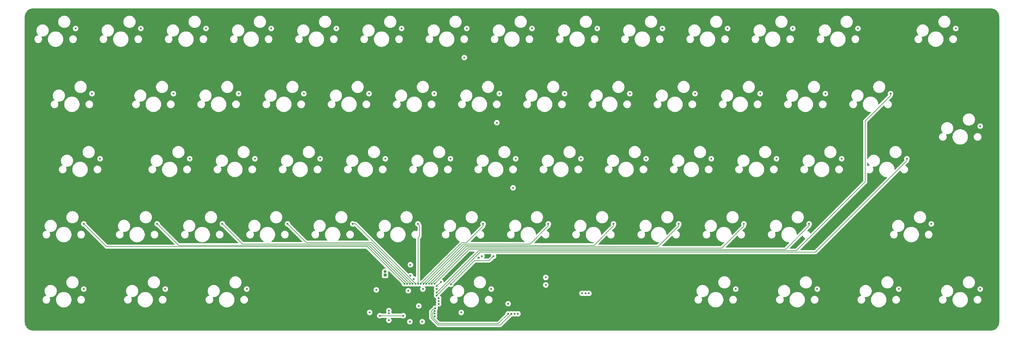
<source format=gbr>
%TF.GenerationSoftware,KiCad,Pcbnew,8.0.3*%
%TF.CreationDate,2024-08-17T23:38:57+08:00*%
%TF.ProjectId,PH60_Rev3,50483630-5f52-4657-9633-2e6b69636164,rev?*%
%TF.SameCoordinates,Original*%
%TF.FileFunction,Copper,L3,Inr*%
%TF.FilePolarity,Positive*%
%FSLAX46Y46*%
G04 Gerber Fmt 4.6, Leading zero omitted, Abs format (unit mm)*
G04 Created by KiCad (PCBNEW 8.0.3) date 2024-08-17 23:38:57*
%MOMM*%
%LPD*%
G01*
G04 APERTURE LIST*
%TA.AperFunction,ComponentPad*%
%ADD10R,0.850000X0.850000*%
%TD*%
%TA.AperFunction,ComponentPad*%
%ADD11O,0.850000X0.850000*%
%TD*%
%TA.AperFunction,ViaPad*%
%ADD12C,0.600000*%
%TD*%
%TA.AperFunction,Conductor*%
%ADD13C,0.200000*%
%TD*%
G04 APERTURE END LIST*
D10*
%TO.N,/~{USB_BOOT}*%
%TO.C,J2*%
X105800000Y-78500000D03*
D11*
%TO.N,GND*%
X105800000Y-77500000D03*
%TD*%
D12*
%TO.N,GND*%
X106900000Y-91750000D03*
X121457108Y-86942892D03*
X103250000Y-82850000D03*
X128050000Y-89450000D03*
X101300000Y-89450000D03*
X165350000Y-83850000D03*
X141750000Y-86900000D03*
X152750000Y-79200000D03*
X115650000Y-87550000D03*
X113200000Y-75500000D03*
%TO.N,+3V3*%
X111100000Y-90400000D03*
X114150000Y-79650000D03*
X112571700Y-83078300D03*
X116650000Y-92150000D03*
X152750000Y-81400000D03*
X120435209Y-88221732D03*
X113050000Y-92150000D03*
X104250000Y-90400000D03*
X143650000Y-89850000D03*
X113200000Y-78700000D03*
X142700000Y-89850000D03*
X116850000Y-82586240D03*
X144600000Y-89850000D03*
%TO.N,+1V1*%
X141750000Y-89850000D03*
X120250000Y-89000000D03*
%TO.N,row_0*%
X121467748Y-85284431D03*
X128950000Y-14900000D03*
%TO.N,row_1*%
X121444692Y-86084101D03*
X138450000Y-33950000D03*
%TO.N,row_2*%
X120850000Y-82598528D03*
X137500000Y-73000000D03*
X143200000Y-53000000D03*
X120250000Y-89800003D03*
X125023525Y-81223525D03*
%TO.N,row_3*%
X120250000Y-90600006D03*
X122100000Y-80500000D03*
X134100000Y-73025000D03*
X120850000Y-81750000D03*
%TO.N,/USB_D+*%
X106900000Y-88900000D03*
X164350000Y-83850000D03*
%TO.N,/USB_D-*%
X106900000Y-89700003D03*
X163350000Y-83850000D03*
%TO.N,col_0*%
X111449985Y-81050000D03*
X17750000Y-63550000D03*
X17750000Y-82600000D03*
X22525000Y-44500000D03*
X20150000Y-25450000D03*
X15375000Y-6400000D03*
%TO.N,col_1*%
X48725000Y-44500000D03*
X39200000Y-63550000D03*
X43950000Y-25450000D03*
X41575000Y-82600000D03*
X112249988Y-81050000D03*
X34425000Y-6400000D03*
%TO.N,col_2*%
X53475000Y-6400000D03*
X58250000Y-63550000D03*
X65375000Y-82600000D03*
X67775000Y-44500000D03*
X113049991Y-81050000D03*
X63000000Y-25450000D03*
%TO.N,col_3*%
X113849994Y-81050000D03*
X82050000Y-25450000D03*
X72525000Y-6400000D03*
X77300000Y-63550000D03*
X86825000Y-44500000D03*
%TO.N,col_4*%
X91575000Y-6400000D03*
X101100000Y-25450000D03*
X96350000Y-63550000D03*
X105875000Y-44500000D03*
X114649997Y-81050000D03*
%TO.N,col_5*%
X124925000Y-44500000D03*
X115400000Y-63550000D03*
X110625000Y-6400000D03*
X115450000Y-81050000D03*
X120150000Y-25450000D03*
%TO.N,col_6*%
X134450000Y-63550000D03*
X139200000Y-25450000D03*
X143975000Y-44500000D03*
X129675000Y-6400000D03*
X136825000Y-82600000D03*
X116250003Y-81050000D03*
%TO.N,col_7*%
X117050006Y-81050000D03*
X148725000Y-6400000D03*
X163025000Y-44500000D03*
X158250000Y-25450000D03*
X153500000Y-63550000D03*
%TO.N,col_8*%
X167800000Y-6400000D03*
X117850009Y-81050000D03*
X182075000Y-44500000D03*
X172550000Y-63550000D03*
X177300000Y-25450000D03*
%TO.N,col_9*%
X118650012Y-81050000D03*
X186850000Y-6400000D03*
X208250000Y-82600000D03*
X201125000Y-44500000D03*
X191600000Y-63550000D03*
X196350000Y-25450000D03*
%TO.N,col_10*%
X205875000Y-6400000D03*
X220175000Y-44500000D03*
X232075000Y-82600000D03*
X210650000Y-63550000D03*
X119450015Y-81050000D03*
X215400000Y-25450000D03*
%TO.N,col_11*%
X224925000Y-6400000D03*
X234450000Y-25450000D03*
X255900000Y-82600000D03*
X239225000Y-44500000D03*
X120250018Y-81050000D03*
X229700000Y-63550000D03*
%TO.N,col_12*%
X243975000Y-6400000D03*
X253500000Y-25450000D03*
X120850000Y-83699991D03*
%TO.N,col_13*%
X279700000Y-82600000D03*
X272550000Y-6400000D03*
X265400000Y-63550000D03*
X120850000Y-84499994D03*
X279700000Y-34975000D03*
X258275000Y-44500000D03*
%TD*%
D13*
%TO.N,+3V3*%
X119250000Y-89151471D02*
X120179739Y-88221732D01*
X142700000Y-89850000D02*
X139400000Y-93150000D01*
X119250000Y-91014221D02*
X119250000Y-89151471D01*
X139400000Y-93150000D02*
X121385779Y-93150000D01*
X120179739Y-88221732D02*
X120435209Y-88221732D01*
X111100000Y-90400000D02*
X104250000Y-90400000D01*
X121385779Y-93150000D02*
X119250000Y-91014221D01*
%TO.N,+1V1*%
X141750000Y-89850000D02*
X138850000Y-92750000D01*
X119650000Y-89551474D02*
X120201474Y-89000000D01*
X119650000Y-90848535D02*
X119650000Y-89551474D01*
X138850000Y-92750000D02*
X121551465Y-92750000D01*
X120201474Y-89000000D02*
X120250000Y-89000000D01*
X121551465Y-92750000D02*
X119650000Y-90848535D01*
%TO.N,row_2*%
X131947050Y-74300000D02*
X125023525Y-81223525D01*
X136200000Y-74300000D02*
X131947050Y-74300000D01*
X137500000Y-73000000D02*
X136200000Y-74300000D01*
%TO.N,row_3*%
X120850000Y-81750000D02*
X122100000Y-80500000D01*
%TO.N,col_0*%
X111449985Y-81050000D02*
X100624985Y-70225000D01*
X24425000Y-70225000D02*
X17750000Y-63550000D01*
X100624985Y-70225000D02*
X24425000Y-70225000D01*
%TO.N,col_1*%
X112249988Y-81050000D02*
X112249988Y-81001474D01*
X101073514Y-69825000D02*
X45475000Y-69825000D01*
X112249988Y-81001474D02*
X101073514Y-69825000D01*
X45475000Y-69825000D02*
X39200000Y-63550000D01*
%TO.N,col_2*%
X113049991Y-81050000D02*
X113049991Y-81001474D01*
X113049991Y-81001474D02*
X101473517Y-69425000D01*
X64125000Y-69425000D02*
X58250000Y-63550000D01*
X101473517Y-69425000D02*
X64125000Y-69425000D01*
%TO.N,col_3*%
X113849994Y-81050000D02*
X113849994Y-81001474D01*
X101873520Y-69025000D02*
X82775000Y-69025000D01*
X113849994Y-81001474D02*
X101873520Y-69025000D01*
X82775000Y-69025000D02*
X77300000Y-63550000D01*
%TO.N,col_4*%
X114649997Y-81001474D02*
X97198523Y-63550000D01*
X114649997Y-81050000D02*
X114649997Y-81001474D01*
X97198523Y-63550000D02*
X96350000Y-63550000D01*
%TO.N,col_5*%
X115842500Y-63992500D02*
X115400000Y-63550000D01*
X115450000Y-81050000D02*
X115450000Y-67574912D01*
X115450000Y-67574912D02*
X115842500Y-67182412D01*
X115842500Y-67182412D02*
X115842500Y-63992500D01*
%TO.N,col_6*%
X129575000Y-69025000D02*
X134450000Y-64150000D01*
X134450000Y-64150000D02*
X134450000Y-63550000D01*
X128226477Y-69025000D02*
X129575000Y-69025000D01*
X116250003Y-81001474D02*
X128226477Y-69025000D01*
X116250003Y-81050000D02*
X116250003Y-81001474D01*
%TO.N,col_7*%
X117050006Y-81001474D02*
X128626480Y-69425000D01*
X148210902Y-69425000D02*
X153500000Y-64135902D01*
X128626480Y-69425000D02*
X148210902Y-69425000D01*
X117050006Y-81050000D02*
X117050006Y-81001474D01*
X153500000Y-64135902D02*
X153500000Y-63550000D01*
%TO.N,col_8*%
X172550000Y-64135902D02*
X172550000Y-63550000D01*
X117850009Y-81001474D02*
X129026483Y-69825000D01*
X129026483Y-69825000D02*
X166860902Y-69825000D01*
X117850009Y-81050000D02*
X117850009Y-81001474D01*
X166860902Y-69825000D02*
X172550000Y-64135902D01*
%TO.N,col_9*%
X185525000Y-70225000D02*
X191600000Y-64150000D01*
X118650012Y-81050000D02*
X118650012Y-81001474D01*
X191600000Y-64150000D02*
X191600000Y-63550000D01*
X129426486Y-70225000D02*
X185525000Y-70225000D01*
X118650012Y-81001474D02*
X129426486Y-70225000D01*
%TO.N,col_10*%
X119450015Y-81050000D02*
X119450015Y-81001474D01*
X129826489Y-70625000D02*
X204175000Y-70625000D01*
X210650000Y-64150000D02*
X210650000Y-63550000D01*
X119450015Y-81001474D02*
X129826489Y-70625000D01*
X204175000Y-70625000D02*
X210650000Y-64150000D01*
%TO.N,col_11*%
X229700000Y-64135902D02*
X229700000Y-63550000D01*
X130275018Y-71025000D02*
X222810902Y-71025000D01*
X120250018Y-81050000D02*
X130275018Y-71025000D01*
X222810902Y-71025000D02*
X229700000Y-64135902D01*
%TO.N,col_12*%
X253500000Y-26048402D02*
X253500000Y-25450000D01*
X133124991Y-71425000D02*
X225899912Y-71425000D01*
X246100000Y-33448402D02*
X253500000Y-26048402D01*
X246100000Y-51224912D02*
X246100000Y-33448402D01*
X225899912Y-71425000D02*
X246100000Y-51224912D01*
X120850000Y-83699991D02*
X133124991Y-71425000D01*
%TO.N,col_13*%
X133573520Y-71825000D02*
X231535902Y-71825000D01*
X120850000Y-84499994D02*
X120898526Y-84499994D01*
X120898526Y-84499994D02*
X133573520Y-71825000D01*
X258275000Y-45085902D02*
X258275000Y-44500000D01*
X231535902Y-71825000D02*
X258275000Y-45085902D01*
%TD*%
%TA.AperFunction,NonConductor*%
G36*
X282753736Y-500726D02*
G01*
X283043796Y-518271D01*
X283058659Y-520076D01*
X283340798Y-571780D01*
X283355335Y-575363D01*
X283629172Y-660695D01*
X283643163Y-666000D01*
X283904743Y-783727D01*
X283917989Y-790680D01*
X284163465Y-939075D01*
X284175776Y-947573D01*
X284401573Y-1124473D01*
X284412781Y-1134403D01*
X284615596Y-1337218D01*
X284625526Y-1348426D01*
X284745481Y-1501538D01*
X284802422Y-1574217D01*
X284810928Y-1586540D01*
X284959316Y-1832004D01*
X284966275Y-1845263D01*
X285083997Y-2106831D01*
X285089306Y-2120832D01*
X285174635Y-2394663D01*
X285178219Y-2409201D01*
X285229923Y-2691340D01*
X285231728Y-2706205D01*
X285249274Y-2996263D01*
X285249500Y-3003750D01*
X285249500Y-92246249D01*
X285249274Y-92253736D01*
X285231728Y-92543794D01*
X285229923Y-92558659D01*
X285178219Y-92840798D01*
X285174635Y-92855336D01*
X285089306Y-93129167D01*
X285083997Y-93143168D01*
X284966275Y-93404736D01*
X284959316Y-93417995D01*
X284810928Y-93663459D01*
X284802422Y-93675782D01*
X284625526Y-93901573D01*
X284615596Y-93912781D01*
X284412781Y-94115596D01*
X284401573Y-94125526D01*
X284175782Y-94302422D01*
X284163459Y-94310928D01*
X283917995Y-94459316D01*
X283904736Y-94466275D01*
X283643168Y-94583997D01*
X283629167Y-94589306D01*
X283355336Y-94674635D01*
X283340798Y-94678219D01*
X283058659Y-94729923D01*
X283043794Y-94731728D01*
X282753736Y-94749274D01*
X282746249Y-94749500D01*
X3003751Y-94749500D01*
X2996264Y-94749274D01*
X2706205Y-94731728D01*
X2691340Y-94729923D01*
X2409201Y-94678219D01*
X2394663Y-94674635D01*
X2120832Y-94589306D01*
X2106831Y-94583997D01*
X1845263Y-94466275D01*
X1832004Y-94459316D01*
X1586540Y-94310928D01*
X1574217Y-94302422D01*
X1348426Y-94125526D01*
X1337218Y-94115596D01*
X1134403Y-93912781D01*
X1124473Y-93901573D01*
X1006115Y-93750500D01*
X947573Y-93675776D01*
X939075Y-93663465D01*
X790680Y-93417989D01*
X783727Y-93404743D01*
X666000Y-93143163D01*
X660693Y-93129167D01*
X575364Y-92855336D01*
X571780Y-92840798D01*
X520076Y-92558659D01*
X518271Y-92543794D01*
X517761Y-92535369D01*
X500726Y-92253736D01*
X500500Y-92246249D01*
X500500Y-90399996D01*
X103444435Y-90399996D01*
X103444435Y-90400003D01*
X103464630Y-90579249D01*
X103464631Y-90579254D01*
X103524211Y-90749523D01*
X103542897Y-90779261D01*
X103620184Y-90902262D01*
X103747738Y-91029816D01*
X103829461Y-91081166D01*
X103891557Y-91120184D01*
X103900478Y-91125789D01*
X104070745Y-91185368D01*
X104070750Y-91185369D01*
X104249996Y-91205565D01*
X104250000Y-91205565D01*
X104250004Y-91205565D01*
X104429249Y-91185369D01*
X104429252Y-91185368D01*
X104429255Y-91185368D01*
X104599522Y-91125789D01*
X104752262Y-91029816D01*
X104752267Y-91029810D01*
X104755097Y-91027555D01*
X104757275Y-91026665D01*
X104758158Y-91026111D01*
X104758255Y-91026265D01*
X104819783Y-91001145D01*
X104832412Y-91000500D01*
X106218060Y-91000500D01*
X106285099Y-91020185D01*
X106330854Y-91072989D01*
X106340798Y-91142147D01*
X106311773Y-91205703D01*
X106305741Y-91212181D01*
X106270184Y-91247737D01*
X106174211Y-91400476D01*
X106114631Y-91570745D01*
X106114630Y-91570750D01*
X106094435Y-91749996D01*
X106094435Y-91750003D01*
X106114630Y-91929249D01*
X106114631Y-91929254D01*
X106174211Y-92099523D01*
X106205614Y-92149500D01*
X106270184Y-92252262D01*
X106397738Y-92379816D01*
X106550478Y-92475789D01*
X106618306Y-92499523D01*
X106720745Y-92535368D01*
X106720750Y-92535369D01*
X106899996Y-92555565D01*
X106900000Y-92555565D01*
X106900004Y-92555565D01*
X107079249Y-92535369D01*
X107079252Y-92535368D01*
X107079255Y-92535368D01*
X107249522Y-92475789D01*
X107402262Y-92379816D01*
X107529816Y-92252262D01*
X107594074Y-92149996D01*
X112244435Y-92149996D01*
X112244435Y-92150003D01*
X112264630Y-92329249D01*
X112264631Y-92329254D01*
X112324211Y-92499523D01*
X112346735Y-92535369D01*
X112420184Y-92652262D01*
X112547738Y-92779816D01*
X112700478Y-92875789D01*
X112870745Y-92935368D01*
X112870750Y-92935369D01*
X113049996Y-92955565D01*
X113050000Y-92955565D01*
X113050004Y-92955565D01*
X113229249Y-92935369D01*
X113229252Y-92935368D01*
X113229255Y-92935368D01*
X113399522Y-92875789D01*
X113552262Y-92779816D01*
X113679816Y-92652262D01*
X113775789Y-92499522D01*
X113835368Y-92329255D01*
X113844298Y-92250000D01*
X113855565Y-92150003D01*
X113855565Y-92149996D01*
X115844435Y-92149996D01*
X115844435Y-92150003D01*
X115864630Y-92329249D01*
X115864631Y-92329254D01*
X115924211Y-92499523D01*
X115946735Y-92535369D01*
X116020184Y-92652262D01*
X116147738Y-92779816D01*
X116300478Y-92875789D01*
X116470745Y-92935368D01*
X116470750Y-92935369D01*
X116649996Y-92955565D01*
X116650000Y-92955565D01*
X116650004Y-92955565D01*
X116829249Y-92935369D01*
X116829252Y-92935368D01*
X116829255Y-92935368D01*
X116999522Y-92875789D01*
X117152262Y-92779816D01*
X117279816Y-92652262D01*
X117375789Y-92499522D01*
X117435368Y-92329255D01*
X117444298Y-92250000D01*
X117455565Y-92150003D01*
X117455565Y-92149996D01*
X117435369Y-91970750D01*
X117435368Y-91970745D01*
X117375788Y-91800476D01*
X117279815Y-91647737D01*
X117152262Y-91520184D01*
X116999523Y-91424211D01*
X116829254Y-91364631D01*
X116829249Y-91364630D01*
X116650004Y-91344435D01*
X116649996Y-91344435D01*
X116470750Y-91364630D01*
X116470745Y-91364631D01*
X116300476Y-91424211D01*
X116147737Y-91520184D01*
X116020184Y-91647737D01*
X115924211Y-91800476D01*
X115864631Y-91970745D01*
X115864630Y-91970750D01*
X115844435Y-92149996D01*
X113855565Y-92149996D01*
X113835369Y-91970750D01*
X113835368Y-91970745D01*
X113775788Y-91800476D01*
X113679815Y-91647737D01*
X113552262Y-91520184D01*
X113399523Y-91424211D01*
X113229254Y-91364631D01*
X113229249Y-91364630D01*
X113050004Y-91344435D01*
X113049996Y-91344435D01*
X112870750Y-91364630D01*
X112870745Y-91364631D01*
X112700476Y-91424211D01*
X112547737Y-91520184D01*
X112420184Y-91647737D01*
X112324211Y-91800476D01*
X112264631Y-91970745D01*
X112264630Y-91970750D01*
X112244435Y-92149996D01*
X107594074Y-92149996D01*
X107625789Y-92099522D01*
X107685368Y-91929255D01*
X107705565Y-91750000D01*
X107685368Y-91570745D01*
X107625789Y-91400478D01*
X107603265Y-91364632D01*
X107586582Y-91338080D01*
X107529816Y-91247738D01*
X107494259Y-91212181D01*
X107460774Y-91150858D01*
X107465758Y-91081166D01*
X107507630Y-91025233D01*
X107573094Y-91000816D01*
X107581940Y-91000500D01*
X110517588Y-91000500D01*
X110584627Y-91020185D01*
X110594903Y-91027555D01*
X110597736Y-91029814D01*
X110597738Y-91029816D01*
X110679461Y-91081166D01*
X110741557Y-91120184D01*
X110750478Y-91125789D01*
X110920745Y-91185368D01*
X110920750Y-91185369D01*
X111099996Y-91205565D01*
X111100000Y-91205565D01*
X111100004Y-91205565D01*
X111279249Y-91185369D01*
X111279252Y-91185368D01*
X111279255Y-91185368D01*
X111449522Y-91125789D01*
X111602262Y-91029816D01*
X111729816Y-90902262D01*
X111825789Y-90749522D01*
X111885368Y-90579255D01*
X111885369Y-90579249D01*
X111905565Y-90400003D01*
X111905565Y-90399996D01*
X111885369Y-90220750D01*
X111885368Y-90220745D01*
X111825788Y-90050476D01*
X111729815Y-89897737D01*
X111602262Y-89770184D01*
X111449523Y-89674211D01*
X111279254Y-89614631D01*
X111279249Y-89614630D01*
X111100004Y-89594435D01*
X111099996Y-89594435D01*
X110920750Y-89614630D01*
X110920745Y-89614631D01*
X110750476Y-89674211D01*
X110597736Y-89770185D01*
X110594903Y-89772445D01*
X110592724Y-89773334D01*
X110591842Y-89773889D01*
X110591744Y-89773734D01*
X110530217Y-89798855D01*
X110517588Y-89799500D01*
X107827589Y-89799500D01*
X107760550Y-89779815D01*
X107714795Y-89727011D01*
X107704369Y-89689383D01*
X107685369Y-89520753D01*
X107685368Y-89520748D01*
X107623489Y-89343908D01*
X107625635Y-89343156D01*
X107616037Y-89284857D01*
X107624391Y-89256410D01*
X107623489Y-89256095D01*
X107685366Y-89079262D01*
X107685369Y-89079249D01*
X107705565Y-88900003D01*
X107705565Y-88899996D01*
X107685369Y-88720750D01*
X107685368Y-88720745D01*
X107665733Y-88664631D01*
X107625789Y-88550478D01*
X107529816Y-88397738D01*
X107402262Y-88270184D01*
X107325156Y-88221735D01*
X107249523Y-88174211D01*
X107079254Y-88114631D01*
X107079249Y-88114630D01*
X106900004Y-88094435D01*
X106899996Y-88094435D01*
X106720750Y-88114630D01*
X106720745Y-88114631D01*
X106550476Y-88174211D01*
X106397737Y-88270184D01*
X106270184Y-88397737D01*
X106174211Y-88550476D01*
X106114631Y-88720745D01*
X106114630Y-88720750D01*
X106094435Y-88899996D01*
X106094435Y-88900003D01*
X106114630Y-89079249D01*
X106114633Y-89079262D01*
X106176510Y-89256094D01*
X106174366Y-89256843D01*
X106183960Y-89315161D01*
X106175612Y-89343595D01*
X106176510Y-89343909D01*
X106114633Y-89520740D01*
X106114630Y-89520753D01*
X106095631Y-89689383D01*
X106068565Y-89753797D01*
X106010970Y-89793353D01*
X105972411Y-89799500D01*
X104832412Y-89799500D01*
X104765373Y-89779815D01*
X104755097Y-89772445D01*
X104752263Y-89770185D01*
X104752262Y-89770184D01*
X104640570Y-89700003D01*
X104599523Y-89674211D01*
X104429254Y-89614631D01*
X104429249Y-89614630D01*
X104250004Y-89594435D01*
X104249996Y-89594435D01*
X104070750Y-89614630D01*
X104070745Y-89614631D01*
X103900476Y-89674211D01*
X103747737Y-89770184D01*
X103620184Y-89897737D01*
X103524211Y-90050476D01*
X103464631Y-90220745D01*
X103464630Y-90220750D01*
X103444435Y-90399996D01*
X500500Y-90399996D01*
X500500Y-89449996D01*
X100494435Y-89449996D01*
X100494435Y-89450003D01*
X100514630Y-89629249D01*
X100514631Y-89629254D01*
X100574211Y-89799523D01*
X100635924Y-89897738D01*
X100670184Y-89952262D01*
X100797738Y-90079816D01*
X100950478Y-90175789D01*
X101078955Y-90220745D01*
X101120745Y-90235368D01*
X101120750Y-90235369D01*
X101299996Y-90255565D01*
X101300000Y-90255565D01*
X101300004Y-90255565D01*
X101479249Y-90235369D01*
X101479252Y-90235368D01*
X101479255Y-90235368D01*
X101649522Y-90175789D01*
X101802262Y-90079816D01*
X101929816Y-89952262D01*
X102025789Y-89799522D01*
X102085368Y-89629255D01*
X102086326Y-89620753D01*
X102105565Y-89450003D01*
X102105565Y-89449996D01*
X102085369Y-89270750D01*
X102085368Y-89270745D01*
X102074791Y-89240517D01*
X102025789Y-89100478D01*
X102008156Y-89072416D01*
X101929815Y-88947737D01*
X101802262Y-88820184D01*
X101649523Y-88724211D01*
X101479254Y-88664631D01*
X101479249Y-88664630D01*
X101300004Y-88644435D01*
X101299996Y-88644435D01*
X101120750Y-88664630D01*
X101120745Y-88664631D01*
X100950476Y-88724211D01*
X100797737Y-88820184D01*
X100670184Y-88947737D01*
X100574211Y-89100476D01*
X100514631Y-89270745D01*
X100514630Y-89270750D01*
X100494435Y-89449996D01*
X500500Y-89449996D01*
X500500Y-85636421D01*
X5700750Y-85636421D01*
X5700750Y-85813578D01*
X5728464Y-85988556D01*
X5783206Y-86157039D01*
X5783207Y-86157042D01*
X5840857Y-86270184D01*
X5863636Y-86314890D01*
X5967767Y-86458214D01*
X6093036Y-86583483D01*
X6236360Y-86687614D01*
X6301383Y-86720745D01*
X6394207Y-86768042D01*
X6394210Y-86768043D01*
X6478451Y-86795414D01*
X6562695Y-86822786D01*
X6737671Y-86850500D01*
X6737672Y-86850500D01*
X6914828Y-86850500D01*
X6914829Y-86850500D01*
X7089805Y-86822786D01*
X7258292Y-86768042D01*
X7416140Y-86687614D01*
X7559464Y-86583483D01*
X7684733Y-86458214D01*
X7788864Y-86314890D01*
X7869292Y-86157042D01*
X7924036Y-85988555D01*
X7951750Y-85813579D01*
X7951750Y-85636421D01*
X7942415Y-85577486D01*
X9655750Y-85577486D01*
X9655750Y-85872513D01*
X9660008Y-85904851D01*
X9694257Y-86164993D01*
X9766235Y-86433620D01*
X9770611Y-86449951D01*
X9770614Y-86449961D01*
X9883504Y-86722500D01*
X9883508Y-86722510D01*
X10031011Y-86977993D01*
X10210602Y-87212040D01*
X10210608Y-87212047D01*
X10419202Y-87420641D01*
X10419209Y-87420647D01*
X10653256Y-87600238D01*
X10908739Y-87747741D01*
X10908740Y-87747741D01*
X10908743Y-87747743D01*
X11181298Y-87860639D01*
X11466257Y-87936993D01*
X11758744Y-87975500D01*
X11758751Y-87975500D01*
X12053749Y-87975500D01*
X12053756Y-87975500D01*
X12346243Y-87936993D01*
X12631202Y-87860639D01*
X12903757Y-87747743D01*
X13159244Y-87600238D01*
X13393292Y-87420646D01*
X13601896Y-87212042D01*
X13781488Y-86977994D01*
X13928993Y-86722507D01*
X14041889Y-86449952D01*
X14118243Y-86164993D01*
X14156750Y-85872506D01*
X14156750Y-85636421D01*
X15860750Y-85636421D01*
X15860750Y-85813578D01*
X15888464Y-85988556D01*
X15943206Y-86157039D01*
X15943207Y-86157042D01*
X16000857Y-86270184D01*
X16023636Y-86314890D01*
X16127767Y-86458214D01*
X16253036Y-86583483D01*
X16396360Y-86687614D01*
X16461383Y-86720745D01*
X16554207Y-86768042D01*
X16554210Y-86768043D01*
X16638451Y-86795414D01*
X16722695Y-86822786D01*
X16897671Y-86850500D01*
X16897672Y-86850500D01*
X17074828Y-86850500D01*
X17074829Y-86850500D01*
X17249805Y-86822786D01*
X17418292Y-86768042D01*
X17576140Y-86687614D01*
X17719464Y-86583483D01*
X17844733Y-86458214D01*
X17948864Y-86314890D01*
X18029292Y-86157042D01*
X18084036Y-85988555D01*
X18111750Y-85813579D01*
X18111750Y-85636421D01*
X29513250Y-85636421D01*
X29513250Y-85813578D01*
X29540964Y-85988556D01*
X29595706Y-86157039D01*
X29595707Y-86157042D01*
X29653357Y-86270184D01*
X29676136Y-86314890D01*
X29780267Y-86458214D01*
X29905536Y-86583483D01*
X30048860Y-86687614D01*
X30113883Y-86720745D01*
X30206707Y-86768042D01*
X30206710Y-86768043D01*
X30290951Y-86795414D01*
X30375195Y-86822786D01*
X30550171Y-86850500D01*
X30550172Y-86850500D01*
X30727328Y-86850500D01*
X30727329Y-86850500D01*
X30902305Y-86822786D01*
X31070792Y-86768042D01*
X31228640Y-86687614D01*
X31371964Y-86583483D01*
X31497233Y-86458214D01*
X31601364Y-86314890D01*
X31681792Y-86157042D01*
X31736536Y-85988555D01*
X31764250Y-85813579D01*
X31764250Y-85636421D01*
X31754915Y-85577486D01*
X33468250Y-85577486D01*
X33468250Y-85872513D01*
X33472508Y-85904851D01*
X33506757Y-86164993D01*
X33578735Y-86433620D01*
X33583111Y-86449951D01*
X33583114Y-86449961D01*
X33696004Y-86722500D01*
X33696008Y-86722510D01*
X33843511Y-86977993D01*
X34023102Y-87212040D01*
X34023108Y-87212047D01*
X34231702Y-87420641D01*
X34231709Y-87420647D01*
X34465756Y-87600238D01*
X34721239Y-87747741D01*
X34721240Y-87747741D01*
X34721243Y-87747743D01*
X34993798Y-87860639D01*
X35278757Y-87936993D01*
X35571244Y-87975500D01*
X35571251Y-87975500D01*
X35866249Y-87975500D01*
X35866256Y-87975500D01*
X36158743Y-87936993D01*
X36443702Y-87860639D01*
X36716257Y-87747743D01*
X36971744Y-87600238D01*
X37205792Y-87420646D01*
X37414396Y-87212042D01*
X37593988Y-86977994D01*
X37741493Y-86722507D01*
X37854389Y-86449952D01*
X37930743Y-86164993D01*
X37969250Y-85872506D01*
X37969250Y-85636421D01*
X39673250Y-85636421D01*
X39673250Y-85813578D01*
X39700964Y-85988556D01*
X39755706Y-86157039D01*
X39755707Y-86157042D01*
X39813357Y-86270184D01*
X39836136Y-86314890D01*
X39940267Y-86458214D01*
X40065536Y-86583483D01*
X40208860Y-86687614D01*
X40273883Y-86720745D01*
X40366707Y-86768042D01*
X40366710Y-86768043D01*
X40450951Y-86795414D01*
X40535195Y-86822786D01*
X40710171Y-86850500D01*
X40710172Y-86850500D01*
X40887328Y-86850500D01*
X40887329Y-86850500D01*
X41062305Y-86822786D01*
X41230792Y-86768042D01*
X41388640Y-86687614D01*
X41531964Y-86583483D01*
X41657233Y-86458214D01*
X41761364Y-86314890D01*
X41841792Y-86157042D01*
X41896536Y-85988555D01*
X41924250Y-85813579D01*
X41924250Y-85636421D01*
X53325750Y-85636421D01*
X53325750Y-85813578D01*
X53353464Y-85988556D01*
X53408206Y-86157039D01*
X53408207Y-86157042D01*
X53465857Y-86270184D01*
X53488636Y-86314890D01*
X53592767Y-86458214D01*
X53718036Y-86583483D01*
X53861360Y-86687614D01*
X53926383Y-86720745D01*
X54019207Y-86768042D01*
X54019210Y-86768043D01*
X54103451Y-86795414D01*
X54187695Y-86822786D01*
X54362671Y-86850500D01*
X54362672Y-86850500D01*
X54539828Y-86850500D01*
X54539829Y-86850500D01*
X54714805Y-86822786D01*
X54883292Y-86768042D01*
X55041140Y-86687614D01*
X55184464Y-86583483D01*
X55309733Y-86458214D01*
X55413864Y-86314890D01*
X55494292Y-86157042D01*
X55549036Y-85988555D01*
X55576750Y-85813579D01*
X55576750Y-85636421D01*
X55567415Y-85577486D01*
X57280750Y-85577486D01*
X57280750Y-85872513D01*
X57285008Y-85904851D01*
X57319257Y-86164993D01*
X57391235Y-86433620D01*
X57395611Y-86449951D01*
X57395614Y-86449961D01*
X57508504Y-86722500D01*
X57508508Y-86722510D01*
X57656011Y-86977993D01*
X57835602Y-87212040D01*
X57835608Y-87212047D01*
X58044202Y-87420641D01*
X58044209Y-87420647D01*
X58278256Y-87600238D01*
X58533739Y-87747741D01*
X58533740Y-87747741D01*
X58533743Y-87747743D01*
X58806298Y-87860639D01*
X59091257Y-87936993D01*
X59383744Y-87975500D01*
X59383751Y-87975500D01*
X59678749Y-87975500D01*
X59678756Y-87975500D01*
X59971243Y-87936993D01*
X60256202Y-87860639D01*
X60528757Y-87747743D01*
X60784244Y-87600238D01*
X60849720Y-87549996D01*
X114844435Y-87549996D01*
X114844435Y-87550003D01*
X114864630Y-87729249D01*
X114864631Y-87729254D01*
X114924211Y-87899523D01*
X114971951Y-87975500D01*
X115020184Y-88052262D01*
X115147738Y-88179816D01*
X115214447Y-88221732D01*
X115291557Y-88270184D01*
X115300478Y-88275789D01*
X115470745Y-88335368D01*
X115470750Y-88335369D01*
X115649996Y-88355565D01*
X115650000Y-88355565D01*
X115650004Y-88355565D01*
X115829249Y-88335369D01*
X115829252Y-88335368D01*
X115829255Y-88335368D01*
X115999522Y-88275789D01*
X116152262Y-88179816D01*
X116279816Y-88052262D01*
X116375789Y-87899522D01*
X116435368Y-87729255D01*
X116435480Y-87728260D01*
X116455565Y-87550003D01*
X116455565Y-87549996D01*
X116435369Y-87370750D01*
X116435368Y-87370745D01*
X116407959Y-87292414D01*
X116375789Y-87200478D01*
X116279816Y-87047738D01*
X116152262Y-86920184D01*
X116120144Y-86900003D01*
X115999523Y-86824211D01*
X115829254Y-86764631D01*
X115829249Y-86764630D01*
X115650004Y-86744435D01*
X115649996Y-86744435D01*
X115470750Y-86764630D01*
X115470745Y-86764631D01*
X115300476Y-86824211D01*
X115147737Y-86920184D01*
X115020184Y-87047737D01*
X114924211Y-87200476D01*
X114864631Y-87370745D01*
X114864630Y-87370750D01*
X114844435Y-87549996D01*
X60849720Y-87549996D01*
X61018292Y-87420646D01*
X61226896Y-87212042D01*
X61406488Y-86977994D01*
X61553993Y-86722507D01*
X61666889Y-86449952D01*
X61743243Y-86164993D01*
X61781750Y-85872506D01*
X61781750Y-85636421D01*
X63485750Y-85636421D01*
X63485750Y-85813578D01*
X63513464Y-85988556D01*
X63568206Y-86157039D01*
X63568207Y-86157042D01*
X63625857Y-86270184D01*
X63648636Y-86314890D01*
X63752767Y-86458214D01*
X63878036Y-86583483D01*
X64021360Y-86687614D01*
X64086383Y-86720745D01*
X64179207Y-86768042D01*
X64179210Y-86768043D01*
X64263451Y-86795414D01*
X64347695Y-86822786D01*
X64522671Y-86850500D01*
X64522672Y-86850500D01*
X64699828Y-86850500D01*
X64699829Y-86850500D01*
X64874805Y-86822786D01*
X65043292Y-86768042D01*
X65201140Y-86687614D01*
X65344464Y-86583483D01*
X65469733Y-86458214D01*
X65573864Y-86314890D01*
X65654292Y-86157042D01*
X65709036Y-85988555D01*
X65736750Y-85813579D01*
X65736750Y-85636421D01*
X65709036Y-85461445D01*
X65681664Y-85377201D01*
X65654293Y-85292960D01*
X65654292Y-85292957D01*
X65573863Y-85135109D01*
X65570013Y-85129810D01*
X65469733Y-84991786D01*
X65344464Y-84866517D01*
X65201140Y-84762386D01*
X65043292Y-84681957D01*
X65043289Y-84681956D01*
X64874806Y-84627214D01*
X64787317Y-84613357D01*
X64699829Y-84599500D01*
X64522671Y-84599500D01*
X64464345Y-84608738D01*
X64347693Y-84627214D01*
X64179210Y-84681956D01*
X64179207Y-84681957D01*
X64021359Y-84762386D01*
X63939588Y-84821796D01*
X63878036Y-84866517D01*
X63878034Y-84866519D01*
X63878033Y-84866519D01*
X63752769Y-84991783D01*
X63752769Y-84991784D01*
X63752767Y-84991786D01*
X63708046Y-85053338D01*
X63648636Y-85135109D01*
X63568207Y-85292957D01*
X63568206Y-85292960D01*
X63513464Y-85461443D01*
X63485750Y-85636421D01*
X61781750Y-85636421D01*
X61781750Y-85577494D01*
X61743243Y-85285007D01*
X61666889Y-85000048D01*
X61665865Y-84997577D01*
X61611579Y-84866519D01*
X61553993Y-84727493D01*
X61527703Y-84681958D01*
X61406488Y-84472006D01*
X61226897Y-84237959D01*
X61226891Y-84237952D01*
X61018297Y-84029358D01*
X61018290Y-84029352D01*
X60784243Y-83849761D01*
X60528760Y-83702258D01*
X60528750Y-83702254D01*
X60256211Y-83589364D01*
X60256204Y-83589362D01*
X60256202Y-83589361D01*
X59971243Y-83513007D01*
X59922363Y-83506571D01*
X59678763Y-83474500D01*
X59678756Y-83474500D01*
X59383744Y-83474500D01*
X59383736Y-83474500D01*
X59105335Y-83511153D01*
X59091257Y-83513007D01*
X58856950Y-83575789D01*
X58806298Y-83589361D01*
X58806288Y-83589364D01*
X58533749Y-83702254D01*
X58533739Y-83702258D01*
X58278256Y-83849761D01*
X58044209Y-84029352D01*
X58044202Y-84029358D01*
X57835608Y-84237952D01*
X57835602Y-84237959D01*
X57656011Y-84472006D01*
X57508508Y-84727489D01*
X57508504Y-84727499D01*
X57395614Y-85000038D01*
X57395611Y-85000048D01*
X57319412Y-85284431D01*
X57319258Y-85285004D01*
X57319256Y-85285015D01*
X57280750Y-85577486D01*
X55567415Y-85577486D01*
X55549036Y-85461445D01*
X55521664Y-85377201D01*
X55494293Y-85292960D01*
X55494290Y-85292952D01*
X55411763Y-85130987D01*
X55398866Y-85062317D01*
X55425142Y-84997577D01*
X55482248Y-84957319D01*
X55538431Y-84951752D01*
X55597814Y-84959570D01*
X55604862Y-84960498D01*
X55604878Y-84960500D01*
X55604885Y-84960500D01*
X55837615Y-84960500D01*
X55837622Y-84960500D01*
X56068376Y-84930121D01*
X56293190Y-84869882D01*
X56351203Y-84845852D01*
X56508210Y-84780819D01*
X56508213Y-84780817D01*
X56508219Y-84780815D01*
X56709782Y-84664442D01*
X56894431Y-84522756D01*
X57059006Y-84358181D01*
X57200692Y-84173532D01*
X57317065Y-83971969D01*
X57353559Y-83883865D01*
X57406129Y-83756947D01*
X57406128Y-83756947D01*
X57406132Y-83756940D01*
X57466371Y-83532126D01*
X57496750Y-83301372D01*
X57496750Y-83068628D01*
X57466371Y-82837874D01*
X57406132Y-82613060D01*
X57400724Y-82600003D01*
X57400721Y-82599996D01*
X64569435Y-82599996D01*
X64569435Y-82600003D01*
X64589630Y-82779249D01*
X64589631Y-82779254D01*
X64649211Y-82949523D01*
X64733261Y-83083287D01*
X64745184Y-83102262D01*
X64872738Y-83229816D01*
X64963080Y-83286582D01*
X65003577Y-83312028D01*
X65025478Y-83325789D01*
X65156421Y-83371608D01*
X65195745Y-83385368D01*
X65195750Y-83385369D01*
X65374996Y-83405565D01*
X65375000Y-83405565D01*
X65375004Y-83405565D01*
X65554249Y-83385369D01*
X65554252Y-83385368D01*
X65554255Y-83385368D01*
X65724522Y-83325789D01*
X65877262Y-83229816D01*
X66004816Y-83102262D01*
X66100789Y-82949522D01*
X66135615Y-82849996D01*
X102444435Y-82849996D01*
X102444435Y-82850003D01*
X102464630Y-83029249D01*
X102464631Y-83029254D01*
X102524211Y-83199523D01*
X102588214Y-83301382D01*
X102620184Y-83352262D01*
X102747738Y-83479816D01*
X102900478Y-83575789D01*
X103070745Y-83635368D01*
X103070750Y-83635369D01*
X103249996Y-83655565D01*
X103250000Y-83655565D01*
X103250004Y-83655565D01*
X103429249Y-83635369D01*
X103429252Y-83635368D01*
X103429255Y-83635368D01*
X103599522Y-83575789D01*
X103752262Y-83479816D01*
X103879816Y-83352262D01*
X103975789Y-83199522D01*
X104018208Y-83078296D01*
X111766135Y-83078296D01*
X111766135Y-83078303D01*
X111786330Y-83257549D01*
X111786331Y-83257554D01*
X111845911Y-83427823D01*
X111938884Y-83575788D01*
X111941884Y-83580562D01*
X112069438Y-83708116D01*
X112222178Y-83804089D01*
X112352701Y-83849761D01*
X112392445Y-83863668D01*
X112392450Y-83863669D01*
X112571696Y-83883865D01*
X112571700Y-83883865D01*
X112571704Y-83883865D01*
X112750949Y-83863669D01*
X112750952Y-83863668D01*
X112750955Y-83863668D01*
X112921222Y-83804089D01*
X113073962Y-83708116D01*
X113201516Y-83580562D01*
X113297489Y-83427822D01*
X113357068Y-83257555D01*
X113357069Y-83257549D01*
X113377265Y-83078303D01*
X113377265Y-83078296D01*
X113357069Y-82899050D01*
X113357068Y-82899045D01*
X113335663Y-82837874D01*
X113297489Y-82728778D01*
X113201516Y-82576038D01*
X113073962Y-82448484D01*
X113027473Y-82419273D01*
X112921223Y-82352511D01*
X112750954Y-82292931D01*
X112750949Y-82292930D01*
X112571704Y-82272735D01*
X112571696Y-82272735D01*
X112392450Y-82292930D01*
X112392445Y-82292931D01*
X112222176Y-82352511D01*
X112069437Y-82448484D01*
X111941884Y-82576037D01*
X111845911Y-82728776D01*
X111786331Y-82899045D01*
X111786330Y-82899050D01*
X111766135Y-83078296D01*
X104018208Y-83078296D01*
X104035368Y-83029255D01*
X104044352Y-82949522D01*
X104055565Y-82850003D01*
X104055565Y-82849996D01*
X104035369Y-82670750D01*
X104035368Y-82670745D01*
X104005797Y-82586236D01*
X103975789Y-82500478D01*
X103879816Y-82347738D01*
X103752262Y-82220184D01*
X103728996Y-82205565D01*
X103599523Y-82124211D01*
X103429254Y-82064631D01*
X103429249Y-82064630D01*
X103250004Y-82044435D01*
X103249996Y-82044435D01*
X103070750Y-82064630D01*
X103070745Y-82064631D01*
X102900476Y-82124211D01*
X102747737Y-82220184D01*
X102620184Y-82347737D01*
X102524211Y-82500476D01*
X102464631Y-82670745D01*
X102464630Y-82670750D01*
X102444435Y-82849996D01*
X66135615Y-82849996D01*
X66160368Y-82779255D01*
X66160535Y-82777777D01*
X66180565Y-82600003D01*
X66180565Y-82599996D01*
X66160369Y-82420750D01*
X66160368Y-82420745D01*
X66128574Y-82329882D01*
X66100789Y-82250478D01*
X66094717Y-82240815D01*
X66059878Y-82185368D01*
X66004816Y-82097738D01*
X65877262Y-81970184D01*
X65812124Y-81929255D01*
X65724523Y-81874211D01*
X65554254Y-81814631D01*
X65554249Y-81814630D01*
X65375004Y-81794435D01*
X65374996Y-81794435D01*
X65195750Y-81814630D01*
X65195745Y-81814631D01*
X65025476Y-81874211D01*
X64872737Y-81970184D01*
X64745184Y-82097737D01*
X64649211Y-82250476D01*
X64589631Y-82420745D01*
X64589630Y-82420750D01*
X64569435Y-82599996D01*
X57400721Y-82599996D01*
X57317069Y-82398039D01*
X57317061Y-82398023D01*
X57200696Y-82196475D01*
X57200692Y-82196468D01*
X57114376Y-82083979D01*
X57059007Y-82011820D01*
X57059001Y-82011813D01*
X56894436Y-81847248D01*
X56894429Y-81847242D01*
X56709790Y-81705564D01*
X56709788Y-81705562D01*
X56709782Y-81705558D01*
X56709777Y-81705555D01*
X56709774Y-81705553D01*
X56508226Y-81589188D01*
X56508210Y-81589180D01*
X56293197Y-81500120D01*
X56068372Y-81439878D01*
X55837632Y-81409501D01*
X55837627Y-81409500D01*
X55837622Y-81409500D01*
X55604878Y-81409500D01*
X55604872Y-81409500D01*
X55604867Y-81409501D01*
X55374127Y-81439878D01*
X55149302Y-81500120D01*
X54934289Y-81589180D01*
X54934273Y-81589188D01*
X54732725Y-81705553D01*
X54732709Y-81705564D01*
X54548070Y-81847242D01*
X54548063Y-81847248D01*
X54383498Y-82011813D01*
X54383492Y-82011820D01*
X54241814Y-82196459D01*
X54241803Y-82196475D01*
X54125438Y-82398023D01*
X54125430Y-82398039D01*
X54036370Y-82613052D01*
X53976128Y-82837877D01*
X53945751Y-83068617D01*
X53945750Y-83068634D01*
X53945750Y-83301365D01*
X53945751Y-83301382D01*
X53973611Y-83513006D01*
X53976129Y-83532126D01*
X54021108Y-83699991D01*
X54036370Y-83756947D01*
X54125430Y-83971960D01*
X54125438Y-83971976D01*
X54241803Y-84173524D01*
X54241814Y-84173540D01*
X54383492Y-84358179D01*
X54383498Y-84358186D01*
X54416886Y-84391574D01*
X54450371Y-84452897D01*
X54445387Y-84522589D01*
X54403515Y-84578522D01*
X54348603Y-84601728D01*
X54187693Y-84627214D01*
X54019210Y-84681956D01*
X54019207Y-84681957D01*
X53861359Y-84762386D01*
X53779588Y-84821796D01*
X53718036Y-84866517D01*
X53718034Y-84866519D01*
X53718033Y-84866519D01*
X53592769Y-84991783D01*
X53592769Y-84991784D01*
X53592767Y-84991786D01*
X53548046Y-85053338D01*
X53488636Y-85135109D01*
X53408207Y-85292957D01*
X53408206Y-85292960D01*
X53353464Y-85461443D01*
X53325750Y-85636421D01*
X41924250Y-85636421D01*
X41896536Y-85461445D01*
X41869164Y-85377201D01*
X41841793Y-85292960D01*
X41841792Y-85292957D01*
X41761363Y-85135109D01*
X41757513Y-85129810D01*
X41657233Y-84991786D01*
X41531964Y-84866517D01*
X41388640Y-84762386D01*
X41230792Y-84681957D01*
X41230789Y-84681956D01*
X41062306Y-84627214D01*
X40974817Y-84613357D01*
X40887329Y-84599500D01*
X40710171Y-84599500D01*
X40651845Y-84608738D01*
X40535193Y-84627214D01*
X40366710Y-84681956D01*
X40366707Y-84681957D01*
X40208859Y-84762386D01*
X40127088Y-84821796D01*
X40065536Y-84866517D01*
X40065534Y-84866519D01*
X40065533Y-84866519D01*
X39940269Y-84991783D01*
X39940269Y-84991784D01*
X39940267Y-84991786D01*
X39895546Y-85053338D01*
X39836136Y-85135109D01*
X39755707Y-85292957D01*
X39755706Y-85292960D01*
X39700964Y-85461443D01*
X39673250Y-85636421D01*
X37969250Y-85636421D01*
X37969250Y-85577494D01*
X37930743Y-85285007D01*
X37854389Y-85000048D01*
X37853365Y-84997577D01*
X37799079Y-84866519D01*
X37741493Y-84727493D01*
X37715203Y-84681958D01*
X37593988Y-84472006D01*
X37414397Y-84237959D01*
X37414391Y-84237952D01*
X37205797Y-84029358D01*
X37205790Y-84029352D01*
X36971743Y-83849761D01*
X36716260Y-83702258D01*
X36716250Y-83702254D01*
X36443711Y-83589364D01*
X36443704Y-83589362D01*
X36443702Y-83589361D01*
X36158743Y-83513007D01*
X36109863Y-83506571D01*
X35866263Y-83474500D01*
X35866256Y-83474500D01*
X35571244Y-83474500D01*
X35571236Y-83474500D01*
X35292835Y-83511153D01*
X35278757Y-83513007D01*
X35044450Y-83575789D01*
X34993798Y-83589361D01*
X34993788Y-83589364D01*
X34721249Y-83702254D01*
X34721239Y-83702258D01*
X34465756Y-83849761D01*
X34231709Y-84029352D01*
X34231702Y-84029358D01*
X34023108Y-84237952D01*
X34023102Y-84237959D01*
X33843511Y-84472006D01*
X33696008Y-84727489D01*
X33696004Y-84727499D01*
X33583114Y-85000038D01*
X33583111Y-85000048D01*
X33506912Y-85284431D01*
X33506758Y-85285004D01*
X33506756Y-85285015D01*
X33468250Y-85577486D01*
X31754915Y-85577486D01*
X31736536Y-85461445D01*
X31709164Y-85377201D01*
X31681793Y-85292960D01*
X31681790Y-85292952D01*
X31599263Y-85130987D01*
X31586366Y-85062317D01*
X31612642Y-84997577D01*
X31669748Y-84957319D01*
X31725931Y-84951752D01*
X31785314Y-84959570D01*
X31792362Y-84960498D01*
X31792378Y-84960500D01*
X31792385Y-84960500D01*
X32025115Y-84960500D01*
X32025122Y-84960500D01*
X32255876Y-84930121D01*
X32480690Y-84869882D01*
X32538703Y-84845852D01*
X32695710Y-84780819D01*
X32695713Y-84780817D01*
X32695719Y-84780815D01*
X32897282Y-84664442D01*
X33081931Y-84522756D01*
X33246506Y-84358181D01*
X33388192Y-84173532D01*
X33504565Y-83971969D01*
X33541059Y-83883865D01*
X33593629Y-83756947D01*
X33593628Y-83756947D01*
X33593632Y-83756940D01*
X33653871Y-83532126D01*
X33684250Y-83301372D01*
X33684250Y-83068628D01*
X33653871Y-82837874D01*
X33593632Y-82613060D01*
X33588224Y-82600003D01*
X33588221Y-82599996D01*
X40769435Y-82599996D01*
X40769435Y-82600003D01*
X40789630Y-82779249D01*
X40789631Y-82779254D01*
X40849211Y-82949523D01*
X40933261Y-83083287D01*
X40945184Y-83102262D01*
X41072738Y-83229816D01*
X41163080Y-83286582D01*
X41203577Y-83312028D01*
X41225478Y-83325789D01*
X41356421Y-83371608D01*
X41395745Y-83385368D01*
X41395750Y-83385369D01*
X41574996Y-83405565D01*
X41575000Y-83405565D01*
X41575004Y-83405565D01*
X41754249Y-83385369D01*
X41754252Y-83385368D01*
X41754255Y-83385368D01*
X41924522Y-83325789D01*
X42077262Y-83229816D01*
X42204816Y-83102262D01*
X42300789Y-82949522D01*
X42360368Y-82779255D01*
X42360535Y-82777777D01*
X42380565Y-82600003D01*
X42380565Y-82599996D01*
X42360369Y-82420750D01*
X42360368Y-82420745D01*
X42328574Y-82329882D01*
X42300789Y-82250478D01*
X42294717Y-82240815D01*
X42259878Y-82185368D01*
X42204816Y-82097738D01*
X42077262Y-81970184D01*
X42012124Y-81929255D01*
X41924523Y-81874211D01*
X41754254Y-81814631D01*
X41754249Y-81814630D01*
X41575004Y-81794435D01*
X41574996Y-81794435D01*
X41395750Y-81814630D01*
X41395745Y-81814631D01*
X41225476Y-81874211D01*
X41072737Y-81970184D01*
X40945184Y-82097737D01*
X40849211Y-82250476D01*
X40789631Y-82420745D01*
X40789630Y-82420750D01*
X40769435Y-82599996D01*
X33588221Y-82599996D01*
X33504569Y-82398039D01*
X33504561Y-82398023D01*
X33388196Y-82196475D01*
X33388192Y-82196468D01*
X33301876Y-82083979D01*
X33246507Y-82011820D01*
X33246501Y-82011813D01*
X33081936Y-81847248D01*
X33081929Y-81847242D01*
X32897290Y-81705564D01*
X32897288Y-81705562D01*
X32897282Y-81705558D01*
X32897277Y-81705555D01*
X32897274Y-81705553D01*
X32695726Y-81589188D01*
X32695710Y-81589180D01*
X32480697Y-81500120D01*
X32255872Y-81439878D01*
X32025132Y-81409501D01*
X32025127Y-81409500D01*
X32025122Y-81409500D01*
X31792378Y-81409500D01*
X31792372Y-81409500D01*
X31792367Y-81409501D01*
X31561627Y-81439878D01*
X31336802Y-81500120D01*
X31121789Y-81589180D01*
X31121773Y-81589188D01*
X30920225Y-81705553D01*
X30920209Y-81705564D01*
X30735570Y-81847242D01*
X30735563Y-81847248D01*
X30570998Y-82011813D01*
X30570992Y-82011820D01*
X30429314Y-82196459D01*
X30429303Y-82196475D01*
X30312938Y-82398023D01*
X30312930Y-82398039D01*
X30223870Y-82613052D01*
X30163628Y-82837877D01*
X30133251Y-83068617D01*
X30133250Y-83068634D01*
X30133250Y-83301365D01*
X30133251Y-83301382D01*
X30161111Y-83513006D01*
X30163629Y-83532126D01*
X30208608Y-83699991D01*
X30223870Y-83756947D01*
X30312930Y-83971960D01*
X30312938Y-83971976D01*
X30429303Y-84173524D01*
X30429314Y-84173540D01*
X30570992Y-84358179D01*
X30570998Y-84358186D01*
X30604386Y-84391574D01*
X30637871Y-84452897D01*
X30632887Y-84522589D01*
X30591015Y-84578522D01*
X30536103Y-84601728D01*
X30375193Y-84627214D01*
X30206710Y-84681956D01*
X30206707Y-84681957D01*
X30048859Y-84762386D01*
X29967088Y-84821796D01*
X29905536Y-84866517D01*
X29905534Y-84866519D01*
X29905533Y-84866519D01*
X29780269Y-84991783D01*
X29780269Y-84991784D01*
X29780267Y-84991786D01*
X29735546Y-85053338D01*
X29676136Y-85135109D01*
X29595707Y-85292957D01*
X29595706Y-85292960D01*
X29540964Y-85461443D01*
X29513250Y-85636421D01*
X18111750Y-85636421D01*
X18084036Y-85461445D01*
X18056664Y-85377201D01*
X18029293Y-85292960D01*
X18029292Y-85292957D01*
X17948863Y-85135109D01*
X17945013Y-85129810D01*
X17844733Y-84991786D01*
X17719464Y-84866517D01*
X17576140Y-84762386D01*
X17418292Y-84681957D01*
X17418289Y-84681956D01*
X17249806Y-84627214D01*
X17162317Y-84613357D01*
X17074829Y-84599500D01*
X16897671Y-84599500D01*
X16839345Y-84608738D01*
X16722693Y-84627214D01*
X16554210Y-84681956D01*
X16554207Y-84681957D01*
X16396359Y-84762386D01*
X16314588Y-84821796D01*
X16253036Y-84866517D01*
X16253034Y-84866519D01*
X16253033Y-84866519D01*
X16127769Y-84991783D01*
X16127769Y-84991784D01*
X16127767Y-84991786D01*
X16083046Y-85053338D01*
X16023636Y-85135109D01*
X15943207Y-85292957D01*
X15943206Y-85292960D01*
X15888464Y-85461443D01*
X15860750Y-85636421D01*
X14156750Y-85636421D01*
X14156750Y-85577494D01*
X14118243Y-85285007D01*
X14041889Y-85000048D01*
X14040865Y-84997577D01*
X13986579Y-84866519D01*
X13928993Y-84727493D01*
X13902703Y-84681958D01*
X13781488Y-84472006D01*
X13601897Y-84237959D01*
X13601891Y-84237952D01*
X13393297Y-84029358D01*
X13393290Y-84029352D01*
X13159243Y-83849761D01*
X12903760Y-83702258D01*
X12903750Y-83702254D01*
X12631211Y-83589364D01*
X12631204Y-83589362D01*
X12631202Y-83589361D01*
X12346243Y-83513007D01*
X12297363Y-83506571D01*
X12053763Y-83474500D01*
X12053756Y-83474500D01*
X11758744Y-83474500D01*
X11758736Y-83474500D01*
X11480335Y-83511153D01*
X11466257Y-83513007D01*
X11231950Y-83575789D01*
X11181298Y-83589361D01*
X11181288Y-83589364D01*
X10908749Y-83702254D01*
X10908739Y-83702258D01*
X10653256Y-83849761D01*
X10419209Y-84029352D01*
X10419202Y-84029358D01*
X10210608Y-84237952D01*
X10210602Y-84237959D01*
X10031011Y-84472006D01*
X9883508Y-84727489D01*
X9883504Y-84727499D01*
X9770614Y-85000038D01*
X9770611Y-85000048D01*
X9694412Y-85284431D01*
X9694258Y-85285004D01*
X9694256Y-85285015D01*
X9655750Y-85577486D01*
X7942415Y-85577486D01*
X7924036Y-85461445D01*
X7896664Y-85377201D01*
X7869293Y-85292960D01*
X7869290Y-85292952D01*
X7786763Y-85130987D01*
X7773866Y-85062317D01*
X7800142Y-84997577D01*
X7857248Y-84957319D01*
X7913431Y-84951752D01*
X7972814Y-84959570D01*
X7979862Y-84960498D01*
X7979878Y-84960500D01*
X7979885Y-84960500D01*
X8212615Y-84960500D01*
X8212622Y-84960500D01*
X8443376Y-84930121D01*
X8668190Y-84869882D01*
X8726203Y-84845852D01*
X8883210Y-84780819D01*
X8883213Y-84780817D01*
X8883219Y-84780815D01*
X9084782Y-84664442D01*
X9269431Y-84522756D01*
X9434006Y-84358181D01*
X9575692Y-84173532D01*
X9692065Y-83971969D01*
X9728559Y-83883865D01*
X9781129Y-83756947D01*
X9781128Y-83756947D01*
X9781132Y-83756940D01*
X9841371Y-83532126D01*
X9871750Y-83301372D01*
X9871750Y-83068628D01*
X9841371Y-82837874D01*
X9781132Y-82613060D01*
X9775724Y-82600003D01*
X9775721Y-82599996D01*
X16944435Y-82599996D01*
X16944435Y-82600003D01*
X16964630Y-82779249D01*
X16964631Y-82779254D01*
X17024211Y-82949523D01*
X17108261Y-83083287D01*
X17120184Y-83102262D01*
X17247738Y-83229816D01*
X17338080Y-83286582D01*
X17378577Y-83312028D01*
X17400478Y-83325789D01*
X17531421Y-83371608D01*
X17570745Y-83385368D01*
X17570750Y-83385369D01*
X17749996Y-83405565D01*
X17750000Y-83405565D01*
X17750004Y-83405565D01*
X17929249Y-83385369D01*
X17929252Y-83385368D01*
X17929255Y-83385368D01*
X18099522Y-83325789D01*
X18252262Y-83229816D01*
X18379816Y-83102262D01*
X18475789Y-82949522D01*
X18535368Y-82779255D01*
X18535535Y-82777777D01*
X18555565Y-82600003D01*
X18555565Y-82599996D01*
X18535369Y-82420750D01*
X18535368Y-82420745D01*
X18503574Y-82329882D01*
X18475789Y-82250478D01*
X18469717Y-82240815D01*
X18434878Y-82185368D01*
X18379816Y-82097738D01*
X18252262Y-81970184D01*
X18187124Y-81929255D01*
X18099523Y-81874211D01*
X17929254Y-81814631D01*
X17929249Y-81814630D01*
X17750004Y-81794435D01*
X17749996Y-81794435D01*
X17570750Y-81814630D01*
X17570745Y-81814631D01*
X17400476Y-81874211D01*
X17247737Y-81970184D01*
X17120184Y-82097737D01*
X17024211Y-82250476D01*
X16964631Y-82420745D01*
X16964630Y-82420750D01*
X16944435Y-82599996D01*
X9775721Y-82599996D01*
X9692069Y-82398039D01*
X9692061Y-82398023D01*
X9575696Y-82196475D01*
X9575692Y-82196468D01*
X9489376Y-82083979D01*
X9434007Y-82011820D01*
X9434001Y-82011813D01*
X9269436Y-81847248D01*
X9269429Y-81847242D01*
X9084790Y-81705564D01*
X9084788Y-81705562D01*
X9084782Y-81705558D01*
X9084777Y-81705555D01*
X9084774Y-81705553D01*
X8883226Y-81589188D01*
X8883210Y-81589180D01*
X8668197Y-81500120D01*
X8443372Y-81439878D01*
X8212632Y-81409501D01*
X8212627Y-81409500D01*
X8212622Y-81409500D01*
X7979878Y-81409500D01*
X7979872Y-81409500D01*
X7979867Y-81409501D01*
X7749127Y-81439878D01*
X7524302Y-81500120D01*
X7309289Y-81589180D01*
X7309273Y-81589188D01*
X7107725Y-81705553D01*
X7107709Y-81705564D01*
X6923070Y-81847242D01*
X6923063Y-81847248D01*
X6758498Y-82011813D01*
X6758492Y-82011820D01*
X6616814Y-82196459D01*
X6616803Y-82196475D01*
X6500438Y-82398023D01*
X6500430Y-82398039D01*
X6411370Y-82613052D01*
X6351128Y-82837877D01*
X6320751Y-83068617D01*
X6320750Y-83068634D01*
X6320750Y-83301365D01*
X6320751Y-83301382D01*
X6348611Y-83513006D01*
X6351129Y-83532126D01*
X6396108Y-83699991D01*
X6411370Y-83756947D01*
X6500430Y-83971960D01*
X6500438Y-83971976D01*
X6616803Y-84173524D01*
X6616814Y-84173540D01*
X6758492Y-84358179D01*
X6758498Y-84358186D01*
X6791886Y-84391574D01*
X6825371Y-84452897D01*
X6820387Y-84522589D01*
X6778515Y-84578522D01*
X6723603Y-84601728D01*
X6562693Y-84627214D01*
X6394210Y-84681956D01*
X6394207Y-84681957D01*
X6236359Y-84762386D01*
X6154588Y-84821796D01*
X6093036Y-84866517D01*
X6093034Y-84866519D01*
X6093033Y-84866519D01*
X5967769Y-84991783D01*
X5967769Y-84991784D01*
X5967767Y-84991786D01*
X5923046Y-85053338D01*
X5863636Y-85135109D01*
X5783207Y-85292957D01*
X5783206Y-85292960D01*
X5728464Y-85461443D01*
X5700750Y-85636421D01*
X500500Y-85636421D01*
X500500Y-80528634D01*
X12670750Y-80528634D01*
X12670750Y-80761365D01*
X12670751Y-80761382D01*
X12688702Y-80897738D01*
X12701129Y-80992126D01*
X12716764Y-81050478D01*
X12761370Y-81216947D01*
X12850430Y-81431960D01*
X12850438Y-81431976D01*
X12966803Y-81633524D01*
X12966814Y-81633540D01*
X13108492Y-81818179D01*
X13108498Y-81818186D01*
X13273063Y-81982751D01*
X13273070Y-81982757D01*
X13334399Y-82029816D01*
X13457718Y-82124442D01*
X13457725Y-82124446D01*
X13659273Y-82240811D01*
X13659289Y-82240819D01*
X13874302Y-82329879D01*
X13874304Y-82329879D01*
X13874310Y-82329882D01*
X14099124Y-82390121D01*
X14329878Y-82420500D01*
X14329885Y-82420500D01*
X14562615Y-82420500D01*
X14562622Y-82420500D01*
X14793376Y-82390121D01*
X15018190Y-82329882D01*
X15156157Y-82272735D01*
X15233210Y-82240819D01*
X15233213Y-82240817D01*
X15233219Y-82240815D01*
X15434782Y-82124442D01*
X15619431Y-81982756D01*
X15784006Y-81818181D01*
X15925692Y-81633532D01*
X16042065Y-81431969D01*
X16051372Y-81409501D01*
X16108019Y-81272740D01*
X16131132Y-81216940D01*
X16191371Y-80992126D01*
X16221750Y-80761372D01*
X16221750Y-80528634D01*
X36483250Y-80528634D01*
X36483250Y-80761365D01*
X36483251Y-80761382D01*
X36501202Y-80897738D01*
X36513629Y-80992126D01*
X36529264Y-81050478D01*
X36573870Y-81216947D01*
X36662930Y-81431960D01*
X36662938Y-81431976D01*
X36779303Y-81633524D01*
X36779314Y-81633540D01*
X36920992Y-81818179D01*
X36920998Y-81818186D01*
X37085563Y-81982751D01*
X37085570Y-81982757D01*
X37146899Y-82029816D01*
X37270218Y-82124442D01*
X37270225Y-82124446D01*
X37471773Y-82240811D01*
X37471789Y-82240819D01*
X37686802Y-82329879D01*
X37686804Y-82329879D01*
X37686810Y-82329882D01*
X37911624Y-82390121D01*
X38142378Y-82420500D01*
X38142385Y-82420500D01*
X38375115Y-82420500D01*
X38375122Y-82420500D01*
X38605876Y-82390121D01*
X38830690Y-82329882D01*
X38968657Y-82272735D01*
X39045710Y-82240819D01*
X39045713Y-82240817D01*
X39045719Y-82240815D01*
X39247282Y-82124442D01*
X39431931Y-81982756D01*
X39596506Y-81818181D01*
X39738192Y-81633532D01*
X39854565Y-81431969D01*
X39863872Y-81409501D01*
X39920519Y-81272740D01*
X39943632Y-81216940D01*
X40003871Y-80992126D01*
X40034250Y-80761372D01*
X40034250Y-80528634D01*
X60295750Y-80528634D01*
X60295750Y-80761365D01*
X60295751Y-80761382D01*
X60313702Y-80897738D01*
X60326129Y-80992126D01*
X60341764Y-81050478D01*
X60386370Y-81216947D01*
X60475430Y-81431960D01*
X60475438Y-81431976D01*
X60591803Y-81633524D01*
X60591814Y-81633540D01*
X60733492Y-81818179D01*
X60733498Y-81818186D01*
X60898063Y-81982751D01*
X60898070Y-81982757D01*
X60959399Y-82029816D01*
X61082718Y-82124442D01*
X61082725Y-82124446D01*
X61284273Y-82240811D01*
X61284289Y-82240819D01*
X61499302Y-82329879D01*
X61499304Y-82329879D01*
X61499310Y-82329882D01*
X61724124Y-82390121D01*
X61954878Y-82420500D01*
X61954885Y-82420500D01*
X62187615Y-82420500D01*
X62187622Y-82420500D01*
X62418376Y-82390121D01*
X62643190Y-82329882D01*
X62781157Y-82272735D01*
X62858210Y-82240819D01*
X62858213Y-82240817D01*
X62858219Y-82240815D01*
X63059782Y-82124442D01*
X63244431Y-81982756D01*
X63409006Y-81818181D01*
X63550692Y-81633532D01*
X63667065Y-81431969D01*
X63676372Y-81409501D01*
X63733019Y-81272740D01*
X63756132Y-81216940D01*
X63816371Y-80992126D01*
X63846750Y-80761372D01*
X63846750Y-80528628D01*
X63816371Y-80297874D01*
X63756132Y-80073060D01*
X63719810Y-79985369D01*
X63667069Y-79858039D01*
X63667061Y-79858023D01*
X63550696Y-79656475D01*
X63550692Y-79656468D01*
X63409006Y-79471819D01*
X63409001Y-79471813D01*
X63244436Y-79307248D01*
X63244429Y-79307242D01*
X63059790Y-79165564D01*
X63059788Y-79165562D01*
X63059782Y-79165558D01*
X63059777Y-79165555D01*
X63059774Y-79165553D01*
X62858226Y-79049188D01*
X62858210Y-79049180D01*
X62643197Y-78960120D01*
X62493419Y-78919987D01*
X62418376Y-78899879D01*
X62418375Y-78899878D01*
X62418372Y-78899878D01*
X62187632Y-78869501D01*
X62187627Y-78869500D01*
X62187622Y-78869500D01*
X61954878Y-78869500D01*
X61954872Y-78869500D01*
X61954867Y-78869501D01*
X61724127Y-78899878D01*
X61499302Y-78960120D01*
X61284289Y-79049180D01*
X61284273Y-79049188D01*
X61082725Y-79165553D01*
X61082709Y-79165564D01*
X60898070Y-79307242D01*
X60898063Y-79307248D01*
X60733498Y-79471813D01*
X60733492Y-79471820D01*
X60591814Y-79656459D01*
X60591803Y-79656475D01*
X60475438Y-79858023D01*
X60475430Y-79858039D01*
X60386370Y-80073052D01*
X60326128Y-80297877D01*
X60295751Y-80528617D01*
X60295750Y-80528634D01*
X40034250Y-80528634D01*
X40034250Y-80528628D01*
X40003871Y-80297874D01*
X39943632Y-80073060D01*
X39907310Y-79985369D01*
X39854569Y-79858039D01*
X39854561Y-79858023D01*
X39738196Y-79656475D01*
X39738192Y-79656468D01*
X39596506Y-79471819D01*
X39596501Y-79471813D01*
X39431936Y-79307248D01*
X39431929Y-79307242D01*
X39247290Y-79165564D01*
X39247288Y-79165562D01*
X39247282Y-79165558D01*
X39247277Y-79165555D01*
X39247274Y-79165553D01*
X39045726Y-79049188D01*
X39045710Y-79049180D01*
X38830697Y-78960120D01*
X38680919Y-78919987D01*
X38605876Y-78899879D01*
X38605875Y-78899878D01*
X38605872Y-78899878D01*
X38375132Y-78869501D01*
X38375127Y-78869500D01*
X38375122Y-78869500D01*
X38142378Y-78869500D01*
X38142372Y-78869500D01*
X38142367Y-78869501D01*
X37911627Y-78899878D01*
X37686802Y-78960120D01*
X37471789Y-79049180D01*
X37471773Y-79049188D01*
X37270225Y-79165553D01*
X37270209Y-79165564D01*
X37085570Y-79307242D01*
X37085563Y-79307248D01*
X36920998Y-79471813D01*
X36920992Y-79471820D01*
X36779314Y-79656459D01*
X36779303Y-79656475D01*
X36662938Y-79858023D01*
X36662930Y-79858039D01*
X36573870Y-80073052D01*
X36513628Y-80297877D01*
X36483251Y-80528617D01*
X36483250Y-80528634D01*
X16221750Y-80528634D01*
X16221750Y-80528628D01*
X16191371Y-80297874D01*
X16131132Y-80073060D01*
X16094810Y-79985369D01*
X16042069Y-79858039D01*
X16042061Y-79858023D01*
X15925696Y-79656475D01*
X15925692Y-79656468D01*
X15784006Y-79471819D01*
X15784001Y-79471813D01*
X15619436Y-79307248D01*
X15619429Y-79307242D01*
X15434790Y-79165564D01*
X15434788Y-79165562D01*
X15434782Y-79165558D01*
X15434777Y-79165555D01*
X15434774Y-79165553D01*
X15233226Y-79049188D01*
X15233210Y-79049180D01*
X15018197Y-78960120D01*
X14868419Y-78919987D01*
X14793376Y-78899879D01*
X14793375Y-78899878D01*
X14793372Y-78899878D01*
X14562632Y-78869501D01*
X14562627Y-78869500D01*
X14562622Y-78869500D01*
X14329878Y-78869500D01*
X14329872Y-78869500D01*
X14329867Y-78869501D01*
X14099127Y-78899878D01*
X13874302Y-78960120D01*
X13659289Y-79049180D01*
X13659273Y-79049188D01*
X13457725Y-79165553D01*
X13457709Y-79165564D01*
X13273070Y-79307242D01*
X13273063Y-79307248D01*
X13108498Y-79471813D01*
X13108492Y-79471820D01*
X12966814Y-79656459D01*
X12966803Y-79656475D01*
X12850438Y-79858023D01*
X12850430Y-79858039D01*
X12761370Y-80073052D01*
X12701128Y-80297877D01*
X12670751Y-80528617D01*
X12670750Y-80528634D01*
X500500Y-80528634D01*
X500500Y-66586421D01*
X5700750Y-66586421D01*
X5700750Y-66763578D01*
X5728464Y-66938556D01*
X5783206Y-67107039D01*
X5783207Y-67107042D01*
X5861891Y-67261466D01*
X5863636Y-67264890D01*
X5967767Y-67408214D01*
X6093036Y-67533483D01*
X6236360Y-67637614D01*
X6306087Y-67673142D01*
X6394207Y-67718042D01*
X6394210Y-67718043D01*
X6478451Y-67745414D01*
X6562695Y-67772786D01*
X6737671Y-67800500D01*
X6737672Y-67800500D01*
X6914828Y-67800500D01*
X6914829Y-67800500D01*
X7089805Y-67772786D01*
X7258292Y-67718042D01*
X7416140Y-67637614D01*
X7559464Y-67533483D01*
X7684733Y-67408214D01*
X7788864Y-67264890D01*
X7869292Y-67107042D01*
X7924036Y-66938555D01*
X7951750Y-66763579D01*
X7951750Y-66586421D01*
X7942415Y-66527486D01*
X9655750Y-66527486D01*
X9655750Y-66822513D01*
X9684359Y-67039811D01*
X9694257Y-67114993D01*
X9770611Y-67399951D01*
X9770614Y-67399961D01*
X9883504Y-67672500D01*
X9883508Y-67672510D01*
X10031011Y-67927993D01*
X10210602Y-68162040D01*
X10210608Y-68162047D01*
X10419202Y-68370641D01*
X10419209Y-68370647D01*
X10653256Y-68550238D01*
X10908739Y-68697741D01*
X10908740Y-68697741D01*
X10908743Y-68697743D01*
X11039758Y-68752011D01*
X11167237Y-68804815D01*
X11181298Y-68810639D01*
X11466257Y-68886993D01*
X11758744Y-68925500D01*
X11758751Y-68925500D01*
X12053749Y-68925500D01*
X12053756Y-68925500D01*
X12346243Y-68886993D01*
X12631202Y-68810639D01*
X12903757Y-68697743D01*
X13159244Y-68550238D01*
X13393292Y-68370646D01*
X13601896Y-68162042D01*
X13781488Y-67927994D01*
X13928993Y-67672507D01*
X14041889Y-67399952D01*
X14118243Y-67114993D01*
X14156750Y-66822506D01*
X14156750Y-66586421D01*
X15860750Y-66586421D01*
X15860750Y-66763578D01*
X15888464Y-66938556D01*
X15943206Y-67107039D01*
X15943207Y-67107042D01*
X16021891Y-67261466D01*
X16023636Y-67264890D01*
X16127767Y-67408214D01*
X16253036Y-67533483D01*
X16396360Y-67637614D01*
X16466087Y-67673142D01*
X16554207Y-67718042D01*
X16554210Y-67718043D01*
X16638451Y-67745414D01*
X16722695Y-67772786D01*
X16897671Y-67800500D01*
X16897672Y-67800500D01*
X17074828Y-67800500D01*
X17074829Y-67800500D01*
X17249805Y-67772786D01*
X17418292Y-67718042D01*
X17576140Y-67637614D01*
X17719464Y-67533483D01*
X17844733Y-67408214D01*
X17948864Y-67264890D01*
X18029292Y-67107042D01*
X18084036Y-66938555D01*
X18111750Y-66763579D01*
X18111750Y-66586421D01*
X18084036Y-66411445D01*
X18049549Y-66305303D01*
X18029293Y-66242960D01*
X18029292Y-66242957D01*
X17948863Y-66085109D01*
X17945868Y-66080987D01*
X17844733Y-65941786D01*
X17719464Y-65816517D01*
X17576140Y-65712386D01*
X17418292Y-65631957D01*
X17418289Y-65631956D01*
X17249806Y-65577214D01*
X17162317Y-65563357D01*
X17074829Y-65549500D01*
X16897671Y-65549500D01*
X16839345Y-65558738D01*
X16722693Y-65577214D01*
X16554210Y-65631956D01*
X16554207Y-65631957D01*
X16396359Y-65712386D01*
X16314588Y-65771796D01*
X16253036Y-65816517D01*
X16253034Y-65816519D01*
X16253033Y-65816519D01*
X16127769Y-65941783D01*
X16127769Y-65941784D01*
X16127767Y-65941786D01*
X16083046Y-66003338D01*
X16023636Y-66085109D01*
X15943207Y-66242957D01*
X15943206Y-66242960D01*
X15888464Y-66411443D01*
X15860750Y-66586421D01*
X14156750Y-66586421D01*
X14156750Y-66527494D01*
X14118243Y-66235007D01*
X14041889Y-65950048D01*
X14040865Y-65947577D01*
X13986579Y-65816519D01*
X13928993Y-65677493D01*
X13907614Y-65640464D01*
X13781488Y-65422006D01*
X13601897Y-65187959D01*
X13601891Y-65187952D01*
X13393297Y-64979358D01*
X13393290Y-64979352D01*
X13159243Y-64799761D01*
X12903760Y-64652258D01*
X12903750Y-64652254D01*
X12631211Y-64539364D01*
X12631204Y-64539362D01*
X12631202Y-64539361D01*
X12346243Y-64463007D01*
X12297363Y-64456571D01*
X12053763Y-64424500D01*
X12053756Y-64424500D01*
X11758744Y-64424500D01*
X11758736Y-64424500D01*
X11480335Y-64461153D01*
X11466257Y-64463007D01*
X11310962Y-64504618D01*
X11181298Y-64539361D01*
X11181288Y-64539364D01*
X10908749Y-64652254D01*
X10908739Y-64652258D01*
X10653256Y-64799761D01*
X10419209Y-64979352D01*
X10419202Y-64979358D01*
X10210608Y-65187952D01*
X10210602Y-65187959D01*
X10031011Y-65422006D01*
X9883508Y-65677489D01*
X9883504Y-65677499D01*
X9770614Y-65950038D01*
X9770611Y-65950048D01*
X9734422Y-66085110D01*
X9694258Y-66235004D01*
X9694256Y-66235015D01*
X9655750Y-66527486D01*
X7942415Y-66527486D01*
X7924036Y-66411445D01*
X7889549Y-66305303D01*
X7869293Y-66242960D01*
X7869290Y-66242952D01*
X7786763Y-66080987D01*
X7773866Y-66012317D01*
X7800142Y-65947577D01*
X7857248Y-65907319D01*
X7913431Y-65901752D01*
X7972814Y-65909570D01*
X7979862Y-65910498D01*
X7979878Y-65910500D01*
X7979885Y-65910500D01*
X8212615Y-65910500D01*
X8212622Y-65910500D01*
X8443376Y-65880121D01*
X8668190Y-65819882D01*
X8726203Y-65795852D01*
X8883210Y-65730819D01*
X8883213Y-65730817D01*
X8883219Y-65730815D01*
X9084782Y-65614442D01*
X9269431Y-65472756D01*
X9434006Y-65308181D01*
X9575692Y-65123532D01*
X9692065Y-64921969D01*
X9781132Y-64706940D01*
X9841371Y-64482126D01*
X9871750Y-64251372D01*
X9871750Y-64018628D01*
X9841371Y-63787874D01*
X9781132Y-63563060D01*
X9775724Y-63550003D01*
X9775721Y-63549996D01*
X16944435Y-63549996D01*
X16944435Y-63550003D01*
X16964630Y-63729249D01*
X16964631Y-63729254D01*
X17024211Y-63899523D01*
X17111197Y-64037959D01*
X17120184Y-64052262D01*
X17247738Y-64179816D01*
X17400478Y-64275789D01*
X17570745Y-64335368D01*
X17657669Y-64345161D01*
X17722080Y-64372226D01*
X17731464Y-64380699D01*
X24056284Y-70705520D01*
X24056286Y-70705521D01*
X24056290Y-70705524D01*
X24193209Y-70784573D01*
X24193216Y-70784577D01*
X24345943Y-70825501D01*
X24345945Y-70825501D01*
X24511654Y-70825501D01*
X24511670Y-70825500D01*
X100324888Y-70825500D01*
X100391927Y-70845185D01*
X100412569Y-70861819D01*
X105913569Y-76362819D01*
X105947054Y-76424142D01*
X105942070Y-76493834D01*
X105900198Y-76549767D01*
X105834734Y-76574184D01*
X105825888Y-76574500D01*
X105702726Y-76574500D01*
X105512431Y-76614948D01*
X105334702Y-76694076D01*
X105177305Y-76808433D01*
X105177302Y-76808435D01*
X105047129Y-76953009D01*
X104949857Y-77121488D01*
X104949856Y-77121489D01*
X104889738Y-77306516D01*
X104869402Y-77499999D01*
X104889738Y-77693483D01*
X104889740Y-77693488D01*
X104919848Y-77786154D01*
X104921843Y-77855995D01*
X104918099Y-77867804D01*
X104880908Y-77967517D01*
X104874501Y-78027116D01*
X104874501Y-78027123D01*
X104874500Y-78027135D01*
X104874500Y-78972870D01*
X104874501Y-78972876D01*
X104880908Y-79032483D01*
X104931202Y-79167328D01*
X104931206Y-79167335D01*
X105017452Y-79282544D01*
X105017455Y-79282547D01*
X105132664Y-79368793D01*
X105132671Y-79368797D01*
X105267517Y-79419091D01*
X105267516Y-79419091D01*
X105274444Y-79419835D01*
X105327127Y-79425500D01*
X106272872Y-79425499D01*
X106332483Y-79419091D01*
X106467331Y-79368796D01*
X106582546Y-79282546D01*
X106668796Y-79167331D01*
X106719091Y-79032483D01*
X106725500Y-78972873D01*
X106725499Y-78027128D01*
X106719091Y-77967517D01*
X106699365Y-77914630D01*
X106681900Y-77867803D01*
X106676916Y-77798112D01*
X106680145Y-77786170D01*
X106710262Y-77693482D01*
X106730598Y-77500000D01*
X106729599Y-77490495D01*
X106742166Y-77421766D01*
X106789896Y-77370741D01*
X106857636Y-77353621D01*
X106923878Y-77375841D01*
X106940600Y-77389850D01*
X110619283Y-81068533D01*
X110652768Y-81129856D01*
X110654822Y-81142330D01*
X110664615Y-81229249D01*
X110724195Y-81399521D01*
X110730466Y-81409501D01*
X110820169Y-81552262D01*
X110947723Y-81679816D01*
X110988683Y-81705553D01*
X111100225Y-81775640D01*
X111100463Y-81775789D01*
X111221627Y-81818186D01*
X111270730Y-81835368D01*
X111270735Y-81835369D01*
X111449981Y-81855565D01*
X111449985Y-81855565D01*
X111449989Y-81855565D01*
X111629234Y-81835369D01*
X111629236Y-81835368D01*
X111629240Y-81835368D01*
X111629243Y-81835366D01*
X111629247Y-81835366D01*
X111806080Y-81773489D01*
X111806831Y-81775637D01*
X111865113Y-81766035D01*
X111893577Y-81774391D01*
X111893893Y-81773489D01*
X112070733Y-81835368D01*
X112070738Y-81835369D01*
X112249984Y-81855565D01*
X112249988Y-81855565D01*
X112249992Y-81855565D01*
X112429237Y-81835369D01*
X112429239Y-81835368D01*
X112429243Y-81835368D01*
X112429246Y-81835366D01*
X112429250Y-81835366D01*
X112606083Y-81773489D01*
X112606834Y-81775637D01*
X112665116Y-81766035D01*
X112693580Y-81774391D01*
X112693896Y-81773489D01*
X112870736Y-81835368D01*
X112870741Y-81835369D01*
X113049987Y-81855565D01*
X113049991Y-81855565D01*
X113049995Y-81855565D01*
X113229240Y-81835369D01*
X113229242Y-81835368D01*
X113229246Y-81835368D01*
X113229249Y-81835366D01*
X113229253Y-81835366D01*
X113406086Y-81773489D01*
X113406837Y-81775637D01*
X113465119Y-81766035D01*
X113493583Y-81774391D01*
X113493899Y-81773489D01*
X113670739Y-81835368D01*
X113670744Y-81835369D01*
X113849990Y-81855565D01*
X113849994Y-81855565D01*
X113849998Y-81855565D01*
X114029243Y-81835369D01*
X114029245Y-81835368D01*
X114029249Y-81835368D01*
X114029252Y-81835366D01*
X114029256Y-81835366D01*
X114206089Y-81773489D01*
X114206840Y-81775637D01*
X114265122Y-81766035D01*
X114293586Y-81774391D01*
X114293902Y-81773489D01*
X114470742Y-81835368D01*
X114470747Y-81835369D01*
X114649993Y-81855565D01*
X114649997Y-81855565D01*
X114650001Y-81855565D01*
X114829246Y-81835369D01*
X114829248Y-81835368D01*
X114829252Y-81835368D01*
X114829255Y-81835366D01*
X114829259Y-81835366D01*
X115006092Y-81773489D01*
X115006843Y-81775637D01*
X115065125Y-81766035D01*
X115093589Y-81774391D01*
X115093905Y-81773489D01*
X115270745Y-81835368D01*
X115270750Y-81835369D01*
X115449996Y-81855565D01*
X115450000Y-81855565D01*
X115450004Y-81855565D01*
X115629249Y-81835369D01*
X115629251Y-81835368D01*
X115629255Y-81835368D01*
X115629258Y-81835366D01*
X115629262Y-81835366D01*
X115806095Y-81773489D01*
X115806846Y-81775637D01*
X115865128Y-81766035D01*
X115893592Y-81774391D01*
X115893908Y-81773489D01*
X116070748Y-81835368D01*
X116070753Y-81835369D01*
X116172616Y-81846846D01*
X116237030Y-81873912D01*
X116276585Y-81931507D01*
X116278723Y-82001344D01*
X116246416Y-82057746D01*
X116220183Y-82083979D01*
X116124211Y-82236716D01*
X116064631Y-82406985D01*
X116064630Y-82406990D01*
X116044435Y-82586236D01*
X116044435Y-82586243D01*
X116064630Y-82765489D01*
X116064631Y-82765494D01*
X116124211Y-82935763D01*
X116216907Y-83083287D01*
X116220184Y-83088502D01*
X116347738Y-83216056D01*
X116500478Y-83312029D01*
X116670745Y-83371608D01*
X116670750Y-83371609D01*
X116849996Y-83391805D01*
X116850000Y-83391805D01*
X116850004Y-83391805D01*
X117029249Y-83371609D01*
X117029252Y-83371608D01*
X117029255Y-83371608D01*
X117199522Y-83312029D01*
X117352262Y-83216056D01*
X117479816Y-83088502D01*
X117575789Y-82935762D01*
X117635368Y-82765495D01*
X117639505Y-82728778D01*
X117655565Y-82586243D01*
X117655565Y-82586236D01*
X117635369Y-82406990D01*
X117635368Y-82406985D01*
X117616307Y-82352511D01*
X117575789Y-82236718D01*
X117479816Y-82083978D01*
X117378771Y-81982933D01*
X117345286Y-81921610D01*
X117350270Y-81851918D01*
X117392142Y-81795985D01*
X117457606Y-81771568D01*
X117507407Y-81778211D01*
X117670746Y-81835366D01*
X117670752Y-81835367D01*
X117670754Y-81835368D01*
X117670755Y-81835368D01*
X117670759Y-81835369D01*
X117850005Y-81855565D01*
X117850009Y-81855565D01*
X117850013Y-81855565D01*
X118029258Y-81835369D01*
X118029260Y-81835368D01*
X118029264Y-81835368D01*
X118029267Y-81835366D01*
X118029271Y-81835366D01*
X118206104Y-81773489D01*
X118206855Y-81775637D01*
X118265137Y-81766035D01*
X118293601Y-81774391D01*
X118293917Y-81773489D01*
X118470757Y-81835368D01*
X118470762Y-81835369D01*
X118650008Y-81855565D01*
X118650012Y-81855565D01*
X118650016Y-81855565D01*
X118829261Y-81835369D01*
X118829263Y-81835368D01*
X118829267Y-81835368D01*
X118829270Y-81835366D01*
X118829274Y-81835366D01*
X119006107Y-81773489D01*
X119006858Y-81775637D01*
X119065140Y-81766035D01*
X119093604Y-81774391D01*
X119093920Y-81773489D01*
X119270760Y-81835368D01*
X119270765Y-81835369D01*
X119450011Y-81855565D01*
X119450015Y-81855565D01*
X119450019Y-81855565D01*
X119629264Y-81835369D01*
X119629266Y-81835368D01*
X119629270Y-81835368D01*
X119629273Y-81835366D01*
X119629277Y-81835366D01*
X119806110Y-81773489D01*
X119806862Y-81775640D01*
X119865126Y-81766032D01*
X119893606Y-81774392D01*
X119893923Y-81773489D01*
X119979825Y-81803548D01*
X120036601Y-81844270D01*
X120062090Y-81906703D01*
X120064630Y-81929249D01*
X120064631Y-81929254D01*
X120064632Y-81929255D01*
X120099820Y-82029816D01*
X120124211Y-82099522D01*
X120129724Y-82108297D01*
X120148720Y-82175534D01*
X120129724Y-82240231D01*
X120124209Y-82249007D01*
X120064633Y-82419265D01*
X120064630Y-82419278D01*
X120044435Y-82598524D01*
X120044435Y-82598531D01*
X120064630Y-82777777D01*
X120064631Y-82777782D01*
X120124211Y-82948051D01*
X120209186Y-83083287D01*
X120228186Y-83150524D01*
X120209186Y-83215231D01*
X120124211Y-83350467D01*
X120064631Y-83520736D01*
X120064630Y-83520741D01*
X120044435Y-83699987D01*
X120044435Y-83699994D01*
X120064630Y-83879240D01*
X120064633Y-83879253D01*
X120126510Y-84056085D01*
X120124366Y-84056834D01*
X120133960Y-84115152D01*
X120125612Y-84143586D01*
X120126510Y-84143900D01*
X120064633Y-84320731D01*
X120064630Y-84320744D01*
X120044435Y-84499990D01*
X120044435Y-84499997D01*
X120064630Y-84679243D01*
X120064631Y-84679248D01*
X120124211Y-84849517D01*
X120177867Y-84934909D01*
X120220184Y-85002256D01*
X120347738Y-85129810D01*
X120500478Y-85225783D01*
X120588399Y-85256547D01*
X120645174Y-85297268D01*
X120670664Y-85359706D01*
X120682378Y-85463680D01*
X120682380Y-85463688D01*
X120736605Y-85618654D01*
X120740166Y-85688432D01*
X120724559Y-85725576D01*
X120718902Y-85734579D01*
X120659325Y-85904838D01*
X120659322Y-85904851D01*
X120639127Y-86084097D01*
X120639127Y-86084104D01*
X120659322Y-86263350D01*
X120659325Y-86263363D01*
X120718901Y-86433621D01*
X120733846Y-86457406D01*
X120752845Y-86524644D01*
X120733852Y-86589336D01*
X120731320Y-86593366D01*
X120731318Y-86593370D01*
X120671741Y-86763629D01*
X120671738Y-86763642D01*
X120651543Y-86942888D01*
X120651543Y-86942895D01*
X120671738Y-87122141D01*
X120671740Y-87122149D01*
X120723373Y-87269708D01*
X120726934Y-87339487D01*
X120692205Y-87400114D01*
X120630212Y-87432341D01*
X120592448Y-87433882D01*
X120435213Y-87416167D01*
X120435205Y-87416167D01*
X120255959Y-87436362D01*
X120255954Y-87436363D01*
X120085685Y-87495943D01*
X119932946Y-87591916D01*
X119805394Y-87719468D01*
X119766548Y-87781290D01*
X119749236Y-87802997D01*
X118881286Y-88670949D01*
X118769481Y-88782753D01*
X118769479Y-88782755D01*
X118748211Y-88819595D01*
X118734593Y-88843182D01*
X118690423Y-88919686D01*
X118649499Y-89072414D01*
X118649499Y-89072416D01*
X118649499Y-89240517D01*
X118649500Y-89240530D01*
X118649500Y-90927551D01*
X118649499Y-90927569D01*
X118649499Y-91093275D01*
X118649498Y-91093275D01*
X118690423Y-91246006D01*
X118719358Y-91296121D01*
X118719359Y-91296125D01*
X118719360Y-91296125D01*
X118769479Y-91382935D01*
X118769481Y-91382938D01*
X118888349Y-91501806D01*
X118888354Y-91501810D01*
X121017063Y-93630520D01*
X121017065Y-93630521D01*
X121017069Y-93630524D01*
X121153988Y-93709573D01*
X121153991Y-93709575D01*
X121153995Y-93709577D01*
X121306722Y-93750501D01*
X121306724Y-93750501D01*
X121472433Y-93750501D01*
X121472449Y-93750500D01*
X139313331Y-93750500D01*
X139313347Y-93750501D01*
X139320943Y-93750501D01*
X139479054Y-93750501D01*
X139479057Y-93750501D01*
X139631785Y-93709577D01*
X139700545Y-93669878D01*
X139768716Y-93630520D01*
X139880520Y-93518716D01*
X139880520Y-93518714D01*
X139890724Y-93508511D01*
X139890727Y-93508506D01*
X142718536Y-90680698D01*
X142779857Y-90647215D01*
X142792310Y-90645163D01*
X142879255Y-90635368D01*
X143049522Y-90575789D01*
X143109030Y-90538397D01*
X143176263Y-90519397D01*
X143240969Y-90538397D01*
X143300478Y-90575789D01*
X143369695Y-90600009D01*
X143470745Y-90635368D01*
X143470750Y-90635369D01*
X143649996Y-90655565D01*
X143650000Y-90655565D01*
X143650004Y-90655565D01*
X143829249Y-90635369D01*
X143829252Y-90635368D01*
X143829255Y-90635368D01*
X143999522Y-90575789D01*
X144059030Y-90538397D01*
X144126263Y-90519397D01*
X144190969Y-90538397D01*
X144250478Y-90575789D01*
X144319695Y-90600009D01*
X144420745Y-90635368D01*
X144420750Y-90635369D01*
X144599996Y-90655565D01*
X144600000Y-90655565D01*
X144600004Y-90655565D01*
X144779249Y-90635369D01*
X144779252Y-90635368D01*
X144779255Y-90635368D01*
X144949522Y-90575789D01*
X145102262Y-90479816D01*
X145229816Y-90352262D01*
X145325789Y-90199522D01*
X145385368Y-90029255D01*
X145385369Y-90029249D01*
X145405565Y-89850003D01*
X145405565Y-89849996D01*
X145385369Y-89670750D01*
X145385368Y-89670745D01*
X145365733Y-89614631D01*
X145325789Y-89500478D01*
X145229816Y-89347738D01*
X145102262Y-89220184D01*
X145075000Y-89203054D01*
X144949523Y-89124211D01*
X144779254Y-89064631D01*
X144779249Y-89064630D01*
X144600004Y-89044435D01*
X144599996Y-89044435D01*
X144420750Y-89064630D01*
X144420745Y-89064631D01*
X144250474Y-89124212D01*
X144190971Y-89161600D01*
X144123734Y-89180600D01*
X144059029Y-89161600D01*
X143999525Y-89124212D01*
X143829254Y-89064631D01*
X143829249Y-89064630D01*
X143650004Y-89044435D01*
X143649996Y-89044435D01*
X143470750Y-89064630D01*
X143470745Y-89064631D01*
X143300474Y-89124212D01*
X143240971Y-89161600D01*
X143173734Y-89180600D01*
X143109029Y-89161600D01*
X143049525Y-89124212D01*
X142879254Y-89064631D01*
X142879249Y-89064630D01*
X142700004Y-89044435D01*
X142699996Y-89044435D01*
X142520750Y-89064630D01*
X142520745Y-89064631D01*
X142350474Y-89124212D01*
X142290971Y-89161600D01*
X142223734Y-89180600D01*
X142159029Y-89161600D01*
X142099525Y-89124212D01*
X141929254Y-89064631D01*
X141929249Y-89064630D01*
X141750004Y-89044435D01*
X141749996Y-89044435D01*
X141570750Y-89064630D01*
X141570745Y-89064631D01*
X141400476Y-89124211D01*
X141247737Y-89220184D01*
X141120184Y-89347737D01*
X141024210Y-89500478D01*
X140964630Y-89670750D01*
X140954837Y-89757668D01*
X140927770Y-89822082D01*
X140919298Y-89831465D01*
X138637584Y-92113181D01*
X138576261Y-92146666D01*
X138549903Y-92149500D01*
X121851563Y-92149500D01*
X121784524Y-92129815D01*
X121763882Y-92113181D01*
X120900792Y-91250091D01*
X120867307Y-91188768D01*
X120872291Y-91119076D01*
X120883479Y-91096438D01*
X120885465Y-91093278D01*
X120975789Y-90949528D01*
X121035368Y-90779261D01*
X121050246Y-90647215D01*
X121055565Y-90600009D01*
X121055565Y-90600002D01*
X121035369Y-90420756D01*
X121035368Y-90420751D01*
X120973489Y-90243911D01*
X120975635Y-90243159D01*
X120966037Y-90184860D01*
X120974391Y-90156413D01*
X120973489Y-90156098D01*
X121035366Y-89979265D01*
X121035369Y-89979252D01*
X121055565Y-89800006D01*
X121055565Y-89799999D01*
X121035369Y-89620753D01*
X121035368Y-89620748D01*
X120975619Y-89449996D01*
X127244435Y-89449996D01*
X127244435Y-89450003D01*
X127264630Y-89629249D01*
X127264631Y-89629254D01*
X127324211Y-89799523D01*
X127385924Y-89897738D01*
X127420184Y-89952262D01*
X127547738Y-90079816D01*
X127700478Y-90175789D01*
X127828955Y-90220745D01*
X127870745Y-90235368D01*
X127870750Y-90235369D01*
X128049996Y-90255565D01*
X128050000Y-90255565D01*
X128050004Y-90255565D01*
X128229249Y-90235369D01*
X128229252Y-90235368D01*
X128229255Y-90235368D01*
X128399522Y-90175789D01*
X128552262Y-90079816D01*
X128679816Y-89952262D01*
X128775789Y-89799522D01*
X128835368Y-89629255D01*
X128836326Y-89620753D01*
X128855565Y-89450003D01*
X128855565Y-89449996D01*
X128835369Y-89270750D01*
X128835368Y-89270745D01*
X128824791Y-89240517D01*
X128775789Y-89100478D01*
X128758156Y-89072416D01*
X128679815Y-88947737D01*
X128552262Y-88820184D01*
X128399523Y-88724211D01*
X128229254Y-88664631D01*
X128229249Y-88664630D01*
X128050004Y-88644435D01*
X128049996Y-88644435D01*
X127870750Y-88664630D01*
X127870745Y-88664631D01*
X127700476Y-88724211D01*
X127547737Y-88820184D01*
X127420184Y-88947737D01*
X127324211Y-89100476D01*
X127264631Y-89270745D01*
X127264630Y-89270750D01*
X127244435Y-89449996D01*
X120975619Y-89449996D01*
X120973489Y-89443908D01*
X120975635Y-89443156D01*
X120966037Y-89384857D01*
X120974391Y-89356410D01*
X120973489Y-89356095D01*
X121035366Y-89179262D01*
X121035369Y-89179249D01*
X121055565Y-89000003D01*
X121055565Y-88999996D01*
X121035239Y-88819595D01*
X121047294Y-88750773D01*
X121061515Y-88728395D01*
X121065018Y-88724000D01*
X121065025Y-88723994D01*
X121160998Y-88571254D01*
X121220577Y-88400987D01*
X121220943Y-88397738D01*
X121240774Y-88221735D01*
X121240774Y-88221728D01*
X121220578Y-88042482D01*
X121220575Y-88042469D01*
X121168944Y-87894916D01*
X121165382Y-87825137D01*
X121200110Y-87764510D01*
X121262104Y-87732282D01*
X121299868Y-87730741D01*
X121457104Y-87748457D01*
X121457108Y-87748457D01*
X121457112Y-87748457D01*
X121636357Y-87728261D01*
X121636360Y-87728260D01*
X121636363Y-87728260D01*
X121806630Y-87668681D01*
X121959370Y-87572708D01*
X122086924Y-87445154D01*
X122182897Y-87292414D01*
X122242476Y-87122147D01*
X122247309Y-87079254D01*
X122262673Y-86942895D01*
X122262673Y-86942888D01*
X122242477Y-86763642D01*
X122242474Y-86763629D01*
X122182898Y-86593373D01*
X122182896Y-86593367D01*
X122167954Y-86569588D01*
X122148953Y-86502352D01*
X122167958Y-86437636D01*
X122170481Y-86433623D01*
X122230060Y-86263356D01*
X122246817Y-86114631D01*
X122250257Y-86084104D01*
X122250257Y-86084097D01*
X122230061Y-85904851D01*
X122230058Y-85904838D01*
X122175835Y-85749878D01*
X122172273Y-85680099D01*
X122187884Y-85642949D01*
X122191986Y-85636421D01*
X124763250Y-85636421D01*
X124763250Y-85813578D01*
X124790964Y-85988556D01*
X124845706Y-86157039D01*
X124845707Y-86157042D01*
X124903357Y-86270184D01*
X124926136Y-86314890D01*
X125030267Y-86458214D01*
X125155536Y-86583483D01*
X125298860Y-86687614D01*
X125363883Y-86720745D01*
X125456707Y-86768042D01*
X125456710Y-86768043D01*
X125540951Y-86795414D01*
X125625195Y-86822786D01*
X125800171Y-86850500D01*
X125800172Y-86850500D01*
X125977328Y-86850500D01*
X125977329Y-86850500D01*
X126152305Y-86822786D01*
X126320792Y-86768042D01*
X126478640Y-86687614D01*
X126621964Y-86583483D01*
X126747233Y-86458214D01*
X126851364Y-86314890D01*
X126931792Y-86157042D01*
X126986536Y-85988555D01*
X127014250Y-85813579D01*
X127014250Y-85636421D01*
X127004915Y-85577486D01*
X128718250Y-85577486D01*
X128718250Y-85872513D01*
X128722508Y-85904851D01*
X128756757Y-86164993D01*
X128828735Y-86433620D01*
X128833111Y-86449951D01*
X128833114Y-86449961D01*
X128946004Y-86722500D01*
X128946008Y-86722510D01*
X129093511Y-86977993D01*
X129273102Y-87212040D01*
X129273108Y-87212047D01*
X129481702Y-87420641D01*
X129481709Y-87420647D01*
X129715756Y-87600238D01*
X129971239Y-87747741D01*
X129971240Y-87747741D01*
X129971243Y-87747743D01*
X130243798Y-87860639D01*
X130528757Y-87936993D01*
X130821244Y-87975500D01*
X130821251Y-87975500D01*
X131116249Y-87975500D01*
X131116256Y-87975500D01*
X131408743Y-87936993D01*
X131693702Y-87860639D01*
X131966257Y-87747743D01*
X132221744Y-87600238D01*
X132455792Y-87420646D01*
X132664396Y-87212042D01*
X132843988Y-86977994D01*
X132889020Y-86899996D01*
X140944435Y-86899996D01*
X140944435Y-86900003D01*
X140964630Y-87079249D01*
X140964631Y-87079254D01*
X141024211Y-87249523D01*
X141100384Y-87370750D01*
X141120184Y-87402262D01*
X141247738Y-87529816D01*
X141400478Y-87625789D01*
X141570745Y-87685368D01*
X141570750Y-87685369D01*
X141749996Y-87705565D01*
X141750000Y-87705565D01*
X141750004Y-87705565D01*
X141929249Y-87685369D01*
X141929252Y-87685368D01*
X141929255Y-87685368D01*
X142099522Y-87625789D01*
X142252262Y-87529816D01*
X142379816Y-87402262D01*
X142475789Y-87249522D01*
X142535368Y-87079255D01*
X142538919Y-87047738D01*
X142555565Y-86900003D01*
X142555565Y-86899996D01*
X142535369Y-86720750D01*
X142535368Y-86720745D01*
X142523775Y-86687613D01*
X142475789Y-86550478D01*
X142459556Y-86524644D01*
X142412624Y-86449952D01*
X142379816Y-86397738D01*
X142252262Y-86270184D01*
X142099523Y-86174211D01*
X141929254Y-86114631D01*
X141929249Y-86114630D01*
X141750004Y-86094435D01*
X141749996Y-86094435D01*
X141570750Y-86114630D01*
X141570745Y-86114631D01*
X141400476Y-86174211D01*
X141247737Y-86270184D01*
X141120184Y-86397737D01*
X141024211Y-86550476D01*
X140964631Y-86720745D01*
X140964630Y-86720750D01*
X140944435Y-86899996D01*
X132889020Y-86899996D01*
X132991493Y-86722507D01*
X133104389Y-86449952D01*
X133180743Y-86164993D01*
X133219250Y-85872506D01*
X133219250Y-85636421D01*
X134923250Y-85636421D01*
X134923250Y-85813578D01*
X134950964Y-85988556D01*
X135005706Y-86157039D01*
X135005707Y-86157042D01*
X135063357Y-86270184D01*
X135086136Y-86314890D01*
X135190267Y-86458214D01*
X135315536Y-86583483D01*
X135458860Y-86687614D01*
X135523883Y-86720745D01*
X135616707Y-86768042D01*
X135616710Y-86768043D01*
X135700951Y-86795414D01*
X135785195Y-86822786D01*
X135960171Y-86850500D01*
X135960172Y-86850500D01*
X136137328Y-86850500D01*
X136137329Y-86850500D01*
X136312305Y-86822786D01*
X136480792Y-86768042D01*
X136638640Y-86687614D01*
X136781964Y-86583483D01*
X136907233Y-86458214D01*
X137011364Y-86314890D01*
X137091792Y-86157042D01*
X137146536Y-85988555D01*
X137174250Y-85813579D01*
X137174250Y-85636421D01*
X196200750Y-85636421D01*
X196200750Y-85813578D01*
X196228464Y-85988556D01*
X196283206Y-86157039D01*
X196283207Y-86157042D01*
X196340857Y-86270184D01*
X196363636Y-86314890D01*
X196467767Y-86458214D01*
X196593036Y-86583483D01*
X196736360Y-86687614D01*
X196801383Y-86720745D01*
X196894207Y-86768042D01*
X196894210Y-86768043D01*
X196978451Y-86795414D01*
X197062695Y-86822786D01*
X197237671Y-86850500D01*
X197237672Y-86850500D01*
X197414828Y-86850500D01*
X197414829Y-86850500D01*
X197589805Y-86822786D01*
X197758292Y-86768042D01*
X197916140Y-86687614D01*
X198059464Y-86583483D01*
X198184733Y-86458214D01*
X198288864Y-86314890D01*
X198369292Y-86157042D01*
X198424036Y-85988555D01*
X198451750Y-85813579D01*
X198451750Y-85636421D01*
X198442415Y-85577486D01*
X200155750Y-85577486D01*
X200155750Y-85872513D01*
X200160008Y-85904851D01*
X200194257Y-86164993D01*
X200266235Y-86433620D01*
X200270611Y-86449951D01*
X200270614Y-86449961D01*
X200383504Y-86722500D01*
X200383508Y-86722510D01*
X200531011Y-86977993D01*
X200710602Y-87212040D01*
X200710608Y-87212047D01*
X200919202Y-87420641D01*
X200919209Y-87420647D01*
X201153256Y-87600238D01*
X201408739Y-87747741D01*
X201408740Y-87747741D01*
X201408743Y-87747743D01*
X201681298Y-87860639D01*
X201966257Y-87936993D01*
X202258744Y-87975500D01*
X202258751Y-87975500D01*
X202553749Y-87975500D01*
X202553756Y-87975500D01*
X202846243Y-87936993D01*
X203131202Y-87860639D01*
X203403757Y-87747743D01*
X203659244Y-87600238D01*
X203893292Y-87420646D01*
X204101896Y-87212042D01*
X204281488Y-86977994D01*
X204428993Y-86722507D01*
X204541889Y-86449952D01*
X204618243Y-86164993D01*
X204656750Y-85872506D01*
X204656750Y-85636421D01*
X206360750Y-85636421D01*
X206360750Y-85813578D01*
X206388464Y-85988556D01*
X206443206Y-86157039D01*
X206443207Y-86157042D01*
X206500857Y-86270184D01*
X206523636Y-86314890D01*
X206627767Y-86458214D01*
X206753036Y-86583483D01*
X206896360Y-86687614D01*
X206961383Y-86720745D01*
X207054207Y-86768042D01*
X207054210Y-86768043D01*
X207138451Y-86795414D01*
X207222695Y-86822786D01*
X207397671Y-86850500D01*
X207397672Y-86850500D01*
X207574828Y-86850500D01*
X207574829Y-86850500D01*
X207749805Y-86822786D01*
X207918292Y-86768042D01*
X208076140Y-86687614D01*
X208219464Y-86583483D01*
X208344733Y-86458214D01*
X208448864Y-86314890D01*
X208529292Y-86157042D01*
X208584036Y-85988555D01*
X208611750Y-85813579D01*
X208611750Y-85636421D01*
X220013250Y-85636421D01*
X220013250Y-85813578D01*
X220040964Y-85988556D01*
X220095706Y-86157039D01*
X220095707Y-86157042D01*
X220153357Y-86270184D01*
X220176136Y-86314890D01*
X220280267Y-86458214D01*
X220405536Y-86583483D01*
X220548860Y-86687614D01*
X220613883Y-86720745D01*
X220706707Y-86768042D01*
X220706710Y-86768043D01*
X220790951Y-86795414D01*
X220875195Y-86822786D01*
X221050171Y-86850500D01*
X221050172Y-86850500D01*
X221227328Y-86850500D01*
X221227329Y-86850500D01*
X221402305Y-86822786D01*
X221570792Y-86768042D01*
X221728640Y-86687614D01*
X221871964Y-86583483D01*
X221997233Y-86458214D01*
X222101364Y-86314890D01*
X222181792Y-86157042D01*
X222236536Y-85988555D01*
X222264250Y-85813579D01*
X222264250Y-85636421D01*
X222254915Y-85577486D01*
X223968250Y-85577486D01*
X223968250Y-85872513D01*
X223972508Y-85904851D01*
X224006757Y-86164993D01*
X224078735Y-86433620D01*
X224083111Y-86449951D01*
X224083114Y-86449961D01*
X224196004Y-86722500D01*
X224196008Y-86722510D01*
X224343511Y-86977993D01*
X224523102Y-87212040D01*
X224523108Y-87212047D01*
X224731702Y-87420641D01*
X224731709Y-87420647D01*
X224965756Y-87600238D01*
X225221239Y-87747741D01*
X225221240Y-87747741D01*
X225221243Y-87747743D01*
X225493798Y-87860639D01*
X225778757Y-87936993D01*
X226071244Y-87975500D01*
X226071251Y-87975500D01*
X226366249Y-87975500D01*
X226366256Y-87975500D01*
X226658743Y-87936993D01*
X226943702Y-87860639D01*
X227216257Y-87747743D01*
X227471744Y-87600238D01*
X227705792Y-87420646D01*
X227914396Y-87212042D01*
X228093988Y-86977994D01*
X228241493Y-86722507D01*
X228354389Y-86449952D01*
X228430743Y-86164993D01*
X228469250Y-85872506D01*
X228469250Y-85636421D01*
X230173250Y-85636421D01*
X230173250Y-85813578D01*
X230200964Y-85988556D01*
X230255706Y-86157039D01*
X230255707Y-86157042D01*
X230313357Y-86270184D01*
X230336136Y-86314890D01*
X230440267Y-86458214D01*
X230565536Y-86583483D01*
X230708860Y-86687614D01*
X230773883Y-86720745D01*
X230866707Y-86768042D01*
X230866710Y-86768043D01*
X230950951Y-86795414D01*
X231035195Y-86822786D01*
X231210171Y-86850500D01*
X231210172Y-86850500D01*
X231387328Y-86850500D01*
X231387329Y-86850500D01*
X231562305Y-86822786D01*
X231730792Y-86768042D01*
X231888640Y-86687614D01*
X232031964Y-86583483D01*
X232157233Y-86458214D01*
X232261364Y-86314890D01*
X232341792Y-86157042D01*
X232396536Y-85988555D01*
X232424250Y-85813579D01*
X232424250Y-85636421D01*
X243825750Y-85636421D01*
X243825750Y-85813578D01*
X243853464Y-85988556D01*
X243908206Y-86157039D01*
X243908207Y-86157042D01*
X243965857Y-86270184D01*
X243988636Y-86314890D01*
X244092767Y-86458214D01*
X244218036Y-86583483D01*
X244361360Y-86687614D01*
X244426383Y-86720745D01*
X244519207Y-86768042D01*
X244519210Y-86768043D01*
X244603451Y-86795414D01*
X244687695Y-86822786D01*
X244862671Y-86850500D01*
X244862672Y-86850500D01*
X245039828Y-86850500D01*
X245039829Y-86850500D01*
X245214805Y-86822786D01*
X245383292Y-86768042D01*
X245541140Y-86687614D01*
X245684464Y-86583483D01*
X245809733Y-86458214D01*
X245913864Y-86314890D01*
X245994292Y-86157042D01*
X246049036Y-85988555D01*
X246076750Y-85813579D01*
X246076750Y-85636421D01*
X246067415Y-85577486D01*
X247780750Y-85577486D01*
X247780750Y-85872513D01*
X247785008Y-85904851D01*
X247819257Y-86164993D01*
X247891235Y-86433620D01*
X247895611Y-86449951D01*
X247895614Y-86449961D01*
X248008504Y-86722500D01*
X248008508Y-86722510D01*
X248156011Y-86977993D01*
X248335602Y-87212040D01*
X248335608Y-87212047D01*
X248544202Y-87420641D01*
X248544209Y-87420647D01*
X248778256Y-87600238D01*
X249033739Y-87747741D01*
X249033740Y-87747741D01*
X249033743Y-87747743D01*
X249306298Y-87860639D01*
X249591257Y-87936993D01*
X249883744Y-87975500D01*
X249883751Y-87975500D01*
X250178749Y-87975500D01*
X250178756Y-87975500D01*
X250471243Y-87936993D01*
X250756202Y-87860639D01*
X251028757Y-87747743D01*
X251284244Y-87600238D01*
X251518292Y-87420646D01*
X251726896Y-87212042D01*
X251906488Y-86977994D01*
X252053993Y-86722507D01*
X252166889Y-86449952D01*
X252243243Y-86164993D01*
X252281750Y-85872506D01*
X252281750Y-85636421D01*
X253985750Y-85636421D01*
X253985750Y-85813578D01*
X254013464Y-85988556D01*
X254068206Y-86157039D01*
X254068207Y-86157042D01*
X254125857Y-86270184D01*
X254148636Y-86314890D01*
X254252767Y-86458214D01*
X254378036Y-86583483D01*
X254521360Y-86687614D01*
X254586383Y-86720745D01*
X254679207Y-86768042D01*
X254679210Y-86768043D01*
X254763451Y-86795414D01*
X254847695Y-86822786D01*
X255022671Y-86850500D01*
X255022672Y-86850500D01*
X255199828Y-86850500D01*
X255199829Y-86850500D01*
X255374805Y-86822786D01*
X255543292Y-86768042D01*
X255701140Y-86687614D01*
X255844464Y-86583483D01*
X255969733Y-86458214D01*
X256073864Y-86314890D01*
X256154292Y-86157042D01*
X256209036Y-85988555D01*
X256236750Y-85813579D01*
X256236750Y-85636421D01*
X267638250Y-85636421D01*
X267638250Y-85813578D01*
X267665964Y-85988556D01*
X267720706Y-86157039D01*
X267720707Y-86157042D01*
X267778357Y-86270184D01*
X267801136Y-86314890D01*
X267905267Y-86458214D01*
X268030536Y-86583483D01*
X268173860Y-86687614D01*
X268238883Y-86720745D01*
X268331707Y-86768042D01*
X268331710Y-86768043D01*
X268415951Y-86795414D01*
X268500195Y-86822786D01*
X268675171Y-86850500D01*
X268675172Y-86850500D01*
X268852328Y-86850500D01*
X268852329Y-86850500D01*
X269027305Y-86822786D01*
X269195792Y-86768042D01*
X269353640Y-86687614D01*
X269496964Y-86583483D01*
X269622233Y-86458214D01*
X269726364Y-86314890D01*
X269806792Y-86157042D01*
X269861536Y-85988555D01*
X269889250Y-85813579D01*
X269889250Y-85636421D01*
X269879915Y-85577486D01*
X271593250Y-85577486D01*
X271593250Y-85872513D01*
X271597508Y-85904851D01*
X271631757Y-86164993D01*
X271703735Y-86433620D01*
X271708111Y-86449951D01*
X271708114Y-86449961D01*
X271821004Y-86722500D01*
X271821008Y-86722510D01*
X271968511Y-86977993D01*
X272148102Y-87212040D01*
X272148108Y-87212047D01*
X272356702Y-87420641D01*
X272356709Y-87420647D01*
X272590756Y-87600238D01*
X272846239Y-87747741D01*
X272846240Y-87747741D01*
X272846243Y-87747743D01*
X273118798Y-87860639D01*
X273403757Y-87936993D01*
X273696244Y-87975500D01*
X273696251Y-87975500D01*
X273991249Y-87975500D01*
X273991256Y-87975500D01*
X274283743Y-87936993D01*
X274568702Y-87860639D01*
X274841257Y-87747743D01*
X275096744Y-87600238D01*
X275330792Y-87420646D01*
X275539396Y-87212042D01*
X275718988Y-86977994D01*
X275866493Y-86722507D01*
X275979389Y-86449952D01*
X276055743Y-86164993D01*
X276094250Y-85872506D01*
X276094250Y-85636421D01*
X277798250Y-85636421D01*
X277798250Y-85813578D01*
X277825964Y-85988556D01*
X277880706Y-86157039D01*
X277880707Y-86157042D01*
X277938357Y-86270184D01*
X277961136Y-86314890D01*
X278065267Y-86458214D01*
X278190536Y-86583483D01*
X278333860Y-86687614D01*
X278398883Y-86720745D01*
X278491707Y-86768042D01*
X278491710Y-86768043D01*
X278575951Y-86795414D01*
X278660195Y-86822786D01*
X278835171Y-86850500D01*
X278835172Y-86850500D01*
X279012328Y-86850500D01*
X279012329Y-86850500D01*
X279187305Y-86822786D01*
X279355792Y-86768042D01*
X279513640Y-86687614D01*
X279656964Y-86583483D01*
X279782233Y-86458214D01*
X279886364Y-86314890D01*
X279966792Y-86157042D01*
X280021536Y-85988555D01*
X280049250Y-85813579D01*
X280049250Y-85636421D01*
X280021536Y-85461445D01*
X279994164Y-85377201D01*
X279966793Y-85292960D01*
X279966792Y-85292957D01*
X279886363Y-85135109D01*
X279882513Y-85129810D01*
X279782233Y-84991786D01*
X279656964Y-84866517D01*
X279513640Y-84762386D01*
X279355792Y-84681957D01*
X279355789Y-84681956D01*
X279187306Y-84627214D01*
X279099817Y-84613357D01*
X279012329Y-84599500D01*
X278835171Y-84599500D01*
X278776845Y-84608738D01*
X278660193Y-84627214D01*
X278491710Y-84681956D01*
X278491707Y-84681957D01*
X278333859Y-84762386D01*
X278252088Y-84821796D01*
X278190536Y-84866517D01*
X278190534Y-84866519D01*
X278190533Y-84866519D01*
X278065269Y-84991783D01*
X278065269Y-84991784D01*
X278065267Y-84991786D01*
X278020546Y-85053338D01*
X277961136Y-85135109D01*
X277880707Y-85292957D01*
X277880706Y-85292960D01*
X277825964Y-85461443D01*
X277798250Y-85636421D01*
X276094250Y-85636421D01*
X276094250Y-85577494D01*
X276055743Y-85285007D01*
X275979389Y-85000048D01*
X275978365Y-84997577D01*
X275924079Y-84866519D01*
X275866493Y-84727493D01*
X275840203Y-84681958D01*
X275718988Y-84472006D01*
X275539397Y-84237959D01*
X275539391Y-84237952D01*
X275330797Y-84029358D01*
X275330790Y-84029352D01*
X275096743Y-83849761D01*
X274841260Y-83702258D01*
X274841250Y-83702254D01*
X274568711Y-83589364D01*
X274568704Y-83589362D01*
X274568702Y-83589361D01*
X274283743Y-83513007D01*
X274234863Y-83506571D01*
X273991263Y-83474500D01*
X273991256Y-83474500D01*
X273696244Y-83474500D01*
X273696236Y-83474500D01*
X273417835Y-83511153D01*
X273403757Y-83513007D01*
X273169450Y-83575789D01*
X273118798Y-83589361D01*
X273118788Y-83589364D01*
X272846249Y-83702254D01*
X272846239Y-83702258D01*
X272590756Y-83849761D01*
X272356709Y-84029352D01*
X272356702Y-84029358D01*
X272148108Y-84237952D01*
X272148102Y-84237959D01*
X271968511Y-84472006D01*
X271821008Y-84727489D01*
X271821004Y-84727499D01*
X271708114Y-85000038D01*
X271708111Y-85000048D01*
X271631912Y-85284431D01*
X271631758Y-85285004D01*
X271631756Y-85285015D01*
X271593250Y-85577486D01*
X269879915Y-85577486D01*
X269861536Y-85461445D01*
X269834164Y-85377201D01*
X269806793Y-85292960D01*
X269806790Y-85292952D01*
X269724263Y-85130987D01*
X269711366Y-85062317D01*
X269737642Y-84997577D01*
X269794748Y-84957319D01*
X269850931Y-84951752D01*
X269910314Y-84959570D01*
X269917362Y-84960498D01*
X269917378Y-84960500D01*
X269917385Y-84960500D01*
X270150115Y-84960500D01*
X270150122Y-84960500D01*
X270380876Y-84930121D01*
X270605690Y-84869882D01*
X270663703Y-84845852D01*
X270820710Y-84780819D01*
X270820713Y-84780817D01*
X270820719Y-84780815D01*
X271022282Y-84664442D01*
X271206931Y-84522756D01*
X271371506Y-84358181D01*
X271513192Y-84173532D01*
X271629565Y-83971969D01*
X271666059Y-83883865D01*
X271718629Y-83756947D01*
X271718628Y-83756947D01*
X271718632Y-83756940D01*
X271778871Y-83532126D01*
X271809250Y-83301372D01*
X271809250Y-83068628D01*
X271778871Y-82837874D01*
X271718632Y-82613060D01*
X271713224Y-82600003D01*
X271713221Y-82599996D01*
X278894435Y-82599996D01*
X278894435Y-82600003D01*
X278914630Y-82779249D01*
X278914631Y-82779254D01*
X278974211Y-82949523D01*
X279058261Y-83083287D01*
X279070184Y-83102262D01*
X279197738Y-83229816D01*
X279288080Y-83286582D01*
X279328577Y-83312028D01*
X279350478Y-83325789D01*
X279481421Y-83371608D01*
X279520745Y-83385368D01*
X279520750Y-83385369D01*
X279699996Y-83405565D01*
X279700000Y-83405565D01*
X279700004Y-83405565D01*
X279879249Y-83385369D01*
X279879252Y-83385368D01*
X279879255Y-83385368D01*
X280049522Y-83325789D01*
X280202262Y-83229816D01*
X280329816Y-83102262D01*
X280425789Y-82949522D01*
X280485368Y-82779255D01*
X280485535Y-82777777D01*
X280505565Y-82600003D01*
X280505565Y-82599996D01*
X280485369Y-82420750D01*
X280485368Y-82420745D01*
X280453574Y-82329882D01*
X280425789Y-82250478D01*
X280419717Y-82240815D01*
X280384878Y-82185368D01*
X280329816Y-82097738D01*
X280202262Y-81970184D01*
X280137124Y-81929255D01*
X280049523Y-81874211D01*
X279879254Y-81814631D01*
X279879249Y-81814630D01*
X279700004Y-81794435D01*
X279699996Y-81794435D01*
X279520750Y-81814630D01*
X279520745Y-81814631D01*
X279350476Y-81874211D01*
X279197737Y-81970184D01*
X279070184Y-82097737D01*
X278974211Y-82250476D01*
X278914631Y-82420745D01*
X278914630Y-82420750D01*
X278894435Y-82599996D01*
X271713221Y-82599996D01*
X271629569Y-82398039D01*
X271629561Y-82398023D01*
X271513196Y-82196475D01*
X271513192Y-82196468D01*
X271426876Y-82083979D01*
X271371507Y-82011820D01*
X271371501Y-82011813D01*
X271206936Y-81847248D01*
X271206929Y-81847242D01*
X271022290Y-81705564D01*
X271022288Y-81705562D01*
X271022282Y-81705558D01*
X271022277Y-81705555D01*
X271022274Y-81705553D01*
X270820726Y-81589188D01*
X270820710Y-81589180D01*
X270605697Y-81500120D01*
X270380872Y-81439878D01*
X270150132Y-81409501D01*
X270150127Y-81409500D01*
X270150122Y-81409500D01*
X269917378Y-81409500D01*
X269917372Y-81409500D01*
X269917367Y-81409501D01*
X269686627Y-81439878D01*
X269461802Y-81500120D01*
X269246789Y-81589180D01*
X269246773Y-81589188D01*
X269045225Y-81705553D01*
X269045209Y-81705564D01*
X268860570Y-81847242D01*
X268860563Y-81847248D01*
X268695998Y-82011813D01*
X268695992Y-82011820D01*
X268554314Y-82196459D01*
X268554303Y-82196475D01*
X268437938Y-82398023D01*
X268437930Y-82398039D01*
X268348870Y-82613052D01*
X268288628Y-82837877D01*
X268258251Y-83068617D01*
X268258250Y-83068634D01*
X268258250Y-83301365D01*
X268258251Y-83301382D01*
X268286111Y-83513006D01*
X268288629Y-83532126D01*
X268333608Y-83699991D01*
X268348870Y-83756947D01*
X268437930Y-83971960D01*
X268437938Y-83971976D01*
X268554303Y-84173524D01*
X268554314Y-84173540D01*
X268695992Y-84358179D01*
X268695998Y-84358186D01*
X268729386Y-84391574D01*
X268762871Y-84452897D01*
X268757887Y-84522589D01*
X268716015Y-84578522D01*
X268661103Y-84601728D01*
X268500193Y-84627214D01*
X268331710Y-84681956D01*
X268331707Y-84681957D01*
X268173859Y-84762386D01*
X268092088Y-84821796D01*
X268030536Y-84866517D01*
X268030534Y-84866519D01*
X268030533Y-84866519D01*
X267905269Y-84991783D01*
X267905269Y-84991784D01*
X267905267Y-84991786D01*
X267860546Y-85053338D01*
X267801136Y-85135109D01*
X267720707Y-85292957D01*
X267720706Y-85292960D01*
X267665964Y-85461443D01*
X267638250Y-85636421D01*
X256236750Y-85636421D01*
X256209036Y-85461445D01*
X256181664Y-85377201D01*
X256154293Y-85292960D01*
X256154292Y-85292957D01*
X256073863Y-85135109D01*
X256070013Y-85129810D01*
X255969733Y-84991786D01*
X255844464Y-84866517D01*
X255701140Y-84762386D01*
X255543292Y-84681957D01*
X255543289Y-84681956D01*
X255374806Y-84627214D01*
X255287317Y-84613357D01*
X255199829Y-84599500D01*
X255022671Y-84599500D01*
X254964345Y-84608738D01*
X254847693Y-84627214D01*
X254679210Y-84681956D01*
X254679207Y-84681957D01*
X254521359Y-84762386D01*
X254439588Y-84821796D01*
X254378036Y-84866517D01*
X254378034Y-84866519D01*
X254378033Y-84866519D01*
X254252769Y-84991783D01*
X254252769Y-84991784D01*
X254252767Y-84991786D01*
X254208046Y-85053338D01*
X254148636Y-85135109D01*
X254068207Y-85292957D01*
X254068206Y-85292960D01*
X254013464Y-85461443D01*
X253985750Y-85636421D01*
X252281750Y-85636421D01*
X252281750Y-85577494D01*
X252243243Y-85285007D01*
X252166889Y-85000048D01*
X252165865Y-84997577D01*
X252111579Y-84866519D01*
X252053993Y-84727493D01*
X252027703Y-84681958D01*
X251906488Y-84472006D01*
X251726897Y-84237959D01*
X251726891Y-84237952D01*
X251518297Y-84029358D01*
X251518290Y-84029352D01*
X251284243Y-83849761D01*
X251028760Y-83702258D01*
X251028750Y-83702254D01*
X250756211Y-83589364D01*
X250756204Y-83589362D01*
X250756202Y-83589361D01*
X250471243Y-83513007D01*
X250422363Y-83506571D01*
X250178763Y-83474500D01*
X250178756Y-83474500D01*
X249883744Y-83474500D01*
X249883736Y-83474500D01*
X249605335Y-83511153D01*
X249591257Y-83513007D01*
X249356950Y-83575789D01*
X249306298Y-83589361D01*
X249306288Y-83589364D01*
X249033749Y-83702254D01*
X249033739Y-83702258D01*
X248778256Y-83849761D01*
X248544209Y-84029352D01*
X248544202Y-84029358D01*
X248335608Y-84237952D01*
X248335602Y-84237959D01*
X248156011Y-84472006D01*
X248008508Y-84727489D01*
X248008504Y-84727499D01*
X247895614Y-85000038D01*
X247895611Y-85000048D01*
X247819412Y-85284431D01*
X247819258Y-85285004D01*
X247819256Y-85285015D01*
X247780750Y-85577486D01*
X246067415Y-85577486D01*
X246049036Y-85461445D01*
X246021664Y-85377201D01*
X245994293Y-85292960D01*
X245994290Y-85292952D01*
X245911763Y-85130987D01*
X245898866Y-85062317D01*
X245925142Y-84997577D01*
X245982248Y-84957319D01*
X246038431Y-84951752D01*
X246097814Y-84959570D01*
X246104862Y-84960498D01*
X246104878Y-84960500D01*
X246104885Y-84960500D01*
X246337615Y-84960500D01*
X246337622Y-84960500D01*
X246568376Y-84930121D01*
X246793190Y-84869882D01*
X246851203Y-84845852D01*
X247008210Y-84780819D01*
X247008213Y-84780817D01*
X247008219Y-84780815D01*
X247209782Y-84664442D01*
X247394431Y-84522756D01*
X247559006Y-84358181D01*
X247700692Y-84173532D01*
X247817065Y-83971969D01*
X247853559Y-83883865D01*
X247906129Y-83756947D01*
X247906128Y-83756947D01*
X247906132Y-83756940D01*
X247966371Y-83532126D01*
X247996750Y-83301372D01*
X247996750Y-83068628D01*
X247966371Y-82837874D01*
X247906132Y-82613060D01*
X247900724Y-82600003D01*
X247900721Y-82599996D01*
X255094435Y-82599996D01*
X255094435Y-82600003D01*
X255114630Y-82779249D01*
X255114631Y-82779254D01*
X255174211Y-82949523D01*
X255258261Y-83083287D01*
X255270184Y-83102262D01*
X255397738Y-83229816D01*
X255488080Y-83286582D01*
X255528577Y-83312028D01*
X255550478Y-83325789D01*
X255681421Y-83371608D01*
X255720745Y-83385368D01*
X255720750Y-83385369D01*
X255899996Y-83405565D01*
X255900000Y-83405565D01*
X255900004Y-83405565D01*
X256079249Y-83385369D01*
X256079252Y-83385368D01*
X256079255Y-83385368D01*
X256249522Y-83325789D01*
X256402262Y-83229816D01*
X256529816Y-83102262D01*
X256625789Y-82949522D01*
X256685368Y-82779255D01*
X256685535Y-82777777D01*
X256705565Y-82600003D01*
X256705565Y-82599996D01*
X256685369Y-82420750D01*
X256685368Y-82420745D01*
X256653574Y-82329882D01*
X256625789Y-82250478D01*
X256619717Y-82240815D01*
X256584878Y-82185368D01*
X256529816Y-82097738D01*
X256402262Y-81970184D01*
X256337124Y-81929255D01*
X256249523Y-81874211D01*
X256079254Y-81814631D01*
X256079249Y-81814630D01*
X255900004Y-81794435D01*
X255899996Y-81794435D01*
X255720750Y-81814630D01*
X255720745Y-81814631D01*
X255550476Y-81874211D01*
X255397737Y-81970184D01*
X255270184Y-82097737D01*
X255174211Y-82250476D01*
X255114631Y-82420745D01*
X255114630Y-82420750D01*
X255094435Y-82599996D01*
X247900721Y-82599996D01*
X247817069Y-82398039D01*
X247817061Y-82398023D01*
X247700696Y-82196475D01*
X247700692Y-82196468D01*
X247614376Y-82083979D01*
X247559007Y-82011820D01*
X247559001Y-82011813D01*
X247394436Y-81847248D01*
X247394429Y-81847242D01*
X247209790Y-81705564D01*
X247209788Y-81705562D01*
X247209782Y-81705558D01*
X247209777Y-81705555D01*
X247209774Y-81705553D01*
X247008226Y-81589188D01*
X247008210Y-81589180D01*
X246793197Y-81500120D01*
X246568372Y-81439878D01*
X246337632Y-81409501D01*
X246337627Y-81409500D01*
X246337622Y-81409500D01*
X246104878Y-81409500D01*
X246104872Y-81409500D01*
X246104867Y-81409501D01*
X245874127Y-81439878D01*
X245649302Y-81500120D01*
X245434289Y-81589180D01*
X245434273Y-81589188D01*
X245232725Y-81705553D01*
X245232709Y-81705564D01*
X245048070Y-81847242D01*
X245048063Y-81847248D01*
X244883498Y-82011813D01*
X244883492Y-82011820D01*
X244741814Y-82196459D01*
X244741803Y-82196475D01*
X244625438Y-82398023D01*
X244625430Y-82398039D01*
X244536370Y-82613052D01*
X244476128Y-82837877D01*
X244445751Y-83068617D01*
X244445750Y-83068634D01*
X244445750Y-83301365D01*
X244445751Y-83301382D01*
X244473611Y-83513006D01*
X244476129Y-83532126D01*
X244521108Y-83699991D01*
X244536370Y-83756947D01*
X244625430Y-83971960D01*
X244625438Y-83971976D01*
X244741803Y-84173524D01*
X244741814Y-84173540D01*
X244883492Y-84358179D01*
X244883498Y-84358186D01*
X244916886Y-84391574D01*
X244950371Y-84452897D01*
X244945387Y-84522589D01*
X244903515Y-84578522D01*
X244848603Y-84601728D01*
X244687693Y-84627214D01*
X244519210Y-84681956D01*
X244519207Y-84681957D01*
X244361359Y-84762386D01*
X244279588Y-84821796D01*
X244218036Y-84866517D01*
X244218034Y-84866519D01*
X244218033Y-84866519D01*
X244092769Y-84991783D01*
X244092769Y-84991784D01*
X244092767Y-84991786D01*
X244048046Y-85053338D01*
X243988636Y-85135109D01*
X243908207Y-85292957D01*
X243908206Y-85292960D01*
X243853464Y-85461443D01*
X243825750Y-85636421D01*
X232424250Y-85636421D01*
X232396536Y-85461445D01*
X232369164Y-85377201D01*
X232341793Y-85292960D01*
X232341792Y-85292957D01*
X232261363Y-85135109D01*
X232257513Y-85129810D01*
X232157233Y-84991786D01*
X232031964Y-84866517D01*
X231888640Y-84762386D01*
X231730792Y-84681957D01*
X231730789Y-84681956D01*
X231562306Y-84627214D01*
X231474817Y-84613357D01*
X231387329Y-84599500D01*
X231210171Y-84599500D01*
X231151845Y-84608738D01*
X231035193Y-84627214D01*
X230866710Y-84681956D01*
X230866707Y-84681957D01*
X230708859Y-84762386D01*
X230627088Y-84821796D01*
X230565536Y-84866517D01*
X230565534Y-84866519D01*
X230565533Y-84866519D01*
X230440269Y-84991783D01*
X230440269Y-84991784D01*
X230440267Y-84991786D01*
X230395546Y-85053338D01*
X230336136Y-85135109D01*
X230255707Y-85292957D01*
X230255706Y-85292960D01*
X230200964Y-85461443D01*
X230173250Y-85636421D01*
X228469250Y-85636421D01*
X228469250Y-85577494D01*
X228430743Y-85285007D01*
X228354389Y-85000048D01*
X228353365Y-84997577D01*
X228299079Y-84866519D01*
X228241493Y-84727493D01*
X228215203Y-84681958D01*
X228093988Y-84472006D01*
X227914397Y-84237959D01*
X227914391Y-84237952D01*
X227705797Y-84029358D01*
X227705790Y-84029352D01*
X227471743Y-83849761D01*
X227216260Y-83702258D01*
X227216250Y-83702254D01*
X226943711Y-83589364D01*
X226943704Y-83589362D01*
X226943702Y-83589361D01*
X226658743Y-83513007D01*
X226609863Y-83506571D01*
X226366263Y-83474500D01*
X226366256Y-83474500D01*
X226071244Y-83474500D01*
X226071236Y-83474500D01*
X225792835Y-83511153D01*
X225778757Y-83513007D01*
X225544450Y-83575789D01*
X225493798Y-83589361D01*
X225493788Y-83589364D01*
X225221249Y-83702254D01*
X225221239Y-83702258D01*
X224965756Y-83849761D01*
X224731709Y-84029352D01*
X224731702Y-84029358D01*
X224523108Y-84237952D01*
X224523102Y-84237959D01*
X224343511Y-84472006D01*
X224196008Y-84727489D01*
X224196004Y-84727499D01*
X224083114Y-85000038D01*
X224083111Y-85000048D01*
X224006912Y-85284431D01*
X224006758Y-85285004D01*
X224006756Y-85285015D01*
X223968250Y-85577486D01*
X222254915Y-85577486D01*
X222236536Y-85461445D01*
X222209164Y-85377201D01*
X222181793Y-85292960D01*
X222181790Y-85292952D01*
X222099263Y-85130987D01*
X222086366Y-85062317D01*
X222112642Y-84997577D01*
X222169748Y-84957319D01*
X222225931Y-84951752D01*
X222285314Y-84959570D01*
X222292362Y-84960498D01*
X222292378Y-84960500D01*
X222292385Y-84960500D01*
X222525115Y-84960500D01*
X222525122Y-84960500D01*
X222755876Y-84930121D01*
X222980690Y-84869882D01*
X223038703Y-84845852D01*
X223195710Y-84780819D01*
X223195713Y-84780817D01*
X223195719Y-84780815D01*
X223397282Y-84664442D01*
X223581931Y-84522756D01*
X223746506Y-84358181D01*
X223888192Y-84173532D01*
X224004565Y-83971969D01*
X224041059Y-83883865D01*
X224093629Y-83756947D01*
X224093628Y-83756947D01*
X224093632Y-83756940D01*
X224153871Y-83532126D01*
X224184250Y-83301372D01*
X224184250Y-83068628D01*
X224153871Y-82837874D01*
X224093632Y-82613060D01*
X224088224Y-82600003D01*
X224088221Y-82599996D01*
X231269435Y-82599996D01*
X231269435Y-82600003D01*
X231289630Y-82779249D01*
X231289631Y-82779254D01*
X231349211Y-82949523D01*
X231433261Y-83083287D01*
X231445184Y-83102262D01*
X231572738Y-83229816D01*
X231663080Y-83286582D01*
X231703577Y-83312028D01*
X231725478Y-83325789D01*
X231856421Y-83371608D01*
X231895745Y-83385368D01*
X231895750Y-83385369D01*
X232074996Y-83405565D01*
X232075000Y-83405565D01*
X232075004Y-83405565D01*
X232254249Y-83385369D01*
X232254252Y-83385368D01*
X232254255Y-83385368D01*
X232424522Y-83325789D01*
X232577262Y-83229816D01*
X232704816Y-83102262D01*
X232800789Y-82949522D01*
X232860368Y-82779255D01*
X232860535Y-82777777D01*
X232880565Y-82600003D01*
X232880565Y-82599996D01*
X232860369Y-82420750D01*
X232860368Y-82420745D01*
X232828574Y-82329882D01*
X232800789Y-82250478D01*
X232794717Y-82240815D01*
X232759878Y-82185368D01*
X232704816Y-82097738D01*
X232577262Y-81970184D01*
X232512124Y-81929255D01*
X232424523Y-81874211D01*
X232254254Y-81814631D01*
X232254249Y-81814630D01*
X232075004Y-81794435D01*
X232074996Y-81794435D01*
X231895750Y-81814630D01*
X231895745Y-81814631D01*
X231725476Y-81874211D01*
X231572737Y-81970184D01*
X231445184Y-82097737D01*
X231349211Y-82250476D01*
X231289631Y-82420745D01*
X231289630Y-82420750D01*
X231269435Y-82599996D01*
X224088221Y-82599996D01*
X224004569Y-82398039D01*
X224004561Y-82398023D01*
X223888196Y-82196475D01*
X223888192Y-82196468D01*
X223801876Y-82083979D01*
X223746507Y-82011820D01*
X223746501Y-82011813D01*
X223581936Y-81847248D01*
X223581929Y-81847242D01*
X223397290Y-81705564D01*
X223397288Y-81705562D01*
X223397282Y-81705558D01*
X223397277Y-81705555D01*
X223397274Y-81705553D01*
X223195726Y-81589188D01*
X223195710Y-81589180D01*
X222980697Y-81500120D01*
X222755872Y-81439878D01*
X222525132Y-81409501D01*
X222525127Y-81409500D01*
X222525122Y-81409500D01*
X222292378Y-81409500D01*
X222292372Y-81409500D01*
X222292367Y-81409501D01*
X222061627Y-81439878D01*
X221836802Y-81500120D01*
X221621789Y-81589180D01*
X221621773Y-81589188D01*
X221420225Y-81705553D01*
X221420209Y-81705564D01*
X221235570Y-81847242D01*
X221235563Y-81847248D01*
X221070998Y-82011813D01*
X221070992Y-82011820D01*
X220929314Y-82196459D01*
X220929303Y-82196475D01*
X220812938Y-82398023D01*
X220812930Y-82398039D01*
X220723870Y-82613052D01*
X220663628Y-82837877D01*
X220633251Y-83068617D01*
X220633250Y-83068634D01*
X220633250Y-83301365D01*
X220633251Y-83301382D01*
X220661111Y-83513006D01*
X220663629Y-83532126D01*
X220708608Y-83699991D01*
X220723870Y-83756947D01*
X220812930Y-83971960D01*
X220812938Y-83971976D01*
X220929303Y-84173524D01*
X220929314Y-84173540D01*
X221070992Y-84358179D01*
X221070998Y-84358186D01*
X221104386Y-84391574D01*
X221137871Y-84452897D01*
X221132887Y-84522589D01*
X221091015Y-84578522D01*
X221036103Y-84601728D01*
X220875193Y-84627214D01*
X220706710Y-84681956D01*
X220706707Y-84681957D01*
X220548859Y-84762386D01*
X220467088Y-84821796D01*
X220405536Y-84866517D01*
X220405534Y-84866519D01*
X220405533Y-84866519D01*
X220280269Y-84991783D01*
X220280269Y-84991784D01*
X220280267Y-84991786D01*
X220235546Y-85053338D01*
X220176136Y-85135109D01*
X220095707Y-85292957D01*
X220095706Y-85292960D01*
X220040964Y-85461443D01*
X220013250Y-85636421D01*
X208611750Y-85636421D01*
X208584036Y-85461445D01*
X208556664Y-85377201D01*
X208529293Y-85292960D01*
X208529292Y-85292957D01*
X208448863Y-85135109D01*
X208445013Y-85129810D01*
X208344733Y-84991786D01*
X208219464Y-84866517D01*
X208076140Y-84762386D01*
X207918292Y-84681957D01*
X207918289Y-84681956D01*
X207749806Y-84627214D01*
X207662317Y-84613357D01*
X207574829Y-84599500D01*
X207397671Y-84599500D01*
X207339345Y-84608738D01*
X207222693Y-84627214D01*
X207054210Y-84681956D01*
X207054207Y-84681957D01*
X206896359Y-84762386D01*
X206814588Y-84821796D01*
X206753036Y-84866517D01*
X206753034Y-84866519D01*
X206753033Y-84866519D01*
X206627769Y-84991783D01*
X206627769Y-84991784D01*
X206627767Y-84991786D01*
X206583046Y-85053338D01*
X206523636Y-85135109D01*
X206443207Y-85292957D01*
X206443206Y-85292960D01*
X206388464Y-85461443D01*
X206360750Y-85636421D01*
X204656750Y-85636421D01*
X204656750Y-85577494D01*
X204618243Y-85285007D01*
X204541889Y-85000048D01*
X204540865Y-84997577D01*
X204486579Y-84866519D01*
X204428993Y-84727493D01*
X204402703Y-84681958D01*
X204281488Y-84472006D01*
X204101897Y-84237959D01*
X204101891Y-84237952D01*
X203893297Y-84029358D01*
X203893290Y-84029352D01*
X203659243Y-83849761D01*
X203403760Y-83702258D01*
X203403750Y-83702254D01*
X203131211Y-83589364D01*
X203131204Y-83589362D01*
X203131202Y-83589361D01*
X202846243Y-83513007D01*
X202797363Y-83506571D01*
X202553763Y-83474500D01*
X202553756Y-83474500D01*
X202258744Y-83474500D01*
X202258736Y-83474500D01*
X201980335Y-83511153D01*
X201966257Y-83513007D01*
X201731950Y-83575789D01*
X201681298Y-83589361D01*
X201681288Y-83589364D01*
X201408749Y-83702254D01*
X201408739Y-83702258D01*
X201153256Y-83849761D01*
X200919209Y-84029352D01*
X200919202Y-84029358D01*
X200710608Y-84237952D01*
X200710602Y-84237959D01*
X200531011Y-84472006D01*
X200383508Y-84727489D01*
X200383504Y-84727499D01*
X200270614Y-85000038D01*
X200270611Y-85000048D01*
X200194412Y-85284431D01*
X200194258Y-85285004D01*
X200194256Y-85285015D01*
X200155750Y-85577486D01*
X198442415Y-85577486D01*
X198424036Y-85461445D01*
X198396664Y-85377201D01*
X198369293Y-85292960D01*
X198369290Y-85292952D01*
X198286763Y-85130987D01*
X198273866Y-85062317D01*
X198300142Y-84997577D01*
X198357248Y-84957319D01*
X198413431Y-84951752D01*
X198472814Y-84959570D01*
X198479862Y-84960498D01*
X198479878Y-84960500D01*
X198479885Y-84960500D01*
X198712615Y-84960500D01*
X198712622Y-84960500D01*
X198943376Y-84930121D01*
X199168190Y-84869882D01*
X199226203Y-84845852D01*
X199383210Y-84780819D01*
X199383213Y-84780817D01*
X199383219Y-84780815D01*
X199584782Y-84664442D01*
X199769431Y-84522756D01*
X199934006Y-84358181D01*
X200075692Y-84173532D01*
X200192065Y-83971969D01*
X200228559Y-83883865D01*
X200281129Y-83756947D01*
X200281128Y-83756947D01*
X200281132Y-83756940D01*
X200341371Y-83532126D01*
X200371750Y-83301372D01*
X200371750Y-83068628D01*
X200341371Y-82837874D01*
X200281132Y-82613060D01*
X200275724Y-82600003D01*
X200275721Y-82599996D01*
X207444435Y-82599996D01*
X207444435Y-82600003D01*
X207464630Y-82779249D01*
X207464631Y-82779254D01*
X207524211Y-82949523D01*
X207608261Y-83083287D01*
X207620184Y-83102262D01*
X207747738Y-83229816D01*
X207838080Y-83286582D01*
X207878577Y-83312028D01*
X207900478Y-83325789D01*
X208031421Y-83371608D01*
X208070745Y-83385368D01*
X208070750Y-83385369D01*
X208249996Y-83405565D01*
X208250000Y-83405565D01*
X208250004Y-83405565D01*
X208429249Y-83385369D01*
X208429252Y-83385368D01*
X208429255Y-83385368D01*
X208599522Y-83325789D01*
X208752262Y-83229816D01*
X208879816Y-83102262D01*
X208975789Y-82949522D01*
X209035368Y-82779255D01*
X209035535Y-82777777D01*
X209055565Y-82600003D01*
X209055565Y-82599996D01*
X209035369Y-82420750D01*
X209035368Y-82420745D01*
X209003574Y-82329882D01*
X208975789Y-82250478D01*
X208969717Y-82240815D01*
X208934878Y-82185368D01*
X208879816Y-82097738D01*
X208752262Y-81970184D01*
X208687124Y-81929255D01*
X208599523Y-81874211D01*
X208429254Y-81814631D01*
X208429249Y-81814630D01*
X208250004Y-81794435D01*
X208249996Y-81794435D01*
X208070750Y-81814630D01*
X208070745Y-81814631D01*
X207900476Y-81874211D01*
X207747737Y-81970184D01*
X207620184Y-82097737D01*
X207524211Y-82250476D01*
X207464631Y-82420745D01*
X207464630Y-82420750D01*
X207444435Y-82599996D01*
X200275721Y-82599996D01*
X200192069Y-82398039D01*
X200192061Y-82398023D01*
X200075696Y-82196475D01*
X200075692Y-82196468D01*
X199989376Y-82083979D01*
X199934007Y-82011820D01*
X199934001Y-82011813D01*
X199769436Y-81847248D01*
X199769429Y-81847242D01*
X199584790Y-81705564D01*
X199584788Y-81705562D01*
X199584782Y-81705558D01*
X199584777Y-81705555D01*
X199584774Y-81705553D01*
X199383226Y-81589188D01*
X199383210Y-81589180D01*
X199168197Y-81500120D01*
X198943372Y-81439878D01*
X198712632Y-81409501D01*
X198712627Y-81409500D01*
X198712622Y-81409500D01*
X198479878Y-81409500D01*
X198479872Y-81409500D01*
X198479867Y-81409501D01*
X198249127Y-81439878D01*
X198024302Y-81500120D01*
X197809289Y-81589180D01*
X197809273Y-81589188D01*
X197607725Y-81705553D01*
X197607709Y-81705564D01*
X197423070Y-81847242D01*
X197423063Y-81847248D01*
X197258498Y-82011813D01*
X197258492Y-82011820D01*
X197116814Y-82196459D01*
X197116803Y-82196475D01*
X197000438Y-82398023D01*
X197000430Y-82398039D01*
X196911370Y-82613052D01*
X196851128Y-82837877D01*
X196820751Y-83068617D01*
X196820750Y-83068634D01*
X196820750Y-83301365D01*
X196820751Y-83301382D01*
X196848611Y-83513006D01*
X196851129Y-83532126D01*
X196896108Y-83699991D01*
X196911370Y-83756947D01*
X197000430Y-83971960D01*
X197000438Y-83971976D01*
X197116803Y-84173524D01*
X197116814Y-84173540D01*
X197258492Y-84358179D01*
X197258498Y-84358186D01*
X197291886Y-84391574D01*
X197325371Y-84452897D01*
X197320387Y-84522589D01*
X197278515Y-84578522D01*
X197223603Y-84601728D01*
X197062693Y-84627214D01*
X196894210Y-84681956D01*
X196894207Y-84681957D01*
X196736359Y-84762386D01*
X196654588Y-84821796D01*
X196593036Y-84866517D01*
X196593034Y-84866519D01*
X196593033Y-84866519D01*
X196467769Y-84991783D01*
X196467769Y-84991784D01*
X196467767Y-84991786D01*
X196423046Y-85053338D01*
X196363636Y-85135109D01*
X196283207Y-85292957D01*
X196283206Y-85292960D01*
X196228464Y-85461443D01*
X196200750Y-85636421D01*
X137174250Y-85636421D01*
X137146536Y-85461445D01*
X137119164Y-85377201D01*
X137091793Y-85292960D01*
X137091792Y-85292957D01*
X137011363Y-85135109D01*
X137007513Y-85129810D01*
X136907233Y-84991786D01*
X136781964Y-84866517D01*
X136638640Y-84762386D01*
X136480792Y-84681957D01*
X136480789Y-84681956D01*
X136312306Y-84627214D01*
X136224817Y-84613357D01*
X136137329Y-84599500D01*
X135960171Y-84599500D01*
X135901845Y-84608738D01*
X135785193Y-84627214D01*
X135616710Y-84681956D01*
X135616707Y-84681957D01*
X135458859Y-84762386D01*
X135377088Y-84821796D01*
X135315536Y-84866517D01*
X135315534Y-84866519D01*
X135315533Y-84866519D01*
X135190269Y-84991783D01*
X135190269Y-84991784D01*
X135190267Y-84991786D01*
X135145546Y-85053338D01*
X135086136Y-85135109D01*
X135005707Y-85292957D01*
X135005706Y-85292960D01*
X134950964Y-85461443D01*
X134923250Y-85636421D01*
X133219250Y-85636421D01*
X133219250Y-85577494D01*
X133180743Y-85285007D01*
X133104389Y-85000048D01*
X133103365Y-84997577D01*
X133049079Y-84866519D01*
X132991493Y-84727493D01*
X132965203Y-84681958D01*
X132843988Y-84472006D01*
X132664397Y-84237959D01*
X132664391Y-84237952D01*
X132455797Y-84029358D01*
X132455790Y-84029352D01*
X132222049Y-83849996D01*
X162544435Y-83849996D01*
X162544435Y-83850003D01*
X162564630Y-84029249D01*
X162564631Y-84029254D01*
X162624211Y-84199523D01*
X162700372Y-84320731D01*
X162720184Y-84352262D01*
X162847738Y-84479816D01*
X163000478Y-84575789D01*
X163129987Y-84621106D01*
X163170745Y-84635368D01*
X163170750Y-84635369D01*
X163349996Y-84655565D01*
X163350000Y-84655565D01*
X163350004Y-84655565D01*
X163529249Y-84635369D01*
X163529252Y-84635368D01*
X163529255Y-84635368D01*
X163699522Y-84575789D01*
X163726812Y-84558642D01*
X163784027Y-84522691D01*
X163851264Y-84503690D01*
X163915973Y-84522691D01*
X164000475Y-84575788D01*
X164170745Y-84635368D01*
X164170750Y-84635369D01*
X164349996Y-84655565D01*
X164350000Y-84655565D01*
X164350004Y-84655565D01*
X164529249Y-84635369D01*
X164529252Y-84635368D01*
X164529255Y-84635368D01*
X164699522Y-84575789D01*
X164726812Y-84558642D01*
X164784027Y-84522691D01*
X164851264Y-84503690D01*
X164915973Y-84522691D01*
X165000475Y-84575788D01*
X165170745Y-84635368D01*
X165170750Y-84635369D01*
X165349996Y-84655565D01*
X165350000Y-84655565D01*
X165350004Y-84655565D01*
X165529249Y-84635369D01*
X165529252Y-84635368D01*
X165529255Y-84635368D01*
X165699522Y-84575789D01*
X165852262Y-84479816D01*
X165979816Y-84352262D01*
X166075789Y-84199522D01*
X166135368Y-84029255D01*
X166141824Y-83971960D01*
X166155565Y-83850003D01*
X166155565Y-83849996D01*
X166135369Y-83670750D01*
X166135368Y-83670745D01*
X166122989Y-83635368D01*
X166075789Y-83500478D01*
X165979816Y-83347738D01*
X165852262Y-83220184D01*
X165784027Y-83177309D01*
X165699523Y-83124211D01*
X165529254Y-83064631D01*
X165529249Y-83064630D01*
X165350004Y-83044435D01*
X165349996Y-83044435D01*
X165170750Y-83064630D01*
X165170737Y-83064633D01*
X165000479Y-83124209D01*
X164915971Y-83177309D01*
X164848734Y-83196309D01*
X164784029Y-83177309D01*
X164699520Y-83124209D01*
X164529262Y-83064633D01*
X164529249Y-83064630D01*
X164350004Y-83044435D01*
X164349996Y-83044435D01*
X164170750Y-83064630D01*
X164170737Y-83064633D01*
X164000479Y-83124209D01*
X163915971Y-83177309D01*
X163848734Y-83196309D01*
X163784029Y-83177309D01*
X163699520Y-83124209D01*
X163529262Y-83064633D01*
X163529249Y-83064630D01*
X163350004Y-83044435D01*
X163349996Y-83044435D01*
X163170750Y-83064630D01*
X163170745Y-83064631D01*
X163000476Y-83124211D01*
X162847737Y-83220184D01*
X162720184Y-83347737D01*
X162624211Y-83500476D01*
X162564631Y-83670745D01*
X162564630Y-83670750D01*
X162544435Y-83849996D01*
X132222049Y-83849996D01*
X132221743Y-83849761D01*
X131966260Y-83702258D01*
X131966250Y-83702254D01*
X131693711Y-83589364D01*
X131693704Y-83589362D01*
X131693702Y-83589361D01*
X131408743Y-83513007D01*
X131359863Y-83506571D01*
X131116263Y-83474500D01*
X131116256Y-83474500D01*
X130821244Y-83474500D01*
X130821236Y-83474500D01*
X130542835Y-83511153D01*
X130528757Y-83513007D01*
X130294450Y-83575789D01*
X130243798Y-83589361D01*
X130243788Y-83589364D01*
X129971249Y-83702254D01*
X129971239Y-83702258D01*
X129715756Y-83849761D01*
X129481709Y-84029352D01*
X129481702Y-84029358D01*
X129273108Y-84237952D01*
X129273102Y-84237959D01*
X129093511Y-84472006D01*
X128946008Y-84727489D01*
X128946004Y-84727499D01*
X128833114Y-85000038D01*
X128833111Y-85000048D01*
X128756912Y-85284431D01*
X128756758Y-85285004D01*
X128756756Y-85285015D01*
X128718250Y-85577486D01*
X127004915Y-85577486D01*
X126986536Y-85461445D01*
X126959164Y-85377201D01*
X126931793Y-85292960D01*
X126931790Y-85292952D01*
X126849263Y-85130987D01*
X126836366Y-85062317D01*
X126862642Y-84997577D01*
X126919748Y-84957319D01*
X126975931Y-84951752D01*
X127035314Y-84959570D01*
X127042362Y-84960498D01*
X127042378Y-84960500D01*
X127042385Y-84960500D01*
X127275115Y-84960500D01*
X127275122Y-84960500D01*
X127505876Y-84930121D01*
X127730690Y-84869882D01*
X127788703Y-84845852D01*
X127945710Y-84780819D01*
X127945713Y-84780817D01*
X127945719Y-84780815D01*
X128147282Y-84664442D01*
X128331931Y-84522756D01*
X128496506Y-84358181D01*
X128638192Y-84173532D01*
X128754565Y-83971969D01*
X128791059Y-83883865D01*
X128843629Y-83756947D01*
X128843628Y-83756947D01*
X128843632Y-83756940D01*
X128903871Y-83532126D01*
X128934250Y-83301372D01*
X128934250Y-83068628D01*
X128903871Y-82837874D01*
X128843632Y-82613060D01*
X128838224Y-82600003D01*
X128838221Y-82599996D01*
X136019435Y-82599996D01*
X136019435Y-82600003D01*
X136039630Y-82779249D01*
X136039631Y-82779254D01*
X136099211Y-82949523D01*
X136183261Y-83083287D01*
X136195184Y-83102262D01*
X136322738Y-83229816D01*
X136413080Y-83286582D01*
X136453577Y-83312028D01*
X136475478Y-83325789D01*
X136606421Y-83371608D01*
X136645745Y-83385368D01*
X136645750Y-83385369D01*
X136824996Y-83405565D01*
X136825000Y-83405565D01*
X136825004Y-83405565D01*
X137004249Y-83385369D01*
X137004252Y-83385368D01*
X137004255Y-83385368D01*
X137174522Y-83325789D01*
X137327262Y-83229816D01*
X137454816Y-83102262D01*
X137550789Y-82949522D01*
X137610368Y-82779255D01*
X137610535Y-82777777D01*
X137630565Y-82600003D01*
X137630565Y-82599996D01*
X137610369Y-82420750D01*
X137610368Y-82420745D01*
X137578574Y-82329882D01*
X137550789Y-82250478D01*
X137544717Y-82240815D01*
X137509878Y-82185368D01*
X137454816Y-82097738D01*
X137327262Y-81970184D01*
X137262124Y-81929255D01*
X137174523Y-81874211D01*
X137004254Y-81814631D01*
X137004249Y-81814630D01*
X136825004Y-81794435D01*
X136824996Y-81794435D01*
X136645750Y-81814630D01*
X136645745Y-81814631D01*
X136475476Y-81874211D01*
X136322737Y-81970184D01*
X136195184Y-82097737D01*
X136099211Y-82250476D01*
X136039631Y-82420745D01*
X136039630Y-82420750D01*
X136019435Y-82599996D01*
X128838221Y-82599996D01*
X128754569Y-82398039D01*
X128754561Y-82398023D01*
X128638196Y-82196475D01*
X128638192Y-82196468D01*
X128551876Y-82083979D01*
X128496507Y-82011820D01*
X128496501Y-82011813D01*
X128331936Y-81847248D01*
X128331929Y-81847242D01*
X128147290Y-81705564D01*
X128147288Y-81705562D01*
X128147282Y-81705558D01*
X128147277Y-81705555D01*
X128147274Y-81705553D01*
X127945726Y-81589188D01*
X127945710Y-81589180D01*
X127730697Y-81500120D01*
X127505872Y-81439878D01*
X127275132Y-81409501D01*
X127275127Y-81409500D01*
X127275122Y-81409500D01*
X127042378Y-81409500D01*
X127042372Y-81409500D01*
X127042367Y-81409501D01*
X126811627Y-81439878D01*
X126586802Y-81500120D01*
X126371789Y-81589180D01*
X126371773Y-81589188D01*
X126170225Y-81705553D01*
X126170209Y-81705564D01*
X125985570Y-81847242D01*
X125985563Y-81847248D01*
X125820998Y-82011813D01*
X125820992Y-82011820D01*
X125679314Y-82196459D01*
X125679303Y-82196475D01*
X125562938Y-82398023D01*
X125562930Y-82398039D01*
X125473870Y-82613052D01*
X125413628Y-82837877D01*
X125383251Y-83068617D01*
X125383250Y-83068634D01*
X125383250Y-83301365D01*
X125383251Y-83301382D01*
X125411111Y-83513006D01*
X125413629Y-83532126D01*
X125458608Y-83699991D01*
X125473870Y-83756947D01*
X125562930Y-83971960D01*
X125562938Y-83971976D01*
X125679303Y-84173524D01*
X125679314Y-84173540D01*
X125820992Y-84358179D01*
X125820998Y-84358186D01*
X125854386Y-84391574D01*
X125887871Y-84452897D01*
X125882887Y-84522589D01*
X125841015Y-84578522D01*
X125786103Y-84601728D01*
X125625193Y-84627214D01*
X125456710Y-84681956D01*
X125456707Y-84681957D01*
X125298859Y-84762386D01*
X125217088Y-84821796D01*
X125155536Y-84866517D01*
X125155534Y-84866519D01*
X125155533Y-84866519D01*
X125030269Y-84991783D01*
X125030269Y-84991784D01*
X125030267Y-84991786D01*
X124985546Y-85053338D01*
X124926136Y-85135109D01*
X124845707Y-85292957D01*
X124845706Y-85292960D01*
X124790964Y-85461443D01*
X124763250Y-85636421D01*
X122191986Y-85636421D01*
X122193537Y-85633953D01*
X122253116Y-85463686D01*
X122253117Y-85463680D01*
X122273313Y-85284434D01*
X122273313Y-85284427D01*
X122253117Y-85105181D01*
X122253116Y-85105176D01*
X122216330Y-85000048D01*
X122193537Y-84934909D01*
X122190528Y-84930121D01*
X122097563Y-84782168D01*
X121970008Y-84654613D01*
X121870222Y-84591913D01*
X121823932Y-84539579D01*
X121813284Y-84470525D01*
X121841659Y-84406677D01*
X121848502Y-84399251D01*
X124373440Y-81874313D01*
X124434761Y-81840830D01*
X124504453Y-81845814D01*
X124527087Y-81857000D01*
X124554643Y-81874315D01*
X124674000Y-81949313D01*
X124844270Y-82008893D01*
X124844275Y-82008894D01*
X125023521Y-82029090D01*
X125023525Y-82029090D01*
X125023529Y-82029090D01*
X125202774Y-82008894D01*
X125202777Y-82008893D01*
X125202780Y-82008893D01*
X125373047Y-81949314D01*
X125525787Y-81853341D01*
X125653341Y-81725787D01*
X125749314Y-81573047D01*
X125808893Y-81402780D01*
X125818686Y-81315854D01*
X125845751Y-81251443D01*
X125854215Y-81242068D01*
X126567649Y-80528634D01*
X131733250Y-80528634D01*
X131733250Y-80761365D01*
X131733251Y-80761382D01*
X131751202Y-80897738D01*
X131763629Y-80992126D01*
X131779264Y-81050478D01*
X131823870Y-81216947D01*
X131912930Y-81431960D01*
X131912938Y-81431976D01*
X132029303Y-81633524D01*
X132029314Y-81633540D01*
X132170992Y-81818179D01*
X132170998Y-81818186D01*
X132335563Y-81982751D01*
X132335570Y-81982757D01*
X132396899Y-82029816D01*
X132520218Y-82124442D01*
X132520225Y-82124446D01*
X132721773Y-82240811D01*
X132721789Y-82240819D01*
X132936802Y-82329879D01*
X132936804Y-82329879D01*
X132936810Y-82329882D01*
X133161624Y-82390121D01*
X133392378Y-82420500D01*
X133392385Y-82420500D01*
X133625115Y-82420500D01*
X133625122Y-82420500D01*
X133855876Y-82390121D01*
X134080690Y-82329882D01*
X134218657Y-82272735D01*
X134295710Y-82240819D01*
X134295713Y-82240817D01*
X134295719Y-82240815D01*
X134497282Y-82124442D01*
X134681931Y-81982756D01*
X134846506Y-81818181D01*
X134988192Y-81633532D01*
X135104565Y-81431969D01*
X135113872Y-81409501D01*
X135117809Y-81399996D01*
X151944435Y-81399996D01*
X151944435Y-81400003D01*
X151964630Y-81579249D01*
X151964631Y-81579254D01*
X152024211Y-81749523D01*
X152085614Y-81847244D01*
X152120184Y-81902262D01*
X152247738Y-82029816D01*
X152333935Y-82083977D01*
X152398340Y-82124446D01*
X152400478Y-82125789D01*
X152521067Y-82167985D01*
X152570745Y-82185368D01*
X152570750Y-82185369D01*
X152749996Y-82205565D01*
X152750000Y-82205565D01*
X152750004Y-82205565D01*
X152929249Y-82185369D01*
X152929252Y-82185368D01*
X152929255Y-82185368D01*
X153099522Y-82125789D01*
X153252262Y-82029816D01*
X153379816Y-81902262D01*
X153475789Y-81749522D01*
X153535368Y-81579255D01*
X153535369Y-81579249D01*
X153555565Y-81400003D01*
X153555565Y-81399996D01*
X153535369Y-81220750D01*
X153535368Y-81220745D01*
X153507929Y-81142330D01*
X153475789Y-81050478D01*
X153379816Y-80897738D01*
X153252262Y-80770184D01*
X153238227Y-80761365D01*
X153099523Y-80674211D01*
X152929254Y-80614631D01*
X152929249Y-80614630D01*
X152750004Y-80594435D01*
X152749996Y-80594435D01*
X152570750Y-80614630D01*
X152570745Y-80614631D01*
X152400476Y-80674211D01*
X152247737Y-80770184D01*
X152120184Y-80897737D01*
X152024211Y-81050476D01*
X151964631Y-81220745D01*
X151964630Y-81220750D01*
X151944435Y-81399996D01*
X135117809Y-81399996D01*
X135170519Y-81272740D01*
X135193632Y-81216940D01*
X135253871Y-80992126D01*
X135284250Y-80761372D01*
X135284250Y-80528634D01*
X203170750Y-80528634D01*
X203170750Y-80761365D01*
X203170751Y-80761382D01*
X203188702Y-80897738D01*
X203201129Y-80992126D01*
X203216764Y-81050478D01*
X203261370Y-81216947D01*
X203350430Y-81431960D01*
X203350438Y-81431976D01*
X203466803Y-81633524D01*
X203466814Y-81633540D01*
X203608492Y-81818179D01*
X203608498Y-81818186D01*
X203773063Y-81982751D01*
X203773070Y-81982757D01*
X203834399Y-82029816D01*
X203957718Y-82124442D01*
X203957725Y-82124446D01*
X204159273Y-82240811D01*
X204159289Y-82240819D01*
X204374302Y-82329879D01*
X204374304Y-82329879D01*
X204374310Y-82329882D01*
X204599124Y-82390121D01*
X204829878Y-82420500D01*
X204829885Y-82420500D01*
X205062615Y-82420500D01*
X205062622Y-82420500D01*
X205293376Y-82390121D01*
X205518190Y-82329882D01*
X205656157Y-82272735D01*
X205733210Y-82240819D01*
X205733213Y-82240817D01*
X205733219Y-82240815D01*
X205934782Y-82124442D01*
X206119431Y-81982756D01*
X206284006Y-81818181D01*
X206425692Y-81633532D01*
X206542065Y-81431969D01*
X206551372Y-81409501D01*
X206608019Y-81272740D01*
X206631132Y-81216940D01*
X206691371Y-80992126D01*
X206721750Y-80761372D01*
X206721750Y-80528634D01*
X226983250Y-80528634D01*
X226983250Y-80761365D01*
X226983251Y-80761382D01*
X227001202Y-80897738D01*
X227013629Y-80992126D01*
X227029264Y-81050478D01*
X227073870Y-81216947D01*
X227162930Y-81431960D01*
X227162938Y-81431976D01*
X227279303Y-81633524D01*
X227279314Y-81633540D01*
X227420992Y-81818179D01*
X227420998Y-81818186D01*
X227585563Y-81982751D01*
X227585570Y-81982757D01*
X227646899Y-82029816D01*
X227770218Y-82124442D01*
X227770225Y-82124446D01*
X227971773Y-82240811D01*
X227971789Y-82240819D01*
X228186802Y-82329879D01*
X228186804Y-82329879D01*
X228186810Y-82329882D01*
X228411624Y-82390121D01*
X228642378Y-82420500D01*
X228642385Y-82420500D01*
X228875115Y-82420500D01*
X228875122Y-82420500D01*
X229105876Y-82390121D01*
X229330690Y-82329882D01*
X229468657Y-82272735D01*
X229545710Y-82240819D01*
X229545713Y-82240817D01*
X229545719Y-82240815D01*
X229747282Y-82124442D01*
X229931931Y-81982756D01*
X230096506Y-81818181D01*
X230238192Y-81633532D01*
X230354565Y-81431969D01*
X230363872Y-81409501D01*
X230420519Y-81272740D01*
X230443632Y-81216940D01*
X230503871Y-80992126D01*
X230534250Y-80761372D01*
X230534250Y-80528634D01*
X250795750Y-80528634D01*
X250795750Y-80761365D01*
X250795751Y-80761382D01*
X250813702Y-80897738D01*
X250826129Y-80992126D01*
X250841764Y-81050478D01*
X250886370Y-81216947D01*
X250975430Y-81431960D01*
X250975438Y-81431976D01*
X251091803Y-81633524D01*
X251091814Y-81633540D01*
X251233492Y-81818179D01*
X251233498Y-81818186D01*
X251398063Y-81982751D01*
X251398070Y-81982757D01*
X251459399Y-82029816D01*
X251582718Y-82124442D01*
X251582725Y-82124446D01*
X251784273Y-82240811D01*
X251784289Y-82240819D01*
X251999302Y-82329879D01*
X251999304Y-82329879D01*
X251999310Y-82329882D01*
X252224124Y-82390121D01*
X252454878Y-82420500D01*
X252454885Y-82420500D01*
X252687615Y-82420500D01*
X252687622Y-82420500D01*
X252918376Y-82390121D01*
X253143190Y-82329882D01*
X253281157Y-82272735D01*
X253358210Y-82240819D01*
X253358213Y-82240817D01*
X253358219Y-82240815D01*
X253559782Y-82124442D01*
X253744431Y-81982756D01*
X253909006Y-81818181D01*
X254050692Y-81633532D01*
X254167065Y-81431969D01*
X254176372Y-81409501D01*
X254233019Y-81272740D01*
X254256132Y-81216940D01*
X254316371Y-80992126D01*
X254346750Y-80761372D01*
X254346750Y-80528634D01*
X274608250Y-80528634D01*
X274608250Y-80761365D01*
X274608251Y-80761382D01*
X274626202Y-80897738D01*
X274638629Y-80992126D01*
X274654264Y-81050478D01*
X274698870Y-81216947D01*
X274787930Y-81431960D01*
X274787938Y-81431976D01*
X274904303Y-81633524D01*
X274904314Y-81633540D01*
X275045992Y-81818179D01*
X275045998Y-81818186D01*
X275210563Y-81982751D01*
X275210570Y-81982757D01*
X275271899Y-82029816D01*
X275395218Y-82124442D01*
X275395225Y-82124446D01*
X275596773Y-82240811D01*
X275596789Y-82240819D01*
X275811802Y-82329879D01*
X275811804Y-82329879D01*
X275811810Y-82329882D01*
X276036624Y-82390121D01*
X276267378Y-82420500D01*
X276267385Y-82420500D01*
X276500115Y-82420500D01*
X276500122Y-82420500D01*
X276730876Y-82390121D01*
X276955690Y-82329882D01*
X277093657Y-82272735D01*
X277170710Y-82240819D01*
X277170713Y-82240817D01*
X277170719Y-82240815D01*
X277372282Y-82124442D01*
X277556931Y-81982756D01*
X277721506Y-81818181D01*
X277863192Y-81633532D01*
X277979565Y-81431969D01*
X277988872Y-81409501D01*
X278045519Y-81272740D01*
X278068632Y-81216940D01*
X278128871Y-80992126D01*
X278159250Y-80761372D01*
X278159250Y-80528628D01*
X278128871Y-80297874D01*
X278068632Y-80073060D01*
X278032310Y-79985369D01*
X277979569Y-79858039D01*
X277979561Y-79858023D01*
X277863196Y-79656475D01*
X277863192Y-79656468D01*
X277721506Y-79471819D01*
X277721501Y-79471813D01*
X277556936Y-79307248D01*
X277556929Y-79307242D01*
X277372290Y-79165564D01*
X277372288Y-79165562D01*
X277372282Y-79165558D01*
X277372277Y-79165555D01*
X277372274Y-79165553D01*
X277170726Y-79049188D01*
X277170710Y-79049180D01*
X276955697Y-78960120D01*
X276805919Y-78919987D01*
X276730876Y-78899879D01*
X276730875Y-78899878D01*
X276730872Y-78899878D01*
X276500132Y-78869501D01*
X276500127Y-78869500D01*
X276500122Y-78869500D01*
X276267378Y-78869500D01*
X276267372Y-78869500D01*
X276267367Y-78869501D01*
X276036627Y-78899878D01*
X275811802Y-78960120D01*
X275596789Y-79049180D01*
X275596773Y-79049188D01*
X275395225Y-79165553D01*
X275395209Y-79165564D01*
X275210570Y-79307242D01*
X275210563Y-79307248D01*
X275045998Y-79471813D01*
X275045992Y-79471820D01*
X274904314Y-79656459D01*
X274904303Y-79656475D01*
X274787938Y-79858023D01*
X274787930Y-79858039D01*
X274698870Y-80073052D01*
X274638628Y-80297877D01*
X274608251Y-80528617D01*
X274608250Y-80528634D01*
X254346750Y-80528634D01*
X254346750Y-80528628D01*
X254316371Y-80297874D01*
X254256132Y-80073060D01*
X254219810Y-79985369D01*
X254167069Y-79858039D01*
X254167061Y-79858023D01*
X254050696Y-79656475D01*
X254050692Y-79656468D01*
X253909006Y-79471819D01*
X253909001Y-79471813D01*
X253744436Y-79307248D01*
X253744429Y-79307242D01*
X253559790Y-79165564D01*
X253559788Y-79165562D01*
X253559782Y-79165558D01*
X253559777Y-79165555D01*
X253559774Y-79165553D01*
X253358226Y-79049188D01*
X253358210Y-79049180D01*
X253143197Y-78960120D01*
X252993419Y-78919987D01*
X252918376Y-78899879D01*
X252918375Y-78899878D01*
X252918372Y-78899878D01*
X252687632Y-78869501D01*
X252687627Y-78869500D01*
X252687622Y-78869500D01*
X252454878Y-78869500D01*
X252454872Y-78869500D01*
X252454867Y-78869501D01*
X252224127Y-78899878D01*
X251999302Y-78960120D01*
X251784289Y-79049180D01*
X251784273Y-79049188D01*
X251582725Y-79165553D01*
X251582709Y-79165564D01*
X251398070Y-79307242D01*
X251398063Y-79307248D01*
X251233498Y-79471813D01*
X251233492Y-79471820D01*
X251091814Y-79656459D01*
X251091803Y-79656475D01*
X250975438Y-79858023D01*
X250975430Y-79858039D01*
X250886370Y-80073052D01*
X250826128Y-80297877D01*
X250795751Y-80528617D01*
X250795750Y-80528634D01*
X230534250Y-80528634D01*
X230534250Y-80528628D01*
X230503871Y-80297874D01*
X230443632Y-80073060D01*
X230407310Y-79985369D01*
X230354569Y-79858039D01*
X230354561Y-79858023D01*
X230238196Y-79656475D01*
X230238192Y-79656468D01*
X230096506Y-79471819D01*
X230096501Y-79471813D01*
X229931936Y-79307248D01*
X229931929Y-79307242D01*
X229747290Y-79165564D01*
X229747288Y-79165562D01*
X229747282Y-79165558D01*
X229747277Y-79165555D01*
X229747274Y-79165553D01*
X229545726Y-79049188D01*
X229545710Y-79049180D01*
X229330697Y-78960120D01*
X229180919Y-78919987D01*
X229105876Y-78899879D01*
X229105875Y-78899878D01*
X229105872Y-78899878D01*
X228875132Y-78869501D01*
X228875127Y-78869500D01*
X228875122Y-78869500D01*
X228642378Y-78869500D01*
X228642372Y-78869500D01*
X228642367Y-78869501D01*
X228411627Y-78899878D01*
X228186802Y-78960120D01*
X227971789Y-79049180D01*
X227971773Y-79049188D01*
X227770225Y-79165553D01*
X227770209Y-79165564D01*
X227585570Y-79307242D01*
X227585563Y-79307248D01*
X227420998Y-79471813D01*
X227420992Y-79471820D01*
X227279314Y-79656459D01*
X227279303Y-79656475D01*
X227162938Y-79858023D01*
X227162930Y-79858039D01*
X227073870Y-80073052D01*
X227013628Y-80297877D01*
X226983251Y-80528617D01*
X226983250Y-80528634D01*
X206721750Y-80528634D01*
X206721750Y-80528628D01*
X206691371Y-80297874D01*
X206631132Y-80073060D01*
X206594810Y-79985369D01*
X206542069Y-79858039D01*
X206542061Y-79858023D01*
X206425696Y-79656475D01*
X206425692Y-79656468D01*
X206284006Y-79471819D01*
X206284001Y-79471813D01*
X206119436Y-79307248D01*
X206119429Y-79307242D01*
X205934790Y-79165564D01*
X205934788Y-79165562D01*
X205934782Y-79165558D01*
X205934777Y-79165555D01*
X205934774Y-79165553D01*
X205733226Y-79049188D01*
X205733210Y-79049180D01*
X205518197Y-78960120D01*
X205368419Y-78919987D01*
X205293376Y-78899879D01*
X205293375Y-78899878D01*
X205293372Y-78899878D01*
X205062632Y-78869501D01*
X205062627Y-78869500D01*
X205062622Y-78869500D01*
X204829878Y-78869500D01*
X204829872Y-78869500D01*
X204829867Y-78869501D01*
X204599127Y-78899878D01*
X204374302Y-78960120D01*
X204159289Y-79049180D01*
X204159273Y-79049188D01*
X203957725Y-79165553D01*
X203957709Y-79165564D01*
X203773070Y-79307242D01*
X203773063Y-79307248D01*
X203608498Y-79471813D01*
X203608492Y-79471820D01*
X203466814Y-79656459D01*
X203466803Y-79656475D01*
X203350438Y-79858023D01*
X203350430Y-79858039D01*
X203261370Y-80073052D01*
X203201128Y-80297877D01*
X203170751Y-80528617D01*
X203170750Y-80528634D01*
X135284250Y-80528634D01*
X135284250Y-80528628D01*
X135253871Y-80297874D01*
X135193632Y-80073060D01*
X135157310Y-79985369D01*
X135104569Y-79858039D01*
X135104561Y-79858023D01*
X134988196Y-79656475D01*
X134988192Y-79656468D01*
X134846506Y-79471819D01*
X134846501Y-79471813D01*
X134681936Y-79307248D01*
X134681929Y-79307242D01*
X134542163Y-79199996D01*
X151944435Y-79199996D01*
X151944435Y-79200003D01*
X151964630Y-79379249D01*
X151964631Y-79379254D01*
X152024211Y-79549523D01*
X152078248Y-79635521D01*
X152120184Y-79702262D01*
X152247738Y-79829816D01*
X152400478Y-79925789D01*
X152570745Y-79985368D01*
X152570750Y-79985369D01*
X152749996Y-80005565D01*
X152750000Y-80005565D01*
X152750004Y-80005565D01*
X152929249Y-79985369D01*
X152929252Y-79985368D01*
X152929255Y-79985368D01*
X153099522Y-79925789D01*
X153252262Y-79829816D01*
X153379816Y-79702262D01*
X153475789Y-79549522D01*
X153535368Y-79379255D01*
X153535369Y-79379249D01*
X153555565Y-79200003D01*
X153555565Y-79199996D01*
X153535369Y-79020750D01*
X153535368Y-79020745D01*
X153518617Y-78972873D01*
X153475789Y-78850478D01*
X153465000Y-78833308D01*
X153392764Y-78718345D01*
X153379816Y-78697738D01*
X153252262Y-78570184D01*
X153099523Y-78474211D01*
X152929254Y-78414631D01*
X152929249Y-78414630D01*
X152750004Y-78394435D01*
X152749996Y-78394435D01*
X152570750Y-78414630D01*
X152570745Y-78414631D01*
X152400476Y-78474211D01*
X152247737Y-78570184D01*
X152120184Y-78697737D01*
X152024211Y-78850476D01*
X151964631Y-79020745D01*
X151964630Y-79020750D01*
X151944435Y-79199996D01*
X134542163Y-79199996D01*
X134497290Y-79165564D01*
X134497288Y-79165562D01*
X134497282Y-79165558D01*
X134497277Y-79165555D01*
X134497274Y-79165553D01*
X134295726Y-79049188D01*
X134295710Y-79049180D01*
X134080697Y-78960120D01*
X133930919Y-78919987D01*
X133855876Y-78899879D01*
X133855875Y-78899878D01*
X133855872Y-78899878D01*
X133625132Y-78869501D01*
X133625127Y-78869500D01*
X133625122Y-78869500D01*
X133392378Y-78869500D01*
X133392372Y-78869500D01*
X133392367Y-78869501D01*
X133161627Y-78899878D01*
X132936802Y-78960120D01*
X132721789Y-79049180D01*
X132721773Y-79049188D01*
X132520225Y-79165553D01*
X132520209Y-79165564D01*
X132335570Y-79307242D01*
X132335563Y-79307248D01*
X132170998Y-79471813D01*
X132170992Y-79471820D01*
X132029314Y-79656459D01*
X132029303Y-79656475D01*
X131912938Y-79858023D01*
X131912930Y-79858039D01*
X131823870Y-80073052D01*
X131763628Y-80297877D01*
X131733251Y-80528617D01*
X131733250Y-80528634D01*
X126567649Y-80528634D01*
X132159466Y-74936819D01*
X132220789Y-74903334D01*
X132247147Y-74900500D01*
X136113331Y-74900500D01*
X136113347Y-74900501D01*
X136120943Y-74900501D01*
X136279054Y-74900501D01*
X136279057Y-74900501D01*
X136431785Y-74859577D01*
X136481904Y-74830639D01*
X136568716Y-74780520D01*
X136680520Y-74668716D01*
X136680520Y-74668714D01*
X136690728Y-74658507D01*
X136690730Y-74658504D01*
X137518535Y-73830698D01*
X137579856Y-73797215D01*
X137592311Y-73795163D01*
X137679255Y-73785368D01*
X137849522Y-73725789D01*
X138002262Y-73629816D01*
X138129816Y-73502262D01*
X138225789Y-73349522D01*
X138285368Y-73179255D01*
X138288042Y-73155524D01*
X138305565Y-73000003D01*
X138305565Y-72999996D01*
X138285369Y-72820750D01*
X138285368Y-72820745D01*
X138225788Y-72650475D01*
X138203794Y-72615473D01*
X138184793Y-72548236D01*
X138205160Y-72481401D01*
X138258428Y-72436187D01*
X138308787Y-72425500D01*
X231449233Y-72425500D01*
X231449249Y-72425501D01*
X231456845Y-72425501D01*
X231614956Y-72425501D01*
X231614959Y-72425501D01*
X231767687Y-72384577D01*
X231817806Y-72355639D01*
X231904618Y-72305520D01*
X232016422Y-72193716D01*
X232016422Y-72193714D01*
X232026630Y-72183507D01*
X232026632Y-72183504D01*
X237623715Y-66586421D01*
X253350750Y-66586421D01*
X253350750Y-66763578D01*
X253378464Y-66938556D01*
X253433206Y-67107039D01*
X253433207Y-67107042D01*
X253511891Y-67261466D01*
X253513636Y-67264890D01*
X253617767Y-67408214D01*
X253743036Y-67533483D01*
X253886360Y-67637614D01*
X253956087Y-67673142D01*
X254044207Y-67718042D01*
X254044210Y-67718043D01*
X254128451Y-67745414D01*
X254212695Y-67772786D01*
X254387671Y-67800500D01*
X254387672Y-67800500D01*
X254564828Y-67800500D01*
X254564829Y-67800500D01*
X254739805Y-67772786D01*
X254908292Y-67718042D01*
X255066140Y-67637614D01*
X255209464Y-67533483D01*
X255334733Y-67408214D01*
X255438864Y-67264890D01*
X255519292Y-67107042D01*
X255574036Y-66938555D01*
X255601750Y-66763579D01*
X255601750Y-66586421D01*
X255592415Y-66527486D01*
X257305750Y-66527486D01*
X257305750Y-66822513D01*
X257334359Y-67039811D01*
X257344257Y-67114993D01*
X257420611Y-67399951D01*
X257420614Y-67399961D01*
X257533504Y-67672500D01*
X257533508Y-67672510D01*
X257681011Y-67927993D01*
X257860602Y-68162040D01*
X257860608Y-68162047D01*
X258069202Y-68370641D01*
X258069209Y-68370647D01*
X258303256Y-68550238D01*
X258558739Y-68697741D01*
X258558740Y-68697741D01*
X258558743Y-68697743D01*
X258689758Y-68752011D01*
X258817237Y-68804815D01*
X258831298Y-68810639D01*
X259116257Y-68886993D01*
X259408744Y-68925500D01*
X259408751Y-68925500D01*
X259703749Y-68925500D01*
X259703756Y-68925500D01*
X259996243Y-68886993D01*
X260281202Y-68810639D01*
X260553757Y-68697743D01*
X260809244Y-68550238D01*
X261043292Y-68370646D01*
X261251896Y-68162042D01*
X261431488Y-67927994D01*
X261578993Y-67672507D01*
X261691889Y-67399952D01*
X261768243Y-67114993D01*
X261806750Y-66822506D01*
X261806750Y-66586421D01*
X263510750Y-66586421D01*
X263510750Y-66763578D01*
X263538464Y-66938556D01*
X263593206Y-67107039D01*
X263593207Y-67107042D01*
X263671891Y-67261466D01*
X263673636Y-67264890D01*
X263777767Y-67408214D01*
X263903036Y-67533483D01*
X264046360Y-67637614D01*
X264116087Y-67673142D01*
X264204207Y-67718042D01*
X264204210Y-67718043D01*
X264288451Y-67745414D01*
X264372695Y-67772786D01*
X264547671Y-67800500D01*
X264547672Y-67800500D01*
X264724828Y-67800500D01*
X264724829Y-67800500D01*
X264899805Y-67772786D01*
X265068292Y-67718042D01*
X265226140Y-67637614D01*
X265369464Y-67533483D01*
X265494733Y-67408214D01*
X265598864Y-67264890D01*
X265679292Y-67107042D01*
X265734036Y-66938555D01*
X265761750Y-66763579D01*
X265761750Y-66586421D01*
X265734036Y-66411445D01*
X265699549Y-66305303D01*
X265679293Y-66242960D01*
X265679292Y-66242957D01*
X265598863Y-66085109D01*
X265595868Y-66080987D01*
X265494733Y-65941786D01*
X265369464Y-65816517D01*
X265226140Y-65712386D01*
X265068292Y-65631957D01*
X265068289Y-65631956D01*
X264899806Y-65577214D01*
X264812317Y-65563357D01*
X264724829Y-65549500D01*
X264547671Y-65549500D01*
X264489345Y-65558738D01*
X264372693Y-65577214D01*
X264204210Y-65631956D01*
X264204207Y-65631957D01*
X264046359Y-65712386D01*
X263964588Y-65771796D01*
X263903036Y-65816517D01*
X263903034Y-65816519D01*
X263903033Y-65816519D01*
X263777769Y-65941783D01*
X263777769Y-65941784D01*
X263777767Y-65941786D01*
X263733046Y-66003338D01*
X263673636Y-66085109D01*
X263593207Y-66242957D01*
X263593206Y-66242960D01*
X263538464Y-66411443D01*
X263510750Y-66586421D01*
X261806750Y-66586421D01*
X261806750Y-66527494D01*
X261768243Y-66235007D01*
X261691889Y-65950048D01*
X261690865Y-65947577D01*
X261636579Y-65816519D01*
X261578993Y-65677493D01*
X261557614Y-65640464D01*
X261431488Y-65422006D01*
X261251897Y-65187959D01*
X261251891Y-65187952D01*
X261043297Y-64979358D01*
X261043290Y-64979352D01*
X260809243Y-64799761D01*
X260553760Y-64652258D01*
X260553750Y-64652254D01*
X260281211Y-64539364D01*
X260281204Y-64539362D01*
X260281202Y-64539361D01*
X259996243Y-64463007D01*
X259947363Y-64456571D01*
X259703763Y-64424500D01*
X259703756Y-64424500D01*
X259408744Y-64424500D01*
X259408736Y-64424500D01*
X259130335Y-64461153D01*
X259116257Y-64463007D01*
X258960962Y-64504618D01*
X258831298Y-64539361D01*
X258831288Y-64539364D01*
X258558749Y-64652254D01*
X258558739Y-64652258D01*
X258303256Y-64799761D01*
X258069209Y-64979352D01*
X258069202Y-64979358D01*
X257860608Y-65187952D01*
X257860602Y-65187959D01*
X257681011Y-65422006D01*
X257533508Y-65677489D01*
X257533504Y-65677499D01*
X257420614Y-65950038D01*
X257420611Y-65950048D01*
X257384422Y-66085110D01*
X257344258Y-66235004D01*
X257344256Y-66235015D01*
X257305750Y-66527486D01*
X255592415Y-66527486D01*
X255574036Y-66411445D01*
X255539549Y-66305303D01*
X255519293Y-66242960D01*
X255519290Y-66242952D01*
X255436763Y-66080987D01*
X255423866Y-66012317D01*
X255450142Y-65947577D01*
X255507248Y-65907319D01*
X255563431Y-65901752D01*
X255622814Y-65909570D01*
X255629862Y-65910498D01*
X255629878Y-65910500D01*
X255629885Y-65910500D01*
X255862615Y-65910500D01*
X255862622Y-65910500D01*
X256093376Y-65880121D01*
X256318190Y-65819882D01*
X256376203Y-65795852D01*
X256533210Y-65730819D01*
X256533213Y-65730817D01*
X256533219Y-65730815D01*
X256734782Y-65614442D01*
X256919431Y-65472756D01*
X257084006Y-65308181D01*
X257225692Y-65123532D01*
X257342065Y-64921969D01*
X257431132Y-64706940D01*
X257491371Y-64482126D01*
X257521750Y-64251372D01*
X257521750Y-64018628D01*
X257491371Y-63787874D01*
X257431132Y-63563060D01*
X257425724Y-63550003D01*
X257425721Y-63549996D01*
X264594435Y-63549996D01*
X264594435Y-63550003D01*
X264614630Y-63729249D01*
X264614631Y-63729254D01*
X264674211Y-63899523D01*
X264761197Y-64037959D01*
X264770184Y-64052262D01*
X264897738Y-64179816D01*
X264903571Y-64183481D01*
X265011634Y-64251382D01*
X265050478Y-64275789D01*
X265158953Y-64313746D01*
X265220745Y-64335368D01*
X265220750Y-64335369D01*
X265399996Y-64355565D01*
X265400000Y-64355565D01*
X265400004Y-64355565D01*
X265579249Y-64335369D01*
X265579252Y-64335368D01*
X265579255Y-64335368D01*
X265749522Y-64275789D01*
X265902262Y-64179816D01*
X266029816Y-64052262D01*
X266125789Y-63899522D01*
X266185368Y-63729255D01*
X266204094Y-63563060D01*
X266205565Y-63550003D01*
X266205565Y-63549996D01*
X266185369Y-63370750D01*
X266185368Y-63370745D01*
X266153574Y-63279882D01*
X266125789Y-63200478D01*
X266119717Y-63190815D01*
X266029815Y-63047737D01*
X265902262Y-62920184D01*
X265749523Y-62824211D01*
X265579254Y-62764631D01*
X265579249Y-62764630D01*
X265400004Y-62744435D01*
X265399996Y-62744435D01*
X265220750Y-62764630D01*
X265220745Y-62764631D01*
X265050476Y-62824211D01*
X264897737Y-62920184D01*
X264770184Y-63047737D01*
X264674211Y-63200476D01*
X264614631Y-63370745D01*
X264614630Y-63370750D01*
X264594435Y-63549996D01*
X257425721Y-63549996D01*
X257342069Y-63348039D01*
X257342061Y-63348023D01*
X257225696Y-63146475D01*
X257225692Y-63146468D01*
X257105956Y-62990425D01*
X257084007Y-62961820D01*
X257084001Y-62961813D01*
X256919436Y-62797248D01*
X256919429Y-62797242D01*
X256734790Y-62655564D01*
X256734788Y-62655562D01*
X256734782Y-62655558D01*
X256734777Y-62655555D01*
X256734774Y-62655553D01*
X256533226Y-62539188D01*
X256533210Y-62539180D01*
X256318197Y-62450120D01*
X256093372Y-62389878D01*
X255862632Y-62359501D01*
X255862627Y-62359500D01*
X255862622Y-62359500D01*
X255629878Y-62359500D01*
X255629872Y-62359500D01*
X255629867Y-62359501D01*
X255399127Y-62389878D01*
X255174302Y-62450120D01*
X254959289Y-62539180D01*
X254959273Y-62539188D01*
X254757725Y-62655553D01*
X254757709Y-62655564D01*
X254573070Y-62797242D01*
X254573063Y-62797248D01*
X254408498Y-62961813D01*
X254408492Y-62961820D01*
X254266814Y-63146459D01*
X254266803Y-63146475D01*
X254150438Y-63348023D01*
X254150430Y-63348039D01*
X254061370Y-63563052D01*
X254001128Y-63787877D01*
X253970751Y-64018617D01*
X253970750Y-64018634D01*
X253970750Y-64251365D01*
X253970751Y-64251382D01*
X253998611Y-64463006D01*
X254001129Y-64482126D01*
X254043625Y-64640724D01*
X254061370Y-64706947D01*
X254150430Y-64921960D01*
X254150438Y-64921976D01*
X254266803Y-65123524D01*
X254266814Y-65123540D01*
X254408492Y-65308179D01*
X254408498Y-65308186D01*
X254441886Y-65341574D01*
X254475371Y-65402897D01*
X254470387Y-65472589D01*
X254428515Y-65528522D01*
X254373603Y-65551728D01*
X254212693Y-65577214D01*
X254044210Y-65631956D01*
X254044207Y-65631957D01*
X253886359Y-65712386D01*
X253804588Y-65771796D01*
X253743036Y-65816517D01*
X253743034Y-65816519D01*
X253743033Y-65816519D01*
X253617769Y-65941783D01*
X253617769Y-65941784D01*
X253617767Y-65941786D01*
X253573046Y-66003338D01*
X253513636Y-66085109D01*
X253433207Y-66242957D01*
X253433206Y-66242960D01*
X253378464Y-66411443D01*
X253350750Y-66586421D01*
X237623715Y-66586421D01*
X242731502Y-61478634D01*
X260320750Y-61478634D01*
X260320750Y-61711365D01*
X260320751Y-61711382D01*
X260351128Y-61942122D01*
X260411370Y-62166947D01*
X260500430Y-62381960D01*
X260500438Y-62381976D01*
X260616803Y-62583524D01*
X260616814Y-62583540D01*
X260758492Y-62768179D01*
X260758498Y-62768186D01*
X260923063Y-62932751D01*
X260923070Y-62932757D01*
X261024670Y-63010717D01*
X261107718Y-63074442D01*
X261107725Y-63074446D01*
X261309273Y-63190811D01*
X261309289Y-63190819D01*
X261524302Y-63279879D01*
X261524304Y-63279879D01*
X261524310Y-63279882D01*
X261749124Y-63340121D01*
X261979878Y-63370500D01*
X261979885Y-63370500D01*
X262212615Y-63370500D01*
X262212622Y-63370500D01*
X262443376Y-63340121D01*
X262668190Y-63279882D01*
X262726203Y-63255852D01*
X262883210Y-63190819D01*
X262883213Y-63190817D01*
X262883219Y-63190815D01*
X263084782Y-63074442D01*
X263269431Y-62932756D01*
X263434006Y-62768181D01*
X263575692Y-62583532D01*
X263692065Y-62381969D01*
X263701372Y-62359501D01*
X263781129Y-62166947D01*
X263781128Y-62166947D01*
X263781132Y-62166940D01*
X263841371Y-61942126D01*
X263871750Y-61711372D01*
X263871750Y-61478628D01*
X263841371Y-61247874D01*
X263781132Y-61023060D01*
X263781129Y-61023052D01*
X263692069Y-60808039D01*
X263692061Y-60808023D01*
X263575696Y-60606475D01*
X263575692Y-60606468D01*
X263434006Y-60421819D01*
X263434001Y-60421813D01*
X263269436Y-60257248D01*
X263269429Y-60257242D01*
X263084790Y-60115564D01*
X263084788Y-60115562D01*
X263084782Y-60115558D01*
X263084777Y-60115555D01*
X263084774Y-60115553D01*
X262883226Y-59999188D01*
X262883210Y-59999180D01*
X262668197Y-59910120D01*
X262443372Y-59849878D01*
X262212632Y-59819501D01*
X262212627Y-59819500D01*
X262212622Y-59819500D01*
X261979878Y-59819500D01*
X261979872Y-59819500D01*
X261979867Y-59819501D01*
X261749127Y-59849878D01*
X261524302Y-59910120D01*
X261309289Y-59999180D01*
X261309273Y-59999188D01*
X261107725Y-60115553D01*
X261107709Y-60115564D01*
X260923070Y-60257242D01*
X260923063Y-60257248D01*
X260758498Y-60421813D01*
X260758492Y-60421820D01*
X260616814Y-60606459D01*
X260616803Y-60606475D01*
X260500438Y-60808023D01*
X260500430Y-60808039D01*
X260411370Y-61023052D01*
X260351128Y-61247877D01*
X260320751Y-61478617D01*
X260320750Y-61478634D01*
X242731502Y-61478634D01*
X256233697Y-47976438D01*
X256295018Y-47942955D01*
X256364710Y-47947939D01*
X256420643Y-47989811D01*
X256439307Y-48025801D01*
X256449458Y-48057043D01*
X256453509Y-48064993D01*
X256529886Y-48214890D01*
X256634017Y-48358214D01*
X256759286Y-48483483D01*
X256902610Y-48587614D01*
X256971077Y-48622500D01*
X257060457Y-48668042D01*
X257060460Y-48668043D01*
X257144701Y-48695414D01*
X257228945Y-48722786D01*
X257403921Y-48750500D01*
X257403922Y-48750500D01*
X257581078Y-48750500D01*
X257581079Y-48750500D01*
X257756055Y-48722786D01*
X257924542Y-48668042D01*
X258082390Y-48587614D01*
X258225714Y-48483483D01*
X258350983Y-48358214D01*
X258455114Y-48214890D01*
X258535542Y-48057042D01*
X258590286Y-47888555D01*
X258618000Y-47713579D01*
X258618000Y-47536421D01*
X258590286Y-47361445D01*
X258535542Y-47192958D01*
X258535542Y-47192957D01*
X258455113Y-47035109D01*
X258452118Y-47030987D01*
X258350983Y-46891786D01*
X258225714Y-46766517D01*
X258082390Y-46662386D01*
X258013909Y-46627493D01*
X257924543Y-46581958D01*
X257893301Y-46571807D01*
X257835626Y-46532368D01*
X257808429Y-46468009D01*
X257820344Y-46399163D01*
X257843937Y-46366198D01*
X258643713Y-45566423D01*
X258643716Y-45566422D01*
X258755520Y-45454618D01*
X258805639Y-45367806D01*
X258834577Y-45317687D01*
X258875501Y-45164959D01*
X258875501Y-45082410D01*
X258895186Y-45015371D01*
X258902559Y-45005091D01*
X258904809Y-45002268D01*
X258904816Y-45002262D01*
X259000789Y-44849522D01*
X259060368Y-44679255D01*
X259079094Y-44513060D01*
X259080565Y-44500003D01*
X259080565Y-44499996D01*
X259060369Y-44320750D01*
X259060368Y-44320745D01*
X259028574Y-44229882D01*
X259000789Y-44150478D01*
X258994717Y-44140815D01*
X258904815Y-43997737D01*
X258777262Y-43870184D01*
X258624523Y-43774211D01*
X258454254Y-43714631D01*
X258454249Y-43714630D01*
X258275004Y-43694435D01*
X258274996Y-43694435D01*
X258095750Y-43714630D01*
X258095745Y-43714631D01*
X257925476Y-43774211D01*
X257772737Y-43870184D01*
X257645184Y-43997737D01*
X257549211Y-44150476D01*
X257489631Y-44320745D01*
X257489630Y-44320750D01*
X257469435Y-44499996D01*
X257469435Y-44500003D01*
X257489630Y-44679249D01*
X257489633Y-44679262D01*
X257551510Y-44856094D01*
X257549449Y-44856814D01*
X257559094Y-44915434D01*
X257531364Y-44979565D01*
X257523705Y-44987960D01*
X254874681Y-47636985D01*
X254813358Y-47670470D01*
X254743666Y-47665486D01*
X254687733Y-47623614D01*
X254663316Y-47558150D01*
X254663000Y-47549304D01*
X254663000Y-47477500D01*
X254662999Y-47477486D01*
X254661146Y-47463415D01*
X254624493Y-47185007D01*
X254548139Y-46900048D01*
X254547115Y-46897577D01*
X254492829Y-46766519D01*
X254435243Y-46627493D01*
X254408953Y-46581958D01*
X254287738Y-46372006D01*
X254108147Y-46137959D01*
X254108141Y-46137952D01*
X253899547Y-45929358D01*
X253899540Y-45929352D01*
X253665493Y-45749761D01*
X253410010Y-45602258D01*
X253410000Y-45602254D01*
X253137461Y-45489364D01*
X253137454Y-45489362D01*
X253137452Y-45489361D01*
X252852493Y-45413007D01*
X252803613Y-45406571D01*
X252560013Y-45374500D01*
X252560006Y-45374500D01*
X252264994Y-45374500D01*
X252264986Y-45374500D01*
X251986585Y-45411153D01*
X251972507Y-45413007D01*
X251817212Y-45454618D01*
X251687548Y-45489361D01*
X251687538Y-45489364D01*
X251414999Y-45602254D01*
X251414989Y-45602258D01*
X251159506Y-45749761D01*
X250925459Y-45929352D01*
X250925452Y-45929358D01*
X250716858Y-46137952D01*
X250716852Y-46137959D01*
X250537261Y-46372006D01*
X250389758Y-46627489D01*
X250389754Y-46627499D01*
X250276864Y-46900038D01*
X250276861Y-46900048D01*
X250240672Y-47035110D01*
X250200508Y-47185004D01*
X250200506Y-47185015D01*
X250162000Y-47477486D01*
X250162000Y-47772513D01*
X250177278Y-47888555D01*
X250200507Y-48064993D01*
X250276861Y-48349951D01*
X250276864Y-48349961D01*
X250389754Y-48622500D01*
X250389758Y-48622510D01*
X250537261Y-48877993D01*
X250716852Y-49112040D01*
X250716858Y-49112047D01*
X250925452Y-49320641D01*
X250925459Y-49320647D01*
X251159506Y-49500238D01*
X251414989Y-49647741D01*
X251414990Y-49647741D01*
X251414993Y-49647743D01*
X251687548Y-49760639D01*
X251972507Y-49836993D01*
X252264994Y-49875500D01*
X252265001Y-49875500D01*
X252336804Y-49875500D01*
X252403843Y-49895185D01*
X252449598Y-49947989D01*
X252459542Y-50017147D01*
X252430517Y-50080703D01*
X252424485Y-50087181D01*
X231323486Y-71188181D01*
X231262163Y-71221666D01*
X231235805Y-71224500D01*
X227249009Y-71224500D01*
X227181970Y-71204815D01*
X227136215Y-71152011D01*
X227126271Y-71082853D01*
X227155296Y-71019297D01*
X227161328Y-71012819D01*
X231939143Y-66235004D01*
X246458506Y-51715639D01*
X246458511Y-51715636D01*
X246468714Y-51705432D01*
X246468716Y-51705432D01*
X246580520Y-51593628D01*
X246659577Y-51456696D01*
X246700500Y-51303969D01*
X246700500Y-48768508D01*
X246720185Y-48701469D01*
X246772989Y-48655714D01*
X246842147Y-48645770D01*
X246880796Y-48658024D01*
X246900453Y-48668040D01*
X246900460Y-48668043D01*
X246984701Y-48695414D01*
X247068945Y-48722786D01*
X247243921Y-48750500D01*
X247243922Y-48750500D01*
X247421078Y-48750500D01*
X247421079Y-48750500D01*
X247596055Y-48722786D01*
X247764542Y-48668042D01*
X247922390Y-48587614D01*
X248065714Y-48483483D01*
X248190983Y-48358214D01*
X248295114Y-48214890D01*
X248375542Y-48057042D01*
X248430286Y-47888555D01*
X248458000Y-47713579D01*
X248458000Y-47536421D01*
X248430286Y-47361445D01*
X248375542Y-47192958D01*
X248375540Y-47192952D01*
X248293013Y-47030987D01*
X248280116Y-46962317D01*
X248306392Y-46897577D01*
X248363498Y-46857319D01*
X248419681Y-46851752D01*
X248479064Y-46859570D01*
X248486112Y-46860498D01*
X248486128Y-46860500D01*
X248486135Y-46860500D01*
X248718865Y-46860500D01*
X248718872Y-46860500D01*
X248949626Y-46830121D01*
X249174440Y-46769882D01*
X249360100Y-46692980D01*
X249389460Y-46680819D01*
X249389463Y-46680817D01*
X249389469Y-46680815D01*
X249591032Y-46564442D01*
X249775681Y-46422756D01*
X249940256Y-46258181D01*
X250081942Y-46073532D01*
X250198315Y-45871969D01*
X250287382Y-45656940D01*
X250347621Y-45432126D01*
X250378000Y-45201372D01*
X250378000Y-44968628D01*
X250347621Y-44737874D01*
X250287382Y-44513060D01*
X250281974Y-44500003D01*
X250198319Y-44298039D01*
X250198311Y-44298023D01*
X250081946Y-44096475D01*
X250081942Y-44096468D01*
X249940256Y-43911819D01*
X249940251Y-43911813D01*
X249775686Y-43747248D01*
X249775679Y-43747242D01*
X249591040Y-43605564D01*
X249591038Y-43605562D01*
X249591032Y-43605558D01*
X249591027Y-43605555D01*
X249591024Y-43605553D01*
X249389476Y-43489188D01*
X249389460Y-43489180D01*
X249174447Y-43400120D01*
X248949622Y-43339878D01*
X248718882Y-43309501D01*
X248718877Y-43309500D01*
X248718872Y-43309500D01*
X248486128Y-43309500D01*
X248486122Y-43309500D01*
X248486117Y-43309501D01*
X248255377Y-43339878D01*
X248030552Y-43400120D01*
X247815539Y-43489180D01*
X247815523Y-43489188D01*
X247613975Y-43605553D01*
X247613959Y-43605564D01*
X247429320Y-43747242D01*
X247429313Y-43747248D01*
X247264748Y-43911813D01*
X247264742Y-43911820D01*
X247123064Y-44096459D01*
X247123053Y-44096475D01*
X247006688Y-44298023D01*
X247006683Y-44298034D01*
X246939061Y-44461290D01*
X246895220Y-44515693D01*
X246828926Y-44537758D01*
X246761227Y-44520479D01*
X246713616Y-44469342D01*
X246700500Y-44413837D01*
X246700500Y-42428634D01*
X253177000Y-42428634D01*
X253177000Y-42661365D01*
X253177001Y-42661382D01*
X253207378Y-42892122D01*
X253267620Y-43116947D01*
X253356680Y-43331960D01*
X253356688Y-43331976D01*
X253473053Y-43533524D01*
X253473064Y-43533540D01*
X253614742Y-43718179D01*
X253614748Y-43718186D01*
X253779313Y-43882751D01*
X253779320Y-43882757D01*
X253817196Y-43911820D01*
X253963968Y-44024442D01*
X253963975Y-44024446D01*
X254165523Y-44140811D01*
X254165539Y-44140819D01*
X254380552Y-44229879D01*
X254380554Y-44229879D01*
X254380560Y-44229882D01*
X254605374Y-44290121D01*
X254836128Y-44320500D01*
X254836135Y-44320500D01*
X255068865Y-44320500D01*
X255068872Y-44320500D01*
X255299626Y-44290121D01*
X255524440Y-44229882D01*
X255582453Y-44205852D01*
X255739460Y-44140819D01*
X255739463Y-44140817D01*
X255739469Y-44140815D01*
X255941032Y-44024442D01*
X256125681Y-43882756D01*
X256290256Y-43718181D01*
X256431942Y-43533532D01*
X256548315Y-43331969D01*
X256557622Y-43309501D01*
X256637379Y-43116947D01*
X256637378Y-43116947D01*
X256637382Y-43116940D01*
X256697621Y-42892126D01*
X256728000Y-42661372D01*
X256728000Y-42428628D01*
X256697621Y-42197874D01*
X256637382Y-41973060D01*
X256637379Y-41973052D01*
X256548319Y-41758039D01*
X256548311Y-41758023D01*
X256431946Y-41556475D01*
X256431942Y-41556468D01*
X256290256Y-41371819D01*
X256290251Y-41371813D01*
X256125686Y-41207248D01*
X256125679Y-41207242D01*
X255941040Y-41065564D01*
X255941038Y-41065562D01*
X255941032Y-41065558D01*
X255941027Y-41065555D01*
X255941024Y-41065553D01*
X255739476Y-40949188D01*
X255739460Y-40949180D01*
X255524447Y-40860120D01*
X255299622Y-40799878D01*
X255068882Y-40769501D01*
X255068877Y-40769500D01*
X255068872Y-40769500D01*
X254836128Y-40769500D01*
X254836122Y-40769500D01*
X254836117Y-40769501D01*
X254605377Y-40799878D01*
X254380552Y-40860120D01*
X254165539Y-40949180D01*
X254165523Y-40949188D01*
X253963975Y-41065553D01*
X253963959Y-41065564D01*
X253779320Y-41207242D01*
X253779313Y-41207248D01*
X253614748Y-41371813D01*
X253614742Y-41371820D01*
X253473064Y-41556459D01*
X253473053Y-41556475D01*
X253356688Y-41758023D01*
X253356680Y-41758039D01*
X253267620Y-41973052D01*
X253207378Y-42197877D01*
X253177001Y-42428617D01*
X253177000Y-42428634D01*
X246700500Y-42428634D01*
X246700500Y-38011421D01*
X267638250Y-38011421D01*
X267638250Y-38188578D01*
X267665964Y-38363556D01*
X267720706Y-38532039D01*
X267720707Y-38532042D01*
X267801136Y-38689890D01*
X267905267Y-38833214D01*
X268030536Y-38958483D01*
X268173860Y-39062614D01*
X268242327Y-39097500D01*
X268331707Y-39143042D01*
X268331710Y-39143043D01*
X268415951Y-39170414D01*
X268500195Y-39197786D01*
X268675171Y-39225500D01*
X268675172Y-39225500D01*
X268852328Y-39225500D01*
X268852329Y-39225500D01*
X269027305Y-39197786D01*
X269195792Y-39143042D01*
X269353640Y-39062614D01*
X269496964Y-38958483D01*
X269622233Y-38833214D01*
X269726364Y-38689890D01*
X269806792Y-38532042D01*
X269861536Y-38363555D01*
X269889250Y-38188579D01*
X269889250Y-38011421D01*
X269879915Y-37952486D01*
X271593250Y-37952486D01*
X271593250Y-38247513D01*
X271608528Y-38363555D01*
X271631757Y-38539993D01*
X271708111Y-38824951D01*
X271708114Y-38824961D01*
X271821004Y-39097500D01*
X271821008Y-39097510D01*
X271968511Y-39352993D01*
X272148102Y-39587040D01*
X272148108Y-39587047D01*
X272356702Y-39795641D01*
X272356709Y-39795647D01*
X272590756Y-39975238D01*
X272846239Y-40122741D01*
X272846240Y-40122741D01*
X272846243Y-40122743D01*
X273118798Y-40235639D01*
X273403757Y-40311993D01*
X273696244Y-40350500D01*
X273696251Y-40350500D01*
X273991249Y-40350500D01*
X273991256Y-40350500D01*
X274283743Y-40311993D01*
X274568702Y-40235639D01*
X274841257Y-40122743D01*
X275096744Y-39975238D01*
X275330792Y-39795646D01*
X275539396Y-39587042D01*
X275718988Y-39352994D01*
X275866493Y-39097507D01*
X275979389Y-38824952D01*
X276055743Y-38539993D01*
X276094250Y-38247506D01*
X276094250Y-38011421D01*
X277798250Y-38011421D01*
X277798250Y-38188578D01*
X277825964Y-38363556D01*
X277880706Y-38532039D01*
X277880707Y-38532042D01*
X277961136Y-38689890D01*
X278065267Y-38833214D01*
X278190536Y-38958483D01*
X278333860Y-39062614D01*
X278402327Y-39097500D01*
X278491707Y-39143042D01*
X278491710Y-39143043D01*
X278575951Y-39170414D01*
X278660195Y-39197786D01*
X278835171Y-39225500D01*
X278835172Y-39225500D01*
X279012328Y-39225500D01*
X279012329Y-39225500D01*
X279187305Y-39197786D01*
X279355792Y-39143042D01*
X279513640Y-39062614D01*
X279656964Y-38958483D01*
X279782233Y-38833214D01*
X279886364Y-38689890D01*
X279966792Y-38532042D01*
X280021536Y-38363555D01*
X280049250Y-38188579D01*
X280049250Y-38011421D01*
X280021536Y-37836445D01*
X279966792Y-37667958D01*
X279966792Y-37667957D01*
X279886363Y-37510109D01*
X279883368Y-37505987D01*
X279782233Y-37366786D01*
X279656964Y-37241517D01*
X279513640Y-37137386D01*
X279355792Y-37056957D01*
X279355789Y-37056956D01*
X279187306Y-37002214D01*
X279099817Y-36988357D01*
X279012329Y-36974500D01*
X278835171Y-36974500D01*
X278776845Y-36983738D01*
X278660193Y-37002214D01*
X278491710Y-37056956D01*
X278491707Y-37056957D01*
X278333859Y-37137386D01*
X278252088Y-37196796D01*
X278190536Y-37241517D01*
X278190534Y-37241519D01*
X278190533Y-37241519D01*
X278065269Y-37366783D01*
X278065269Y-37366784D01*
X278065267Y-37366786D01*
X278020546Y-37428338D01*
X277961136Y-37510109D01*
X277880707Y-37667957D01*
X277880706Y-37667960D01*
X277825964Y-37836443D01*
X277798250Y-38011421D01*
X276094250Y-38011421D01*
X276094250Y-37952494D01*
X276055743Y-37660007D01*
X275979389Y-37375048D01*
X275978365Y-37372577D01*
X275924079Y-37241519D01*
X275866493Y-37102493D01*
X275840203Y-37056958D01*
X275718988Y-36847006D01*
X275539397Y-36612959D01*
X275539391Y-36612952D01*
X275330797Y-36404358D01*
X275330790Y-36404352D01*
X275096743Y-36224761D01*
X274841260Y-36077258D01*
X274841250Y-36077254D01*
X274568711Y-35964364D01*
X274568704Y-35964362D01*
X274568702Y-35964361D01*
X274283743Y-35888007D01*
X274234863Y-35881571D01*
X273991263Y-35849500D01*
X273991256Y-35849500D01*
X273696244Y-35849500D01*
X273696236Y-35849500D01*
X273417835Y-35886153D01*
X273403757Y-35888007D01*
X273118798Y-35964361D01*
X273118788Y-35964364D01*
X272846249Y-36077254D01*
X272846239Y-36077258D01*
X272590756Y-36224761D01*
X272356709Y-36404352D01*
X272356702Y-36404358D01*
X272148108Y-36612952D01*
X272148102Y-36612959D01*
X271968511Y-36847006D01*
X271821008Y-37102489D01*
X271821004Y-37102499D01*
X271708114Y-37375038D01*
X271708111Y-37375048D01*
X271671922Y-37510110D01*
X271631758Y-37660004D01*
X271631756Y-37660015D01*
X271593250Y-37952486D01*
X269879915Y-37952486D01*
X269861536Y-37836445D01*
X269806792Y-37667958D01*
X269806790Y-37667952D01*
X269724263Y-37505987D01*
X269711366Y-37437317D01*
X269737642Y-37372577D01*
X269794748Y-37332319D01*
X269850931Y-37326752D01*
X269910314Y-37334570D01*
X269917362Y-37335498D01*
X269917378Y-37335500D01*
X269917385Y-37335500D01*
X270150115Y-37335500D01*
X270150122Y-37335500D01*
X270380876Y-37305121D01*
X270605690Y-37244882D01*
X270663703Y-37220852D01*
X270820710Y-37155819D01*
X270820713Y-37155817D01*
X270820719Y-37155815D01*
X271022282Y-37039442D01*
X271206931Y-36897756D01*
X271371506Y-36733181D01*
X271513192Y-36548532D01*
X271629565Y-36346969D01*
X271718632Y-36131940D01*
X271778871Y-35907126D01*
X271809250Y-35676372D01*
X271809250Y-35443628D01*
X271778871Y-35212874D01*
X271718632Y-34988060D01*
X271713224Y-34975003D01*
X271713221Y-34974996D01*
X278894435Y-34974996D01*
X278894435Y-34975003D01*
X278914630Y-35154249D01*
X278914631Y-35154254D01*
X278974211Y-35324523D01*
X279049043Y-35443617D01*
X279070184Y-35477262D01*
X279197738Y-35604816D01*
X279288080Y-35661582D01*
X279311634Y-35676382D01*
X279350478Y-35700789D01*
X279520745Y-35760368D01*
X279520750Y-35760369D01*
X279699996Y-35780565D01*
X279700000Y-35780565D01*
X279700004Y-35780565D01*
X279879249Y-35760369D01*
X279879252Y-35760368D01*
X279879255Y-35760368D01*
X280049522Y-35700789D01*
X280202262Y-35604816D01*
X280329816Y-35477262D01*
X280425789Y-35324522D01*
X280485368Y-35154255D01*
X280504094Y-34988060D01*
X280505565Y-34975003D01*
X280505565Y-34974996D01*
X280485369Y-34795750D01*
X280485368Y-34795745D01*
X280471308Y-34755565D01*
X280425789Y-34625478D01*
X280419717Y-34615815D01*
X280329815Y-34472737D01*
X280202262Y-34345184D01*
X280049523Y-34249211D01*
X279879254Y-34189631D01*
X279879249Y-34189630D01*
X279700004Y-34169435D01*
X279699996Y-34169435D01*
X279520750Y-34189630D01*
X279520745Y-34189631D01*
X279350476Y-34249211D01*
X279197737Y-34345184D01*
X279070184Y-34472737D01*
X278974211Y-34625476D01*
X278914631Y-34795745D01*
X278914630Y-34795750D01*
X278894435Y-34974996D01*
X271713221Y-34974996D01*
X271629569Y-34773039D01*
X271629561Y-34773023D01*
X271513196Y-34571475D01*
X271513192Y-34571468D01*
X271371506Y-34386819D01*
X271371501Y-34386813D01*
X271206936Y-34222248D01*
X271206929Y-34222242D01*
X271022290Y-34080564D01*
X271022288Y-34080562D01*
X271022282Y-34080558D01*
X271022277Y-34080555D01*
X271022274Y-34080553D01*
X270820726Y-33964188D01*
X270820710Y-33964180D01*
X270605697Y-33875120D01*
X270380872Y-33814878D01*
X270150132Y-33784501D01*
X270150127Y-33784500D01*
X270150122Y-33784500D01*
X269917378Y-33784500D01*
X269917372Y-33784500D01*
X269917367Y-33784501D01*
X269686627Y-33814878D01*
X269461802Y-33875120D01*
X269246789Y-33964180D01*
X269246773Y-33964188D01*
X269045225Y-34080553D01*
X269045209Y-34080564D01*
X268860570Y-34222242D01*
X268860563Y-34222248D01*
X268695998Y-34386813D01*
X268695992Y-34386820D01*
X268554314Y-34571459D01*
X268554303Y-34571475D01*
X268437938Y-34773023D01*
X268437930Y-34773039D01*
X268348870Y-34988052D01*
X268288628Y-35212877D01*
X268258251Y-35443617D01*
X268258250Y-35443634D01*
X268258250Y-35676365D01*
X268258251Y-35676382D01*
X268288628Y-35907122D01*
X268348870Y-36131947D01*
X268437930Y-36346960D01*
X268437938Y-36346976D01*
X268554303Y-36548524D01*
X268554314Y-36548540D01*
X268695992Y-36733179D01*
X268695998Y-36733186D01*
X268729386Y-36766574D01*
X268762871Y-36827897D01*
X268757887Y-36897589D01*
X268716015Y-36953522D01*
X268661103Y-36976728D01*
X268500193Y-37002214D01*
X268331710Y-37056956D01*
X268331707Y-37056957D01*
X268173859Y-37137386D01*
X268092088Y-37196796D01*
X268030536Y-37241517D01*
X268030534Y-37241519D01*
X268030533Y-37241519D01*
X267905269Y-37366783D01*
X267905269Y-37366784D01*
X267905267Y-37366786D01*
X267860546Y-37428338D01*
X267801136Y-37510109D01*
X267720707Y-37667957D01*
X267720706Y-37667960D01*
X267665964Y-37836443D01*
X267638250Y-38011421D01*
X246700500Y-38011421D01*
X246700500Y-33748498D01*
X246720185Y-33681459D01*
X246736814Y-33660822D01*
X247494002Y-32903634D01*
X274608250Y-32903634D01*
X274608250Y-33136365D01*
X274608251Y-33136382D01*
X274638628Y-33367122D01*
X274698870Y-33591947D01*
X274787930Y-33806960D01*
X274787938Y-33806976D01*
X274904303Y-34008524D01*
X274904314Y-34008540D01*
X275045992Y-34193179D01*
X275045998Y-34193186D01*
X275210563Y-34357751D01*
X275210570Y-34357757D01*
X275248446Y-34386820D01*
X275395218Y-34499442D01*
X275395225Y-34499446D01*
X275596773Y-34615811D01*
X275596789Y-34615819D01*
X275811802Y-34704879D01*
X275811804Y-34704879D01*
X275811810Y-34704882D01*
X276036624Y-34765121D01*
X276267378Y-34795500D01*
X276267385Y-34795500D01*
X276500115Y-34795500D01*
X276500122Y-34795500D01*
X276730876Y-34765121D01*
X276955690Y-34704882D01*
X277025930Y-34675788D01*
X277170710Y-34615819D01*
X277170713Y-34615817D01*
X277170719Y-34615815D01*
X277372282Y-34499442D01*
X277556931Y-34357756D01*
X277721506Y-34193181D01*
X277863192Y-34008532D01*
X277979565Y-33806969D01*
X277988872Y-33784501D01*
X278068629Y-33591947D01*
X278068628Y-33591947D01*
X278068632Y-33591940D01*
X278128871Y-33367126D01*
X278159250Y-33136372D01*
X278159250Y-32903628D01*
X278128871Y-32672874D01*
X278068632Y-32448060D01*
X278068629Y-32448052D01*
X277979569Y-32233039D01*
X277979561Y-32233023D01*
X277863196Y-32031475D01*
X277863192Y-32031468D01*
X277721506Y-31846819D01*
X277721501Y-31846813D01*
X277556936Y-31682248D01*
X277556929Y-31682242D01*
X277372290Y-31540564D01*
X277372288Y-31540562D01*
X277372282Y-31540558D01*
X277372277Y-31540555D01*
X277372274Y-31540553D01*
X277170726Y-31424188D01*
X277170710Y-31424180D01*
X276955697Y-31335120D01*
X276730872Y-31274878D01*
X276500132Y-31244501D01*
X276500127Y-31244500D01*
X276500122Y-31244500D01*
X276267378Y-31244500D01*
X276267372Y-31244500D01*
X276267367Y-31244501D01*
X276036627Y-31274878D01*
X275811802Y-31335120D01*
X275596789Y-31424180D01*
X275596773Y-31424188D01*
X275395225Y-31540553D01*
X275395209Y-31540564D01*
X275210570Y-31682242D01*
X275210563Y-31682248D01*
X275045998Y-31846813D01*
X275045992Y-31846820D01*
X274904314Y-32031459D01*
X274904303Y-32031475D01*
X274787938Y-32233023D01*
X274787930Y-32233039D01*
X274698870Y-32448052D01*
X274638628Y-32672877D01*
X274608251Y-32903617D01*
X274608250Y-32903634D01*
X247494002Y-32903634D01*
X251471197Y-28926438D01*
X251532518Y-28892955D01*
X251602210Y-28897939D01*
X251658143Y-28939811D01*
X251676807Y-28975801D01*
X251686958Y-29007043D01*
X251691009Y-29014993D01*
X251767386Y-29164890D01*
X251871517Y-29308214D01*
X251996786Y-29433483D01*
X252140110Y-29537614D01*
X252208577Y-29572500D01*
X252297957Y-29618042D01*
X252297960Y-29618043D01*
X252382201Y-29645414D01*
X252466445Y-29672786D01*
X252641421Y-29700500D01*
X252641422Y-29700500D01*
X252818578Y-29700500D01*
X252818579Y-29700500D01*
X252993555Y-29672786D01*
X253162042Y-29618042D01*
X253319890Y-29537614D01*
X253463214Y-29433483D01*
X253588483Y-29308214D01*
X253692614Y-29164890D01*
X253773042Y-29007042D01*
X253827786Y-28838555D01*
X253855500Y-28663579D01*
X253855500Y-28486421D01*
X253827786Y-28311445D01*
X253773042Y-28142958D01*
X253773042Y-28142957D01*
X253692613Y-27985109D01*
X253689618Y-27980987D01*
X253588483Y-27841786D01*
X253463214Y-27716517D01*
X253319890Y-27612386D01*
X253251409Y-27577493D01*
X253162043Y-27531958D01*
X253130801Y-27521807D01*
X253073126Y-27482368D01*
X253045929Y-27418009D01*
X253057844Y-27349163D01*
X253081437Y-27316198D01*
X253858506Y-26539130D01*
X253858511Y-26539126D01*
X253868714Y-26528922D01*
X253868716Y-26528922D01*
X253980520Y-26417118D01*
X254059577Y-26280186D01*
X254100500Y-26127459D01*
X254100500Y-26032412D01*
X254120185Y-25965373D01*
X254127555Y-25955097D01*
X254129810Y-25952267D01*
X254129816Y-25952262D01*
X254225789Y-25799522D01*
X254285368Y-25629255D01*
X254304094Y-25463060D01*
X254305565Y-25450003D01*
X254305565Y-25449996D01*
X254285369Y-25270750D01*
X254285368Y-25270745D01*
X254253574Y-25179882D01*
X254225789Y-25100478D01*
X254219717Y-25090815D01*
X254129815Y-24947737D01*
X254002262Y-24820184D01*
X253849523Y-24724211D01*
X253679254Y-24664631D01*
X253679249Y-24664630D01*
X253500004Y-24644435D01*
X253499996Y-24644435D01*
X253320750Y-24664630D01*
X253320745Y-24664631D01*
X253150476Y-24724211D01*
X252997737Y-24820184D01*
X252870184Y-24947737D01*
X252774211Y-25100476D01*
X252714631Y-25270745D01*
X252714630Y-25270750D01*
X252694435Y-25449996D01*
X252694435Y-25450003D01*
X252714630Y-25629249D01*
X252714631Y-25629254D01*
X252774213Y-25799530D01*
X252776807Y-25804915D01*
X252788159Y-25873856D01*
X252760437Y-25937991D01*
X252752768Y-25946397D01*
X250112181Y-28586985D01*
X250050858Y-28620470D01*
X249981166Y-28615486D01*
X249925233Y-28573614D01*
X249900816Y-28508150D01*
X249900500Y-28499304D01*
X249900500Y-28427500D01*
X249900499Y-28427486D01*
X249898646Y-28413415D01*
X249861993Y-28135007D01*
X249785639Y-27850048D01*
X249784615Y-27847577D01*
X249730329Y-27716519D01*
X249672743Y-27577493D01*
X249646453Y-27531958D01*
X249525238Y-27322006D01*
X249345647Y-27087959D01*
X249345641Y-27087952D01*
X249137047Y-26879358D01*
X249137040Y-26879352D01*
X248902993Y-26699761D01*
X248647510Y-26552258D01*
X248647500Y-26552254D01*
X248374961Y-26439364D01*
X248374954Y-26439362D01*
X248374952Y-26439361D01*
X248089993Y-26363007D01*
X248041113Y-26356571D01*
X247797513Y-26324500D01*
X247797506Y-26324500D01*
X247502494Y-26324500D01*
X247502486Y-26324500D01*
X247224085Y-26361153D01*
X247210007Y-26363007D01*
X247008087Y-26417111D01*
X246925048Y-26439361D01*
X246925038Y-26439364D01*
X246652499Y-26552254D01*
X246652489Y-26552258D01*
X246397006Y-26699761D01*
X246162959Y-26879352D01*
X246162952Y-26879358D01*
X245954358Y-27087952D01*
X245954352Y-27087959D01*
X245774761Y-27322006D01*
X245627258Y-27577489D01*
X245627254Y-27577499D01*
X245514364Y-27850038D01*
X245514361Y-27850048D01*
X245478172Y-27985110D01*
X245438008Y-28135004D01*
X245438006Y-28135015D01*
X245399500Y-28427486D01*
X245399500Y-28722513D01*
X245414778Y-28838555D01*
X245438007Y-29014993D01*
X245514361Y-29299951D01*
X245514364Y-29299961D01*
X245627254Y-29572500D01*
X245627258Y-29572510D01*
X245774761Y-29827993D01*
X245954352Y-30062040D01*
X245954358Y-30062047D01*
X246162952Y-30270641D01*
X246162959Y-30270647D01*
X246397006Y-30450238D01*
X246652489Y-30597741D01*
X246652490Y-30597741D01*
X246652493Y-30597743D01*
X246925048Y-30710639D01*
X247210007Y-30786993D01*
X247502494Y-30825500D01*
X247502501Y-30825500D01*
X247574304Y-30825500D01*
X247641343Y-30845185D01*
X247687098Y-30897989D01*
X247697042Y-30967147D01*
X247668017Y-31030703D01*
X247661985Y-31037181D01*
X245619481Y-33079684D01*
X245619477Y-33079689D01*
X245570437Y-33164631D01*
X245570437Y-33164632D01*
X245540423Y-33216616D01*
X245540423Y-33216617D01*
X245499499Y-33369345D01*
X245499499Y-33369347D01*
X245499499Y-33537448D01*
X245499500Y-33537461D01*
X245499500Y-50924814D01*
X245479815Y-50991853D01*
X245463181Y-51012495D01*
X230170372Y-66305303D01*
X230109049Y-66338788D01*
X230039357Y-66333804D01*
X229983424Y-66291932D01*
X229964759Y-66255937D01*
X229960542Y-66242958D01*
X229960542Y-66242957D01*
X229880113Y-66085109D01*
X229877118Y-66080987D01*
X229775983Y-65941786D01*
X229650714Y-65816517D01*
X229507390Y-65712386D01*
X229438909Y-65677493D01*
X229349543Y-65631958D01*
X229318301Y-65621807D01*
X229260626Y-65582368D01*
X229233429Y-65518009D01*
X229245344Y-65449163D01*
X229268937Y-65416198D01*
X230058506Y-64626630D01*
X230058511Y-64626626D01*
X230068714Y-64616422D01*
X230068716Y-64616422D01*
X230180520Y-64504618D01*
X230251438Y-64381784D01*
X230259577Y-64367687D01*
X230300501Y-64214959D01*
X230300501Y-64132410D01*
X230320186Y-64065371D01*
X230327559Y-64055091D01*
X230329809Y-64052268D01*
X230329816Y-64052262D01*
X230425789Y-63899522D01*
X230485368Y-63729255D01*
X230504094Y-63563060D01*
X230505565Y-63550003D01*
X230505565Y-63549996D01*
X230485369Y-63370750D01*
X230485368Y-63370745D01*
X230453574Y-63279882D01*
X230425789Y-63200478D01*
X230419717Y-63190815D01*
X230329815Y-63047737D01*
X230202262Y-62920184D01*
X230049523Y-62824211D01*
X229879254Y-62764631D01*
X229879249Y-62764630D01*
X229700004Y-62744435D01*
X229699996Y-62744435D01*
X229520750Y-62764630D01*
X229520745Y-62764631D01*
X229350476Y-62824211D01*
X229197737Y-62920184D01*
X229070184Y-63047737D01*
X228974211Y-63200476D01*
X228914631Y-63370745D01*
X228914630Y-63370750D01*
X228894435Y-63549996D01*
X228894435Y-63550003D01*
X228914630Y-63729249D01*
X228914633Y-63729262D01*
X228976510Y-63906094D01*
X228974449Y-63906814D01*
X228984094Y-63965434D01*
X228956364Y-64029565D01*
X228948705Y-64037960D01*
X226299681Y-66686985D01*
X226238358Y-66720470D01*
X226168666Y-66715486D01*
X226112733Y-66673614D01*
X226088316Y-66608150D01*
X226088000Y-66599304D01*
X226088000Y-66527500D01*
X226087999Y-66527486D01*
X226078284Y-66453698D01*
X226049493Y-66235007D01*
X225973139Y-65950048D01*
X225972115Y-65947577D01*
X225917829Y-65816519D01*
X225860243Y-65677493D01*
X225838864Y-65640464D01*
X225712738Y-65422006D01*
X225533147Y-65187959D01*
X225533141Y-65187952D01*
X225324547Y-64979358D01*
X225324540Y-64979352D01*
X225090493Y-64799761D01*
X224835010Y-64652258D01*
X224835000Y-64652254D01*
X224562461Y-64539364D01*
X224562454Y-64539362D01*
X224562452Y-64539361D01*
X224277493Y-64463007D01*
X224228613Y-64456571D01*
X223985013Y-64424500D01*
X223985006Y-64424500D01*
X223689994Y-64424500D01*
X223689986Y-64424500D01*
X223411585Y-64461153D01*
X223397507Y-64463007D01*
X223242212Y-64504618D01*
X223112548Y-64539361D01*
X223112538Y-64539364D01*
X222839999Y-64652254D01*
X222839989Y-64652258D01*
X222584506Y-64799761D01*
X222350459Y-64979352D01*
X222350452Y-64979358D01*
X222141858Y-65187952D01*
X222141852Y-65187959D01*
X221962261Y-65422006D01*
X221814758Y-65677489D01*
X221814754Y-65677499D01*
X221701864Y-65950038D01*
X221701861Y-65950048D01*
X221665672Y-66085110D01*
X221625508Y-66235004D01*
X221625506Y-66235015D01*
X221587000Y-66527486D01*
X221587000Y-66822513D01*
X221615609Y-67039811D01*
X221625507Y-67114993D01*
X221701861Y-67399951D01*
X221701864Y-67399961D01*
X221814754Y-67672500D01*
X221814758Y-67672510D01*
X221962261Y-67927993D01*
X222141852Y-68162040D01*
X222141858Y-68162047D01*
X222350452Y-68370641D01*
X222350459Y-68370647D01*
X222584506Y-68550238D01*
X222839989Y-68697741D01*
X222839990Y-68697741D01*
X222839993Y-68697743D01*
X222971008Y-68752011D01*
X223098487Y-68804815D01*
X223112548Y-68810639D01*
X223397507Y-68886993D01*
X223689994Y-68925500D01*
X223690001Y-68925500D01*
X223761804Y-68925500D01*
X223828843Y-68945185D01*
X223874598Y-68997989D01*
X223884542Y-69067147D01*
X223855517Y-69130703D01*
X223849485Y-69137181D01*
X222598486Y-70388181D01*
X222537163Y-70421666D01*
X222510805Y-70424500D01*
X205524097Y-70424500D01*
X205457058Y-70404815D01*
X205411303Y-70352011D01*
X205401359Y-70282853D01*
X205430384Y-70219297D01*
X205436416Y-70212819D01*
X206229938Y-69419297D01*
X208612155Y-67037078D01*
X208673476Y-67003595D01*
X208743168Y-67008579D01*
X208799101Y-67050451D01*
X208817764Y-67086440D01*
X208824458Y-67107042D01*
X208904886Y-67264890D01*
X209009017Y-67408214D01*
X209134286Y-67533483D01*
X209277610Y-67637614D01*
X209347337Y-67673142D01*
X209435457Y-67718042D01*
X209435460Y-67718043D01*
X209519701Y-67745414D01*
X209603945Y-67772786D01*
X209778921Y-67800500D01*
X209778922Y-67800500D01*
X209956078Y-67800500D01*
X209956079Y-67800500D01*
X210131055Y-67772786D01*
X210299542Y-67718042D01*
X210457390Y-67637614D01*
X210600714Y-67533483D01*
X210725983Y-67408214D01*
X210830114Y-67264890D01*
X210910542Y-67107042D01*
X210965286Y-66938555D01*
X210993000Y-66763579D01*
X210993000Y-66586421D01*
X217632000Y-66586421D01*
X217632000Y-66763578D01*
X217659714Y-66938556D01*
X217714456Y-67107039D01*
X217714457Y-67107042D01*
X217793141Y-67261466D01*
X217794886Y-67264890D01*
X217899017Y-67408214D01*
X218024286Y-67533483D01*
X218167610Y-67637614D01*
X218237337Y-67673142D01*
X218325457Y-67718042D01*
X218325460Y-67718043D01*
X218409701Y-67745414D01*
X218493945Y-67772786D01*
X218668921Y-67800500D01*
X218668922Y-67800500D01*
X218846078Y-67800500D01*
X218846079Y-67800500D01*
X219021055Y-67772786D01*
X219189542Y-67718042D01*
X219347390Y-67637614D01*
X219490714Y-67533483D01*
X219615983Y-67408214D01*
X219720114Y-67264890D01*
X219800542Y-67107042D01*
X219855286Y-66938555D01*
X219883000Y-66763579D01*
X219883000Y-66586421D01*
X219855286Y-66411445D01*
X219820799Y-66305303D01*
X219800543Y-66242960D01*
X219800540Y-66242952D01*
X219718013Y-66080987D01*
X219705116Y-66012317D01*
X219731392Y-65947577D01*
X219788498Y-65907319D01*
X219844681Y-65901752D01*
X219904064Y-65909570D01*
X219911112Y-65910498D01*
X219911128Y-65910500D01*
X219911135Y-65910500D01*
X220143865Y-65910500D01*
X220143872Y-65910500D01*
X220374626Y-65880121D01*
X220599440Y-65819882D01*
X220657453Y-65795852D01*
X220814460Y-65730819D01*
X220814463Y-65730817D01*
X220814469Y-65730815D01*
X221016032Y-65614442D01*
X221200681Y-65472756D01*
X221365256Y-65308181D01*
X221506942Y-65123532D01*
X221623315Y-64921969D01*
X221712382Y-64706940D01*
X221772621Y-64482126D01*
X221803000Y-64251372D01*
X221803000Y-64018628D01*
X221772621Y-63787874D01*
X221712382Y-63563060D01*
X221706974Y-63550003D01*
X221623319Y-63348039D01*
X221623311Y-63348023D01*
X221506946Y-63146475D01*
X221506942Y-63146468D01*
X221387206Y-62990425D01*
X221365257Y-62961820D01*
X221365251Y-62961813D01*
X221200686Y-62797248D01*
X221200679Y-62797242D01*
X221016040Y-62655564D01*
X221016038Y-62655562D01*
X221016032Y-62655558D01*
X221016027Y-62655555D01*
X221016024Y-62655553D01*
X220814476Y-62539188D01*
X220814460Y-62539180D01*
X220599447Y-62450120D01*
X220374622Y-62389878D01*
X220143882Y-62359501D01*
X220143877Y-62359500D01*
X220143872Y-62359500D01*
X219911128Y-62359500D01*
X219911122Y-62359500D01*
X219911117Y-62359501D01*
X219680377Y-62389878D01*
X219455552Y-62450120D01*
X219240539Y-62539180D01*
X219240523Y-62539188D01*
X219038975Y-62655553D01*
X219038959Y-62655564D01*
X218854320Y-62797242D01*
X218854313Y-62797248D01*
X218689748Y-62961813D01*
X218689742Y-62961820D01*
X218548064Y-63146459D01*
X218548053Y-63146475D01*
X218431688Y-63348023D01*
X218431680Y-63348039D01*
X218342620Y-63563052D01*
X218282378Y-63787877D01*
X218252001Y-64018617D01*
X218252000Y-64018634D01*
X218252000Y-64251365D01*
X218252001Y-64251382D01*
X218279861Y-64463006D01*
X218282379Y-64482126D01*
X218324875Y-64640724D01*
X218342620Y-64706947D01*
X218431680Y-64921960D01*
X218431688Y-64921976D01*
X218548053Y-65123524D01*
X218548064Y-65123540D01*
X218689742Y-65308179D01*
X218689748Y-65308186D01*
X218723136Y-65341574D01*
X218756621Y-65402897D01*
X218751637Y-65472589D01*
X218709765Y-65528522D01*
X218654853Y-65551728D01*
X218493943Y-65577214D01*
X218325460Y-65631956D01*
X218325457Y-65631957D01*
X218167609Y-65712386D01*
X218085838Y-65771796D01*
X218024286Y-65816517D01*
X218024284Y-65816519D01*
X218024283Y-65816519D01*
X217899019Y-65941783D01*
X217899019Y-65941784D01*
X217899017Y-65941786D01*
X217854296Y-66003338D01*
X217794886Y-66085109D01*
X217714457Y-66242957D01*
X217714456Y-66242960D01*
X217659714Y-66411443D01*
X217632000Y-66586421D01*
X210993000Y-66586421D01*
X210965286Y-66411445D01*
X210930799Y-66305303D01*
X210910543Y-66242960D01*
X210910542Y-66242957D01*
X210830113Y-66085109D01*
X210827118Y-66080987D01*
X210725983Y-65941786D01*
X210600714Y-65816517D01*
X210457390Y-65712386D01*
X210299542Y-65631958D01*
X210278942Y-65625264D01*
X210221268Y-65585829D01*
X210194069Y-65521471D01*
X210205983Y-65452624D01*
X210229577Y-65419656D01*
X211008506Y-64640728D01*
X211008511Y-64640724D01*
X211018714Y-64630520D01*
X211018716Y-64630520D01*
X211130520Y-64518716D01*
X211184915Y-64424500D01*
X211209577Y-64381785D01*
X211250501Y-64229057D01*
X211250501Y-64132410D01*
X211270186Y-64065371D01*
X211277559Y-64055091D01*
X211279809Y-64052268D01*
X211279816Y-64052262D01*
X211375789Y-63899522D01*
X211435368Y-63729255D01*
X211454094Y-63563060D01*
X211455565Y-63550003D01*
X211455565Y-63549996D01*
X211435369Y-63370750D01*
X211435368Y-63370745D01*
X211403574Y-63279882D01*
X211375789Y-63200478D01*
X211369717Y-63190815D01*
X211279815Y-63047737D01*
X211152262Y-62920184D01*
X210999523Y-62824211D01*
X210829254Y-62764631D01*
X210829249Y-62764630D01*
X210650004Y-62744435D01*
X210649996Y-62744435D01*
X210470750Y-62764630D01*
X210470745Y-62764631D01*
X210300476Y-62824211D01*
X210147737Y-62920184D01*
X210020184Y-63047737D01*
X209924211Y-63200476D01*
X209864631Y-63370745D01*
X209864630Y-63370750D01*
X209844435Y-63549996D01*
X209844435Y-63550003D01*
X209864630Y-63729249D01*
X209864633Y-63729262D01*
X209924210Y-63899521D01*
X209927231Y-63905794D01*
X209924353Y-63907179D01*
X209939621Y-63960779D01*
X209919395Y-64027657D01*
X209903306Y-64047457D01*
X207249681Y-66701083D01*
X207188358Y-66734568D01*
X207118666Y-66729584D01*
X207062733Y-66687712D01*
X207038316Y-66622248D01*
X207038000Y-66613402D01*
X207038000Y-66527500D01*
X207037999Y-66527486D01*
X207028284Y-66453698D01*
X206999493Y-66235007D01*
X206923139Y-65950048D01*
X206922115Y-65947577D01*
X206867829Y-65816519D01*
X206810243Y-65677493D01*
X206788864Y-65640464D01*
X206662738Y-65422006D01*
X206483147Y-65187959D01*
X206483141Y-65187952D01*
X206274547Y-64979358D01*
X206274540Y-64979352D01*
X206040493Y-64799761D01*
X205785010Y-64652258D01*
X205785000Y-64652254D01*
X205512461Y-64539364D01*
X205512454Y-64539362D01*
X205512452Y-64539361D01*
X205227493Y-64463007D01*
X205178613Y-64456571D01*
X204935013Y-64424500D01*
X204935006Y-64424500D01*
X204639994Y-64424500D01*
X204639986Y-64424500D01*
X204361585Y-64461153D01*
X204347507Y-64463007D01*
X204192212Y-64504618D01*
X204062548Y-64539361D01*
X204062538Y-64539364D01*
X203789999Y-64652254D01*
X203789989Y-64652258D01*
X203534506Y-64799761D01*
X203300459Y-64979352D01*
X203300452Y-64979358D01*
X203091858Y-65187952D01*
X203091852Y-65187959D01*
X202912261Y-65422006D01*
X202764758Y-65677489D01*
X202764754Y-65677499D01*
X202651864Y-65950038D01*
X202651861Y-65950048D01*
X202615672Y-66085110D01*
X202575508Y-66235004D01*
X202575506Y-66235015D01*
X202537000Y-66527486D01*
X202537000Y-66822513D01*
X202565609Y-67039811D01*
X202575507Y-67114993D01*
X202651861Y-67399951D01*
X202651864Y-67399961D01*
X202764754Y-67672500D01*
X202764758Y-67672510D01*
X202912261Y-67927993D01*
X203091852Y-68162040D01*
X203091858Y-68162047D01*
X203300452Y-68370641D01*
X203300459Y-68370647D01*
X203534506Y-68550238D01*
X203789989Y-68697741D01*
X203789990Y-68697741D01*
X203789993Y-68697743D01*
X203921008Y-68752011D01*
X204048487Y-68804815D01*
X204062548Y-68810639D01*
X204347507Y-68886993D01*
X204639994Y-68925500D01*
X204640001Y-68925500D01*
X204725902Y-68925500D01*
X204792941Y-68945185D01*
X204838696Y-68997989D01*
X204848640Y-69067147D01*
X204819615Y-69130703D01*
X204813583Y-69137181D01*
X203962584Y-69988181D01*
X203901261Y-70021666D01*
X203874903Y-70024500D01*
X186874097Y-70024500D01*
X186807058Y-70004815D01*
X186761303Y-69952011D01*
X186751359Y-69882853D01*
X186780384Y-69819297D01*
X186786416Y-69812819D01*
X187468532Y-69130703D01*
X189562155Y-67037078D01*
X189623476Y-67003595D01*
X189693168Y-67008579D01*
X189749101Y-67050451D01*
X189767764Y-67086440D01*
X189774458Y-67107042D01*
X189854886Y-67264890D01*
X189959017Y-67408214D01*
X190084286Y-67533483D01*
X190227610Y-67637614D01*
X190297337Y-67673142D01*
X190385457Y-67718042D01*
X190385460Y-67718043D01*
X190469701Y-67745414D01*
X190553945Y-67772786D01*
X190728921Y-67800500D01*
X190728922Y-67800500D01*
X190906078Y-67800500D01*
X190906079Y-67800500D01*
X191081055Y-67772786D01*
X191249542Y-67718042D01*
X191407390Y-67637614D01*
X191550714Y-67533483D01*
X191675983Y-67408214D01*
X191780114Y-67264890D01*
X191860542Y-67107042D01*
X191915286Y-66938555D01*
X191943000Y-66763579D01*
X191943000Y-66586421D01*
X198582000Y-66586421D01*
X198582000Y-66763578D01*
X198609714Y-66938556D01*
X198664456Y-67107039D01*
X198664457Y-67107042D01*
X198743141Y-67261466D01*
X198744886Y-67264890D01*
X198849017Y-67408214D01*
X198974286Y-67533483D01*
X199117610Y-67637614D01*
X199187337Y-67673142D01*
X199275457Y-67718042D01*
X199275460Y-67718043D01*
X199359701Y-67745414D01*
X199443945Y-67772786D01*
X199618921Y-67800500D01*
X199618922Y-67800500D01*
X199796078Y-67800500D01*
X199796079Y-67800500D01*
X199971055Y-67772786D01*
X200139542Y-67718042D01*
X200297390Y-67637614D01*
X200440714Y-67533483D01*
X200565983Y-67408214D01*
X200670114Y-67264890D01*
X200750542Y-67107042D01*
X200805286Y-66938555D01*
X200833000Y-66763579D01*
X200833000Y-66586421D01*
X200805286Y-66411445D01*
X200770799Y-66305303D01*
X200750543Y-66242960D01*
X200750540Y-66242952D01*
X200668013Y-66080987D01*
X200655116Y-66012317D01*
X200681392Y-65947577D01*
X200738498Y-65907319D01*
X200794681Y-65901752D01*
X200854064Y-65909570D01*
X200861112Y-65910498D01*
X200861128Y-65910500D01*
X200861135Y-65910500D01*
X201093865Y-65910500D01*
X201093872Y-65910500D01*
X201324626Y-65880121D01*
X201549440Y-65819882D01*
X201607453Y-65795852D01*
X201764460Y-65730819D01*
X201764463Y-65730817D01*
X201764469Y-65730815D01*
X201966032Y-65614442D01*
X202150681Y-65472756D01*
X202315256Y-65308181D01*
X202456942Y-65123532D01*
X202573315Y-64921969D01*
X202662382Y-64706940D01*
X202722621Y-64482126D01*
X202753000Y-64251372D01*
X202753000Y-64018628D01*
X202722621Y-63787874D01*
X202662382Y-63563060D01*
X202656974Y-63550003D01*
X202573319Y-63348039D01*
X202573311Y-63348023D01*
X202456946Y-63146475D01*
X202456942Y-63146468D01*
X202337206Y-62990425D01*
X202315257Y-62961820D01*
X202315251Y-62961813D01*
X202150686Y-62797248D01*
X202150679Y-62797242D01*
X201966040Y-62655564D01*
X201966038Y-62655562D01*
X201966032Y-62655558D01*
X201966027Y-62655555D01*
X201966024Y-62655553D01*
X201764476Y-62539188D01*
X201764460Y-62539180D01*
X201549447Y-62450120D01*
X201324622Y-62389878D01*
X201093882Y-62359501D01*
X201093877Y-62359500D01*
X201093872Y-62359500D01*
X200861128Y-62359500D01*
X200861122Y-62359500D01*
X200861117Y-62359501D01*
X200630377Y-62389878D01*
X200405552Y-62450120D01*
X200190539Y-62539180D01*
X200190523Y-62539188D01*
X199988975Y-62655553D01*
X199988959Y-62655564D01*
X199804320Y-62797242D01*
X199804313Y-62797248D01*
X199639748Y-62961813D01*
X199639742Y-62961820D01*
X199498064Y-63146459D01*
X199498053Y-63146475D01*
X199381688Y-63348023D01*
X199381680Y-63348039D01*
X199292620Y-63563052D01*
X199232378Y-63787877D01*
X199202001Y-64018617D01*
X199202000Y-64018634D01*
X199202000Y-64251365D01*
X199202001Y-64251382D01*
X199229861Y-64463006D01*
X199232379Y-64482126D01*
X199274875Y-64640724D01*
X199292620Y-64706947D01*
X199381680Y-64921960D01*
X199381688Y-64921976D01*
X199498053Y-65123524D01*
X199498064Y-65123540D01*
X199639742Y-65308179D01*
X199639748Y-65308186D01*
X199673136Y-65341574D01*
X199706621Y-65402897D01*
X199701637Y-65472589D01*
X199659765Y-65528522D01*
X199604853Y-65551728D01*
X199443943Y-65577214D01*
X199275460Y-65631956D01*
X199275457Y-65631957D01*
X199117609Y-65712386D01*
X199035838Y-65771796D01*
X198974286Y-65816517D01*
X198974284Y-65816519D01*
X198974283Y-65816519D01*
X198849019Y-65941783D01*
X198849019Y-65941784D01*
X198849017Y-65941786D01*
X198804296Y-66003338D01*
X198744886Y-66085109D01*
X198664457Y-66242957D01*
X198664456Y-66242960D01*
X198609714Y-66411443D01*
X198582000Y-66586421D01*
X191943000Y-66586421D01*
X191915286Y-66411445D01*
X191880799Y-66305303D01*
X191860543Y-66242960D01*
X191860542Y-66242957D01*
X191780113Y-66085109D01*
X191777118Y-66080987D01*
X191675983Y-65941786D01*
X191550714Y-65816517D01*
X191407390Y-65712386D01*
X191249542Y-65631958D01*
X191228942Y-65625264D01*
X191171268Y-65585829D01*
X191144069Y-65521471D01*
X191155983Y-65452624D01*
X191179577Y-65419656D01*
X191958506Y-64640728D01*
X191958511Y-64640724D01*
X191968714Y-64630520D01*
X191968716Y-64630520D01*
X192080520Y-64518716D01*
X192159577Y-64381784D01*
X192200500Y-64229057D01*
X192200500Y-64132412D01*
X192220185Y-64065373D01*
X192227555Y-64055097D01*
X192229810Y-64052267D01*
X192229816Y-64052262D01*
X192325789Y-63899522D01*
X192385368Y-63729255D01*
X192404094Y-63563060D01*
X192405565Y-63550003D01*
X192405565Y-63549996D01*
X192385369Y-63370750D01*
X192385368Y-63370745D01*
X192353574Y-63279882D01*
X192325789Y-63200478D01*
X192319717Y-63190815D01*
X192229815Y-63047737D01*
X192102262Y-62920184D01*
X191949523Y-62824211D01*
X191779254Y-62764631D01*
X191779249Y-62764630D01*
X191600004Y-62744435D01*
X191599996Y-62744435D01*
X191420750Y-62764630D01*
X191420745Y-62764631D01*
X191250476Y-62824211D01*
X191097737Y-62920184D01*
X190970184Y-63047737D01*
X190874211Y-63200476D01*
X190814631Y-63370745D01*
X190814630Y-63370750D01*
X190794435Y-63549996D01*
X190794435Y-63550003D01*
X190814630Y-63729249D01*
X190814633Y-63729262D01*
X190874210Y-63899521D01*
X190877231Y-63905794D01*
X190874353Y-63907179D01*
X190889621Y-63960779D01*
X190869395Y-64027657D01*
X190853306Y-64047457D01*
X188199681Y-66701083D01*
X188138358Y-66734568D01*
X188068666Y-66729584D01*
X188012733Y-66687712D01*
X187988316Y-66622248D01*
X187988000Y-66613402D01*
X187988000Y-66527500D01*
X187987999Y-66527486D01*
X187978284Y-66453698D01*
X187949493Y-66235007D01*
X187873139Y-65950048D01*
X187872115Y-65947577D01*
X187817829Y-65816519D01*
X187760243Y-65677493D01*
X187738864Y-65640464D01*
X187612738Y-65422006D01*
X187433147Y-65187959D01*
X187433141Y-65187952D01*
X187224547Y-64979358D01*
X187224540Y-64979352D01*
X186990493Y-64799761D01*
X186735010Y-64652258D01*
X186735000Y-64652254D01*
X186462461Y-64539364D01*
X186462454Y-64539362D01*
X186462452Y-64539361D01*
X186177493Y-64463007D01*
X186128613Y-64456571D01*
X185885013Y-64424500D01*
X185885006Y-64424500D01*
X185589994Y-64424500D01*
X185589986Y-64424500D01*
X185311585Y-64461153D01*
X185297507Y-64463007D01*
X185142212Y-64504618D01*
X185012548Y-64539361D01*
X185012538Y-64539364D01*
X184739999Y-64652254D01*
X184739989Y-64652258D01*
X184484506Y-64799761D01*
X184250459Y-64979352D01*
X184250452Y-64979358D01*
X184041858Y-65187952D01*
X184041852Y-65187959D01*
X183862261Y-65422006D01*
X183714758Y-65677489D01*
X183714754Y-65677499D01*
X183601864Y-65950038D01*
X183601861Y-65950048D01*
X183565672Y-66085110D01*
X183525508Y-66235004D01*
X183525506Y-66235015D01*
X183487000Y-66527486D01*
X183487000Y-66822513D01*
X183515609Y-67039811D01*
X183525507Y-67114993D01*
X183601861Y-67399951D01*
X183601864Y-67399961D01*
X183714754Y-67672500D01*
X183714758Y-67672510D01*
X183862261Y-67927993D01*
X184041852Y-68162040D01*
X184041858Y-68162047D01*
X184250452Y-68370641D01*
X184250459Y-68370647D01*
X184484506Y-68550238D01*
X184739989Y-68697741D01*
X184739990Y-68697741D01*
X184739993Y-68697743D01*
X184871008Y-68752011D01*
X184998487Y-68804815D01*
X185012548Y-68810639D01*
X185297507Y-68886993D01*
X185589994Y-68925500D01*
X185590001Y-68925500D01*
X185675902Y-68925500D01*
X185742941Y-68945185D01*
X185788696Y-68997989D01*
X185798640Y-69067147D01*
X185769615Y-69130703D01*
X185763583Y-69137181D01*
X185312584Y-69588181D01*
X185251261Y-69621666D01*
X185224903Y-69624500D01*
X168209999Y-69624500D01*
X168142960Y-69604815D01*
X168097205Y-69552011D01*
X168087261Y-69482853D01*
X168116286Y-69419297D01*
X168122318Y-69412819D01*
X168717457Y-68817680D01*
X170508697Y-67026438D01*
X170570018Y-66992955D01*
X170639710Y-66997939D01*
X170695643Y-67039811D01*
X170714307Y-67075801D01*
X170724458Y-67107043D01*
X170728509Y-67114993D01*
X170804886Y-67264890D01*
X170909017Y-67408214D01*
X171034286Y-67533483D01*
X171177610Y-67637614D01*
X171247337Y-67673142D01*
X171335457Y-67718042D01*
X171335460Y-67718043D01*
X171419701Y-67745414D01*
X171503945Y-67772786D01*
X171678921Y-67800500D01*
X171678922Y-67800500D01*
X171856078Y-67800500D01*
X171856079Y-67800500D01*
X172031055Y-67772786D01*
X172199542Y-67718042D01*
X172357390Y-67637614D01*
X172500714Y-67533483D01*
X172625983Y-67408214D01*
X172730114Y-67264890D01*
X172810542Y-67107042D01*
X172865286Y-66938555D01*
X172893000Y-66763579D01*
X172893000Y-66586421D01*
X179532000Y-66586421D01*
X179532000Y-66763578D01*
X179559714Y-66938556D01*
X179614456Y-67107039D01*
X179614457Y-67107042D01*
X179693141Y-67261466D01*
X179694886Y-67264890D01*
X179799017Y-67408214D01*
X179924286Y-67533483D01*
X180067610Y-67637614D01*
X180137337Y-67673142D01*
X180225457Y-67718042D01*
X180225460Y-67718043D01*
X180309701Y-67745414D01*
X180393945Y-67772786D01*
X180568921Y-67800500D01*
X180568922Y-67800500D01*
X180746078Y-67800500D01*
X180746079Y-67800500D01*
X180921055Y-67772786D01*
X181089542Y-67718042D01*
X181247390Y-67637614D01*
X181390714Y-67533483D01*
X181515983Y-67408214D01*
X181620114Y-67264890D01*
X181700542Y-67107042D01*
X181755286Y-66938555D01*
X181783000Y-66763579D01*
X181783000Y-66586421D01*
X181755286Y-66411445D01*
X181720799Y-66305303D01*
X181700543Y-66242960D01*
X181700540Y-66242952D01*
X181618013Y-66080987D01*
X181605116Y-66012317D01*
X181631392Y-65947577D01*
X181688498Y-65907319D01*
X181744681Y-65901752D01*
X181804064Y-65909570D01*
X181811112Y-65910498D01*
X181811128Y-65910500D01*
X181811135Y-65910500D01*
X182043865Y-65910500D01*
X182043872Y-65910500D01*
X182274626Y-65880121D01*
X182499440Y-65819882D01*
X182557453Y-65795852D01*
X182714460Y-65730819D01*
X182714463Y-65730817D01*
X182714469Y-65730815D01*
X182916032Y-65614442D01*
X183100681Y-65472756D01*
X183265256Y-65308181D01*
X183406942Y-65123532D01*
X183523315Y-64921969D01*
X183612382Y-64706940D01*
X183672621Y-64482126D01*
X183703000Y-64251372D01*
X183703000Y-64018628D01*
X183672621Y-63787874D01*
X183612382Y-63563060D01*
X183606974Y-63550003D01*
X183523319Y-63348039D01*
X183523311Y-63348023D01*
X183406946Y-63146475D01*
X183406942Y-63146468D01*
X183287206Y-62990425D01*
X183265257Y-62961820D01*
X183265251Y-62961813D01*
X183100686Y-62797248D01*
X183100679Y-62797242D01*
X182916040Y-62655564D01*
X182916038Y-62655562D01*
X182916032Y-62655558D01*
X182916027Y-62655555D01*
X182916024Y-62655553D01*
X182714476Y-62539188D01*
X182714460Y-62539180D01*
X182499447Y-62450120D01*
X182274622Y-62389878D01*
X182043882Y-62359501D01*
X182043877Y-62359500D01*
X182043872Y-62359500D01*
X181811128Y-62359500D01*
X181811122Y-62359500D01*
X181811117Y-62359501D01*
X181580377Y-62389878D01*
X181355552Y-62450120D01*
X181140539Y-62539180D01*
X181140523Y-62539188D01*
X180938975Y-62655553D01*
X180938959Y-62655564D01*
X180754320Y-62797242D01*
X180754313Y-62797248D01*
X180589748Y-62961813D01*
X180589742Y-62961820D01*
X180448064Y-63146459D01*
X180448053Y-63146475D01*
X180331688Y-63348023D01*
X180331680Y-63348039D01*
X180242620Y-63563052D01*
X180182378Y-63787877D01*
X180152001Y-64018617D01*
X180152000Y-64018634D01*
X180152000Y-64251365D01*
X180152001Y-64251382D01*
X180179861Y-64463006D01*
X180182379Y-64482126D01*
X180224875Y-64640724D01*
X180242620Y-64706947D01*
X180331680Y-64921960D01*
X180331688Y-64921976D01*
X180448053Y-65123524D01*
X180448064Y-65123540D01*
X180589742Y-65308179D01*
X180589748Y-65308186D01*
X180623136Y-65341574D01*
X180656621Y-65402897D01*
X180651637Y-65472589D01*
X180609765Y-65528522D01*
X180554853Y-65551728D01*
X180393943Y-65577214D01*
X180225460Y-65631956D01*
X180225457Y-65631957D01*
X180067609Y-65712386D01*
X179985838Y-65771796D01*
X179924286Y-65816517D01*
X179924284Y-65816519D01*
X179924283Y-65816519D01*
X179799019Y-65941783D01*
X179799019Y-65941784D01*
X179799017Y-65941786D01*
X179754296Y-66003338D01*
X179694886Y-66085109D01*
X179614457Y-66242957D01*
X179614456Y-66242960D01*
X179559714Y-66411443D01*
X179532000Y-66586421D01*
X172893000Y-66586421D01*
X172865286Y-66411445D01*
X172830799Y-66305303D01*
X172810543Y-66242960D01*
X172810542Y-66242957D01*
X172730113Y-66085109D01*
X172727118Y-66080987D01*
X172625983Y-65941786D01*
X172500714Y-65816517D01*
X172357390Y-65712386D01*
X172199542Y-65631957D01*
X172199539Y-65631956D01*
X172168304Y-65621808D01*
X172110629Y-65582371D01*
X172083430Y-65518013D01*
X172095344Y-65449166D01*
X172118941Y-65416196D01*
X172411613Y-65123524D01*
X173030520Y-64504618D01*
X173109577Y-64367686D01*
X173150501Y-64214959D01*
X173150501Y-64132410D01*
X173170186Y-64065371D01*
X173177559Y-64055091D01*
X173179809Y-64052268D01*
X173179816Y-64052262D01*
X173275789Y-63899522D01*
X173335368Y-63729255D01*
X173354094Y-63563060D01*
X173355565Y-63550003D01*
X173355565Y-63549996D01*
X173335369Y-63370750D01*
X173335368Y-63370745D01*
X173303574Y-63279882D01*
X173275789Y-63200478D01*
X173269717Y-63190815D01*
X173179815Y-63047737D01*
X173052262Y-62920184D01*
X172899523Y-62824211D01*
X172729254Y-62764631D01*
X172729249Y-62764630D01*
X172550004Y-62744435D01*
X172549996Y-62744435D01*
X172370750Y-62764630D01*
X172370745Y-62764631D01*
X172200476Y-62824211D01*
X172047737Y-62920184D01*
X171920184Y-63047737D01*
X171824211Y-63200476D01*
X171764631Y-63370745D01*
X171764630Y-63370750D01*
X171744435Y-63549996D01*
X171744435Y-63550003D01*
X171764630Y-63729249D01*
X171764631Y-63729254D01*
X171826511Y-63906095D01*
X171824444Y-63906818D01*
X171834098Y-63965403D01*
X171806383Y-64029541D01*
X171798705Y-64037959D01*
X169149681Y-66686984D01*
X169088358Y-66720469D01*
X169018666Y-66715485D01*
X168962733Y-66673613D01*
X168938316Y-66608149D01*
X168938000Y-66599303D01*
X168938000Y-66527500D01*
X168937999Y-66527486D01*
X168928284Y-66453698D01*
X168899493Y-66235007D01*
X168823139Y-65950048D01*
X168822115Y-65947577D01*
X168767829Y-65816519D01*
X168710243Y-65677493D01*
X168688864Y-65640464D01*
X168562738Y-65422006D01*
X168383147Y-65187959D01*
X168383141Y-65187952D01*
X168174547Y-64979358D01*
X168174540Y-64979352D01*
X167940493Y-64799761D01*
X167685010Y-64652258D01*
X167685000Y-64652254D01*
X167412461Y-64539364D01*
X167412454Y-64539362D01*
X167412452Y-64539361D01*
X167127493Y-64463007D01*
X167078613Y-64456571D01*
X166835013Y-64424500D01*
X166835006Y-64424500D01*
X166539994Y-64424500D01*
X166539986Y-64424500D01*
X166261585Y-64461153D01*
X166247507Y-64463007D01*
X166092212Y-64504618D01*
X165962548Y-64539361D01*
X165962538Y-64539364D01*
X165689999Y-64652254D01*
X165689989Y-64652258D01*
X165434506Y-64799761D01*
X165200459Y-64979352D01*
X165200452Y-64979358D01*
X164991858Y-65187952D01*
X164991852Y-65187959D01*
X164812261Y-65422006D01*
X164664758Y-65677489D01*
X164664754Y-65677499D01*
X164551864Y-65950038D01*
X164551861Y-65950048D01*
X164515672Y-66085110D01*
X164475508Y-66235004D01*
X164475506Y-66235015D01*
X164437000Y-66527486D01*
X164437000Y-66822513D01*
X164465609Y-67039811D01*
X164475507Y-67114993D01*
X164551861Y-67399951D01*
X164551864Y-67399961D01*
X164664754Y-67672500D01*
X164664758Y-67672510D01*
X164812261Y-67927993D01*
X164991852Y-68162040D01*
X164991858Y-68162047D01*
X165200452Y-68370641D01*
X165200459Y-68370647D01*
X165434506Y-68550238D01*
X165689989Y-68697741D01*
X165689990Y-68697741D01*
X165689993Y-68697743D01*
X165821008Y-68752011D01*
X165948487Y-68804815D01*
X165962548Y-68810639D01*
X166247507Y-68886993D01*
X166539994Y-68925500D01*
X166540001Y-68925500D01*
X166611803Y-68925500D01*
X166678842Y-68945185D01*
X166724597Y-68997989D01*
X166734541Y-69067147D01*
X166705516Y-69130703D01*
X166699485Y-69137180D01*
X166648486Y-69188180D01*
X16
... [488384 chars truncated]
</source>
